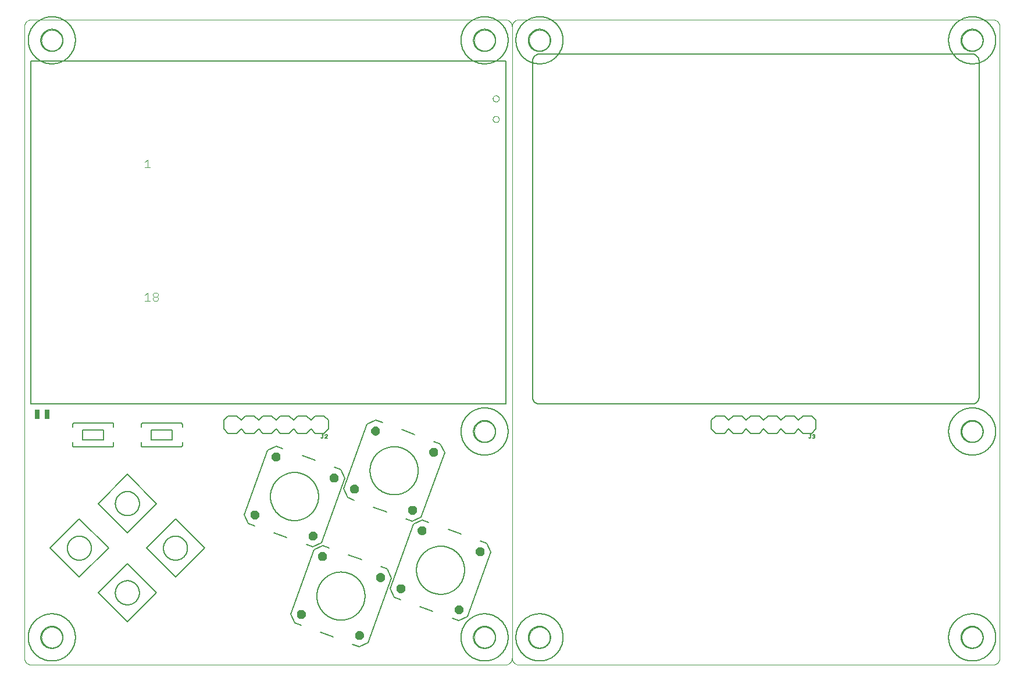
<source format=gto>
G75*
%MOIN*%
%OFA0B0*%
%FSLAX25Y25*%
%IPPOS*%
%LPD*%
%AMOC8*
5,1,8,0,0,1.08239X$1,22.5*
%
%ADD10C,0.00000*%
%ADD11R,0.01354X0.00339*%
%ADD12R,0.02031X0.00339*%
%ADD13R,0.00339X0.00339*%
%ADD14R,0.04402X0.00339*%
%ADD15R,0.05417X0.00339*%
%ADD16R,0.03047X0.00339*%
%ADD17R,0.02709X0.00339*%
%ADD18R,0.02370X0.00339*%
%ADD19R,0.01693X0.00339*%
%ADD20R,0.04063X0.00339*%
%ADD21R,0.05079X0.00339*%
%ADD22R,0.04740X0.00339*%
%ADD23R,0.03724X0.00339*%
%ADD24R,0.01016X0.00339*%
%ADD25R,0.03386X0.00339*%
%ADD26R,0.06094X0.00339*%
%ADD27R,0.06772X0.00339*%
%ADD28R,0.07449X0.00339*%
%ADD29R,0.08126X0.00339*%
%ADD30R,0.08803X0.00339*%
%ADD31R,0.09480X0.00339*%
%ADD32R,0.10157X0.00339*%
%ADD33R,0.10835X0.00339*%
%ADD34R,0.11512X0.00339*%
%ADD35R,0.12189X0.00339*%
%ADD36R,0.12866X0.00339*%
%ADD37R,0.13543X0.00339*%
%ADD38R,0.14220X0.00339*%
%ADD39R,0.14898X0.00339*%
%ADD40R,0.15575X0.00339*%
%ADD41R,0.00677X0.00339*%
%ADD42R,0.16252X0.00339*%
%ADD43R,0.16929X0.00339*%
%ADD44R,0.17606X0.00339*%
%ADD45R,0.18283X0.00339*%
%ADD46R,0.18961X0.00339*%
%ADD47R,0.19638X0.00339*%
%ADD48R,0.20315X0.00339*%
%ADD49R,0.20992X0.00339*%
%ADD50R,0.21669X0.00339*%
%ADD51R,0.22346X0.00339*%
%ADD52R,0.23024X0.00339*%
%ADD53R,0.23701X0.00339*%
%ADD54R,0.24378X0.00339*%
%ADD55R,0.25055X0.00339*%
%ADD56R,0.25732X0.00339*%
%ADD57R,0.26409X0.00339*%
%ADD58R,0.27087X0.00339*%
%ADD59R,0.27764X0.00339*%
%ADD60R,0.28441X0.00339*%
%ADD61R,0.29118X0.00339*%
%ADD62R,0.05756X0.00339*%
%ADD63R,0.06433X0.00339*%
%ADD64R,0.07110X0.00339*%
%ADD65R,0.07787X0.00339*%
%ADD66R,0.08465X0.00339*%
%ADD67R,0.09142X0.00339*%
%ADD68R,0.09819X0.00339*%
%ADD69R,0.10496X0.00339*%
%ADD70R,0.11173X0.00339*%
%ADD71R,0.11850X0.00339*%
%ADD72R,0.12528X0.00339*%
%ADD73R,0.13205X0.00339*%
%ADD74R,0.22008X0.00339*%
%ADD75C,0.00600*%
%ADD76R,0.02559X0.05512*%
%ADD77C,0.00400*%
%ADD78C,0.00500*%
%ADD79C,0.00800*%
%ADD80C,0.02756*%
D10*
X0003248Y0006189D02*
X0003248Y0368394D01*
X0003250Y0368518D01*
X0003256Y0368641D01*
X0003265Y0368765D01*
X0003279Y0368887D01*
X0003296Y0369010D01*
X0003318Y0369132D01*
X0003343Y0369253D01*
X0003372Y0369373D01*
X0003404Y0369492D01*
X0003441Y0369611D01*
X0003481Y0369728D01*
X0003524Y0369843D01*
X0003572Y0369958D01*
X0003623Y0370070D01*
X0003677Y0370181D01*
X0003735Y0370291D01*
X0003796Y0370398D01*
X0003861Y0370504D01*
X0003929Y0370607D01*
X0004000Y0370708D01*
X0004074Y0370807D01*
X0004151Y0370904D01*
X0004232Y0370998D01*
X0004315Y0371089D01*
X0004401Y0371178D01*
X0004490Y0371264D01*
X0004581Y0371347D01*
X0004675Y0371428D01*
X0004772Y0371505D01*
X0004871Y0371579D01*
X0004972Y0371650D01*
X0005075Y0371718D01*
X0005181Y0371783D01*
X0005288Y0371844D01*
X0005398Y0371902D01*
X0005509Y0371956D01*
X0005621Y0372007D01*
X0005736Y0372055D01*
X0005851Y0372098D01*
X0005968Y0372138D01*
X0006087Y0372175D01*
X0006206Y0372207D01*
X0006326Y0372236D01*
X0006447Y0372261D01*
X0006569Y0372283D01*
X0006692Y0372300D01*
X0006814Y0372314D01*
X0006938Y0372323D01*
X0007061Y0372329D01*
X0007185Y0372331D01*
X0278839Y0372331D01*
X0278963Y0372329D01*
X0279086Y0372323D01*
X0279210Y0372314D01*
X0279332Y0372300D01*
X0279455Y0372283D01*
X0279577Y0372261D01*
X0279698Y0372236D01*
X0279818Y0372207D01*
X0279937Y0372175D01*
X0280056Y0372138D01*
X0280173Y0372098D01*
X0280288Y0372055D01*
X0280403Y0372007D01*
X0280515Y0371956D01*
X0280626Y0371902D01*
X0280736Y0371844D01*
X0280843Y0371783D01*
X0280949Y0371718D01*
X0281052Y0371650D01*
X0281153Y0371579D01*
X0281252Y0371505D01*
X0281349Y0371428D01*
X0281443Y0371347D01*
X0281534Y0371264D01*
X0281623Y0371178D01*
X0281709Y0371089D01*
X0281792Y0370998D01*
X0281873Y0370904D01*
X0281950Y0370807D01*
X0282024Y0370708D01*
X0282095Y0370607D01*
X0282163Y0370504D01*
X0282228Y0370398D01*
X0282289Y0370291D01*
X0282347Y0370181D01*
X0282401Y0370070D01*
X0282452Y0369958D01*
X0282500Y0369843D01*
X0282543Y0369728D01*
X0282583Y0369611D01*
X0282620Y0369492D01*
X0282652Y0369373D01*
X0282681Y0369253D01*
X0282706Y0369132D01*
X0282728Y0369010D01*
X0282745Y0368887D01*
X0282759Y0368765D01*
X0282768Y0368641D01*
X0282774Y0368518D01*
X0282776Y0368394D01*
X0282776Y0006189D01*
X0282778Y0006065D01*
X0282784Y0005942D01*
X0282793Y0005818D01*
X0282807Y0005696D01*
X0282824Y0005573D01*
X0282846Y0005451D01*
X0282871Y0005330D01*
X0282900Y0005210D01*
X0282932Y0005091D01*
X0282969Y0004972D01*
X0283009Y0004855D01*
X0283052Y0004740D01*
X0283100Y0004625D01*
X0283151Y0004513D01*
X0283205Y0004402D01*
X0283263Y0004292D01*
X0283324Y0004185D01*
X0283389Y0004079D01*
X0283457Y0003976D01*
X0283528Y0003875D01*
X0283602Y0003776D01*
X0283679Y0003679D01*
X0283760Y0003585D01*
X0283843Y0003494D01*
X0283929Y0003405D01*
X0284018Y0003319D01*
X0284109Y0003236D01*
X0284203Y0003155D01*
X0284300Y0003078D01*
X0284399Y0003004D01*
X0284500Y0002933D01*
X0284603Y0002865D01*
X0284709Y0002800D01*
X0284816Y0002739D01*
X0284926Y0002681D01*
X0285037Y0002627D01*
X0285149Y0002576D01*
X0285264Y0002528D01*
X0285379Y0002485D01*
X0285496Y0002445D01*
X0285615Y0002408D01*
X0285734Y0002376D01*
X0285854Y0002347D01*
X0285975Y0002322D01*
X0286097Y0002300D01*
X0286220Y0002283D01*
X0286342Y0002269D01*
X0286466Y0002260D01*
X0286589Y0002254D01*
X0286713Y0002252D01*
X0558366Y0002252D01*
X0558490Y0002254D01*
X0558613Y0002260D01*
X0558737Y0002269D01*
X0558859Y0002283D01*
X0558982Y0002300D01*
X0559104Y0002322D01*
X0559225Y0002347D01*
X0559345Y0002376D01*
X0559464Y0002408D01*
X0559583Y0002445D01*
X0559700Y0002485D01*
X0559815Y0002528D01*
X0559930Y0002576D01*
X0560042Y0002627D01*
X0560153Y0002681D01*
X0560263Y0002739D01*
X0560370Y0002800D01*
X0560476Y0002865D01*
X0560579Y0002933D01*
X0560680Y0003004D01*
X0560779Y0003078D01*
X0560876Y0003155D01*
X0560970Y0003236D01*
X0561061Y0003319D01*
X0561150Y0003405D01*
X0561236Y0003494D01*
X0561319Y0003585D01*
X0561400Y0003679D01*
X0561477Y0003776D01*
X0561551Y0003875D01*
X0561622Y0003976D01*
X0561690Y0004079D01*
X0561755Y0004185D01*
X0561816Y0004292D01*
X0561874Y0004402D01*
X0561928Y0004513D01*
X0561979Y0004625D01*
X0562027Y0004740D01*
X0562070Y0004855D01*
X0562110Y0004972D01*
X0562147Y0005091D01*
X0562179Y0005210D01*
X0562208Y0005330D01*
X0562233Y0005451D01*
X0562255Y0005573D01*
X0562272Y0005696D01*
X0562286Y0005818D01*
X0562295Y0005942D01*
X0562301Y0006065D01*
X0562303Y0006189D01*
X0562303Y0368394D01*
X0562301Y0368518D01*
X0562295Y0368641D01*
X0562286Y0368765D01*
X0562272Y0368887D01*
X0562255Y0369010D01*
X0562233Y0369132D01*
X0562208Y0369253D01*
X0562179Y0369373D01*
X0562147Y0369492D01*
X0562110Y0369611D01*
X0562070Y0369728D01*
X0562027Y0369843D01*
X0561979Y0369958D01*
X0561928Y0370070D01*
X0561874Y0370181D01*
X0561816Y0370291D01*
X0561755Y0370398D01*
X0561690Y0370504D01*
X0561622Y0370607D01*
X0561551Y0370708D01*
X0561477Y0370807D01*
X0561400Y0370904D01*
X0561319Y0370998D01*
X0561236Y0371089D01*
X0561150Y0371178D01*
X0561061Y0371264D01*
X0560970Y0371347D01*
X0560876Y0371428D01*
X0560779Y0371505D01*
X0560680Y0371579D01*
X0560579Y0371650D01*
X0560476Y0371718D01*
X0560370Y0371783D01*
X0560263Y0371844D01*
X0560153Y0371902D01*
X0560042Y0371956D01*
X0559930Y0372007D01*
X0559815Y0372055D01*
X0559700Y0372098D01*
X0559583Y0372138D01*
X0559464Y0372175D01*
X0559345Y0372207D01*
X0559225Y0372236D01*
X0559104Y0372261D01*
X0558982Y0372283D01*
X0558859Y0372300D01*
X0558737Y0372314D01*
X0558613Y0372323D01*
X0558490Y0372329D01*
X0558366Y0372331D01*
X0286713Y0372331D01*
X0286589Y0372329D01*
X0286466Y0372323D01*
X0286342Y0372314D01*
X0286220Y0372300D01*
X0286097Y0372283D01*
X0285975Y0372261D01*
X0285854Y0372236D01*
X0285734Y0372207D01*
X0285615Y0372175D01*
X0285496Y0372138D01*
X0285379Y0372098D01*
X0285264Y0372055D01*
X0285149Y0372007D01*
X0285037Y0371956D01*
X0284926Y0371902D01*
X0284816Y0371844D01*
X0284709Y0371783D01*
X0284603Y0371718D01*
X0284500Y0371650D01*
X0284399Y0371579D01*
X0284300Y0371505D01*
X0284203Y0371428D01*
X0284109Y0371347D01*
X0284018Y0371264D01*
X0283929Y0371178D01*
X0283843Y0371089D01*
X0283760Y0370998D01*
X0283679Y0370904D01*
X0283602Y0370807D01*
X0283528Y0370708D01*
X0283457Y0370607D01*
X0283389Y0370504D01*
X0283324Y0370398D01*
X0283263Y0370291D01*
X0283205Y0370181D01*
X0283151Y0370070D01*
X0283100Y0369958D01*
X0283052Y0369843D01*
X0283009Y0369728D01*
X0282969Y0369611D01*
X0282932Y0369492D01*
X0282900Y0369373D01*
X0282871Y0369253D01*
X0282846Y0369132D01*
X0282824Y0369010D01*
X0282807Y0368887D01*
X0282793Y0368765D01*
X0282784Y0368641D01*
X0282778Y0368518D01*
X0282776Y0368394D01*
X0292618Y0360520D02*
X0292620Y0360673D01*
X0292626Y0360827D01*
X0292636Y0360980D01*
X0292650Y0361132D01*
X0292668Y0361285D01*
X0292690Y0361436D01*
X0292715Y0361587D01*
X0292745Y0361738D01*
X0292779Y0361888D01*
X0292816Y0362036D01*
X0292857Y0362184D01*
X0292902Y0362330D01*
X0292951Y0362476D01*
X0293004Y0362620D01*
X0293060Y0362762D01*
X0293120Y0362903D01*
X0293184Y0363043D01*
X0293251Y0363181D01*
X0293322Y0363317D01*
X0293397Y0363451D01*
X0293474Y0363583D01*
X0293556Y0363713D01*
X0293640Y0363841D01*
X0293728Y0363967D01*
X0293819Y0364090D01*
X0293913Y0364211D01*
X0294011Y0364329D01*
X0294111Y0364445D01*
X0294215Y0364558D01*
X0294321Y0364669D01*
X0294430Y0364777D01*
X0294542Y0364882D01*
X0294656Y0364983D01*
X0294774Y0365082D01*
X0294893Y0365178D01*
X0295015Y0365271D01*
X0295140Y0365360D01*
X0295267Y0365447D01*
X0295396Y0365529D01*
X0295527Y0365609D01*
X0295660Y0365685D01*
X0295795Y0365758D01*
X0295932Y0365827D01*
X0296071Y0365892D01*
X0296211Y0365954D01*
X0296353Y0366012D01*
X0296496Y0366067D01*
X0296641Y0366118D01*
X0296787Y0366165D01*
X0296934Y0366208D01*
X0297082Y0366247D01*
X0297231Y0366283D01*
X0297381Y0366314D01*
X0297532Y0366342D01*
X0297683Y0366366D01*
X0297836Y0366386D01*
X0297988Y0366402D01*
X0298141Y0366414D01*
X0298294Y0366422D01*
X0298447Y0366426D01*
X0298601Y0366426D01*
X0298754Y0366422D01*
X0298907Y0366414D01*
X0299060Y0366402D01*
X0299212Y0366386D01*
X0299365Y0366366D01*
X0299516Y0366342D01*
X0299667Y0366314D01*
X0299817Y0366283D01*
X0299966Y0366247D01*
X0300114Y0366208D01*
X0300261Y0366165D01*
X0300407Y0366118D01*
X0300552Y0366067D01*
X0300695Y0366012D01*
X0300837Y0365954D01*
X0300977Y0365892D01*
X0301116Y0365827D01*
X0301253Y0365758D01*
X0301388Y0365685D01*
X0301521Y0365609D01*
X0301652Y0365529D01*
X0301781Y0365447D01*
X0301908Y0365360D01*
X0302033Y0365271D01*
X0302155Y0365178D01*
X0302274Y0365082D01*
X0302392Y0364983D01*
X0302506Y0364882D01*
X0302618Y0364777D01*
X0302727Y0364669D01*
X0302833Y0364558D01*
X0302937Y0364445D01*
X0303037Y0364329D01*
X0303135Y0364211D01*
X0303229Y0364090D01*
X0303320Y0363967D01*
X0303408Y0363841D01*
X0303492Y0363713D01*
X0303574Y0363583D01*
X0303651Y0363451D01*
X0303726Y0363317D01*
X0303797Y0363181D01*
X0303864Y0363043D01*
X0303928Y0362903D01*
X0303988Y0362762D01*
X0304044Y0362620D01*
X0304097Y0362476D01*
X0304146Y0362330D01*
X0304191Y0362184D01*
X0304232Y0362036D01*
X0304269Y0361888D01*
X0304303Y0361738D01*
X0304333Y0361587D01*
X0304358Y0361436D01*
X0304380Y0361285D01*
X0304398Y0361132D01*
X0304412Y0360980D01*
X0304422Y0360827D01*
X0304428Y0360673D01*
X0304430Y0360520D01*
X0304428Y0360367D01*
X0304422Y0360213D01*
X0304412Y0360060D01*
X0304398Y0359908D01*
X0304380Y0359755D01*
X0304358Y0359604D01*
X0304333Y0359453D01*
X0304303Y0359302D01*
X0304269Y0359152D01*
X0304232Y0359004D01*
X0304191Y0358856D01*
X0304146Y0358710D01*
X0304097Y0358564D01*
X0304044Y0358420D01*
X0303988Y0358278D01*
X0303928Y0358137D01*
X0303864Y0357997D01*
X0303797Y0357859D01*
X0303726Y0357723D01*
X0303651Y0357589D01*
X0303574Y0357457D01*
X0303492Y0357327D01*
X0303408Y0357199D01*
X0303320Y0357073D01*
X0303229Y0356950D01*
X0303135Y0356829D01*
X0303037Y0356711D01*
X0302937Y0356595D01*
X0302833Y0356482D01*
X0302727Y0356371D01*
X0302618Y0356263D01*
X0302506Y0356158D01*
X0302392Y0356057D01*
X0302274Y0355958D01*
X0302155Y0355862D01*
X0302033Y0355769D01*
X0301908Y0355680D01*
X0301781Y0355593D01*
X0301652Y0355511D01*
X0301521Y0355431D01*
X0301388Y0355355D01*
X0301253Y0355282D01*
X0301116Y0355213D01*
X0300977Y0355148D01*
X0300837Y0355086D01*
X0300695Y0355028D01*
X0300552Y0354973D01*
X0300407Y0354922D01*
X0300261Y0354875D01*
X0300114Y0354832D01*
X0299966Y0354793D01*
X0299817Y0354757D01*
X0299667Y0354726D01*
X0299516Y0354698D01*
X0299365Y0354674D01*
X0299212Y0354654D01*
X0299060Y0354638D01*
X0298907Y0354626D01*
X0298754Y0354618D01*
X0298601Y0354614D01*
X0298447Y0354614D01*
X0298294Y0354618D01*
X0298141Y0354626D01*
X0297988Y0354638D01*
X0297836Y0354654D01*
X0297683Y0354674D01*
X0297532Y0354698D01*
X0297381Y0354726D01*
X0297231Y0354757D01*
X0297082Y0354793D01*
X0296934Y0354832D01*
X0296787Y0354875D01*
X0296641Y0354922D01*
X0296496Y0354973D01*
X0296353Y0355028D01*
X0296211Y0355086D01*
X0296071Y0355148D01*
X0295932Y0355213D01*
X0295795Y0355282D01*
X0295660Y0355355D01*
X0295527Y0355431D01*
X0295396Y0355511D01*
X0295267Y0355593D01*
X0295140Y0355680D01*
X0295015Y0355769D01*
X0294893Y0355862D01*
X0294774Y0355958D01*
X0294656Y0356057D01*
X0294542Y0356158D01*
X0294430Y0356263D01*
X0294321Y0356371D01*
X0294215Y0356482D01*
X0294111Y0356595D01*
X0294011Y0356711D01*
X0293913Y0356829D01*
X0293819Y0356950D01*
X0293728Y0357073D01*
X0293640Y0357199D01*
X0293556Y0357327D01*
X0293474Y0357457D01*
X0293397Y0357589D01*
X0293322Y0357723D01*
X0293251Y0357859D01*
X0293184Y0357997D01*
X0293120Y0358137D01*
X0293060Y0358278D01*
X0293004Y0358420D01*
X0292951Y0358564D01*
X0292902Y0358710D01*
X0292857Y0358856D01*
X0292816Y0359004D01*
X0292779Y0359152D01*
X0292745Y0359302D01*
X0292715Y0359453D01*
X0292690Y0359604D01*
X0292668Y0359755D01*
X0292650Y0359908D01*
X0292636Y0360060D01*
X0292626Y0360213D01*
X0292620Y0360367D01*
X0292618Y0360520D01*
X0261122Y0360520D02*
X0261124Y0360673D01*
X0261130Y0360827D01*
X0261140Y0360980D01*
X0261154Y0361132D01*
X0261172Y0361285D01*
X0261194Y0361436D01*
X0261219Y0361587D01*
X0261249Y0361738D01*
X0261283Y0361888D01*
X0261320Y0362036D01*
X0261361Y0362184D01*
X0261406Y0362330D01*
X0261455Y0362476D01*
X0261508Y0362620D01*
X0261564Y0362762D01*
X0261624Y0362903D01*
X0261688Y0363043D01*
X0261755Y0363181D01*
X0261826Y0363317D01*
X0261901Y0363451D01*
X0261978Y0363583D01*
X0262060Y0363713D01*
X0262144Y0363841D01*
X0262232Y0363967D01*
X0262323Y0364090D01*
X0262417Y0364211D01*
X0262515Y0364329D01*
X0262615Y0364445D01*
X0262719Y0364558D01*
X0262825Y0364669D01*
X0262934Y0364777D01*
X0263046Y0364882D01*
X0263160Y0364983D01*
X0263278Y0365082D01*
X0263397Y0365178D01*
X0263519Y0365271D01*
X0263644Y0365360D01*
X0263771Y0365447D01*
X0263900Y0365529D01*
X0264031Y0365609D01*
X0264164Y0365685D01*
X0264299Y0365758D01*
X0264436Y0365827D01*
X0264575Y0365892D01*
X0264715Y0365954D01*
X0264857Y0366012D01*
X0265000Y0366067D01*
X0265145Y0366118D01*
X0265291Y0366165D01*
X0265438Y0366208D01*
X0265586Y0366247D01*
X0265735Y0366283D01*
X0265885Y0366314D01*
X0266036Y0366342D01*
X0266187Y0366366D01*
X0266340Y0366386D01*
X0266492Y0366402D01*
X0266645Y0366414D01*
X0266798Y0366422D01*
X0266951Y0366426D01*
X0267105Y0366426D01*
X0267258Y0366422D01*
X0267411Y0366414D01*
X0267564Y0366402D01*
X0267716Y0366386D01*
X0267869Y0366366D01*
X0268020Y0366342D01*
X0268171Y0366314D01*
X0268321Y0366283D01*
X0268470Y0366247D01*
X0268618Y0366208D01*
X0268765Y0366165D01*
X0268911Y0366118D01*
X0269056Y0366067D01*
X0269199Y0366012D01*
X0269341Y0365954D01*
X0269481Y0365892D01*
X0269620Y0365827D01*
X0269757Y0365758D01*
X0269892Y0365685D01*
X0270025Y0365609D01*
X0270156Y0365529D01*
X0270285Y0365447D01*
X0270412Y0365360D01*
X0270537Y0365271D01*
X0270659Y0365178D01*
X0270778Y0365082D01*
X0270896Y0364983D01*
X0271010Y0364882D01*
X0271122Y0364777D01*
X0271231Y0364669D01*
X0271337Y0364558D01*
X0271441Y0364445D01*
X0271541Y0364329D01*
X0271639Y0364211D01*
X0271733Y0364090D01*
X0271824Y0363967D01*
X0271912Y0363841D01*
X0271996Y0363713D01*
X0272078Y0363583D01*
X0272155Y0363451D01*
X0272230Y0363317D01*
X0272301Y0363181D01*
X0272368Y0363043D01*
X0272432Y0362903D01*
X0272492Y0362762D01*
X0272548Y0362620D01*
X0272601Y0362476D01*
X0272650Y0362330D01*
X0272695Y0362184D01*
X0272736Y0362036D01*
X0272773Y0361888D01*
X0272807Y0361738D01*
X0272837Y0361587D01*
X0272862Y0361436D01*
X0272884Y0361285D01*
X0272902Y0361132D01*
X0272916Y0360980D01*
X0272926Y0360827D01*
X0272932Y0360673D01*
X0272934Y0360520D01*
X0272932Y0360367D01*
X0272926Y0360213D01*
X0272916Y0360060D01*
X0272902Y0359908D01*
X0272884Y0359755D01*
X0272862Y0359604D01*
X0272837Y0359453D01*
X0272807Y0359302D01*
X0272773Y0359152D01*
X0272736Y0359004D01*
X0272695Y0358856D01*
X0272650Y0358710D01*
X0272601Y0358564D01*
X0272548Y0358420D01*
X0272492Y0358278D01*
X0272432Y0358137D01*
X0272368Y0357997D01*
X0272301Y0357859D01*
X0272230Y0357723D01*
X0272155Y0357589D01*
X0272078Y0357457D01*
X0271996Y0357327D01*
X0271912Y0357199D01*
X0271824Y0357073D01*
X0271733Y0356950D01*
X0271639Y0356829D01*
X0271541Y0356711D01*
X0271441Y0356595D01*
X0271337Y0356482D01*
X0271231Y0356371D01*
X0271122Y0356263D01*
X0271010Y0356158D01*
X0270896Y0356057D01*
X0270778Y0355958D01*
X0270659Y0355862D01*
X0270537Y0355769D01*
X0270412Y0355680D01*
X0270285Y0355593D01*
X0270156Y0355511D01*
X0270025Y0355431D01*
X0269892Y0355355D01*
X0269757Y0355282D01*
X0269620Y0355213D01*
X0269481Y0355148D01*
X0269341Y0355086D01*
X0269199Y0355028D01*
X0269056Y0354973D01*
X0268911Y0354922D01*
X0268765Y0354875D01*
X0268618Y0354832D01*
X0268470Y0354793D01*
X0268321Y0354757D01*
X0268171Y0354726D01*
X0268020Y0354698D01*
X0267869Y0354674D01*
X0267716Y0354654D01*
X0267564Y0354638D01*
X0267411Y0354626D01*
X0267258Y0354618D01*
X0267105Y0354614D01*
X0266951Y0354614D01*
X0266798Y0354618D01*
X0266645Y0354626D01*
X0266492Y0354638D01*
X0266340Y0354654D01*
X0266187Y0354674D01*
X0266036Y0354698D01*
X0265885Y0354726D01*
X0265735Y0354757D01*
X0265586Y0354793D01*
X0265438Y0354832D01*
X0265291Y0354875D01*
X0265145Y0354922D01*
X0265000Y0354973D01*
X0264857Y0355028D01*
X0264715Y0355086D01*
X0264575Y0355148D01*
X0264436Y0355213D01*
X0264299Y0355282D01*
X0264164Y0355355D01*
X0264031Y0355431D01*
X0263900Y0355511D01*
X0263771Y0355593D01*
X0263644Y0355680D01*
X0263519Y0355769D01*
X0263397Y0355862D01*
X0263278Y0355958D01*
X0263160Y0356057D01*
X0263046Y0356158D01*
X0262934Y0356263D01*
X0262825Y0356371D01*
X0262719Y0356482D01*
X0262615Y0356595D01*
X0262515Y0356711D01*
X0262417Y0356829D01*
X0262323Y0356950D01*
X0262232Y0357073D01*
X0262144Y0357199D01*
X0262060Y0357327D01*
X0261978Y0357457D01*
X0261901Y0357589D01*
X0261826Y0357723D01*
X0261755Y0357859D01*
X0261688Y0357997D01*
X0261624Y0358137D01*
X0261564Y0358278D01*
X0261508Y0358420D01*
X0261455Y0358564D01*
X0261406Y0358710D01*
X0261361Y0358856D01*
X0261320Y0359004D01*
X0261283Y0359152D01*
X0261249Y0359302D01*
X0261219Y0359453D01*
X0261194Y0359604D01*
X0261172Y0359755D01*
X0261154Y0359908D01*
X0261140Y0360060D01*
X0261130Y0360213D01*
X0261124Y0360367D01*
X0261122Y0360520D01*
X0271752Y0327055D02*
X0271754Y0327139D01*
X0271760Y0327222D01*
X0271770Y0327305D01*
X0271784Y0327388D01*
X0271801Y0327470D01*
X0271823Y0327551D01*
X0271848Y0327630D01*
X0271877Y0327709D01*
X0271910Y0327786D01*
X0271946Y0327861D01*
X0271986Y0327935D01*
X0272029Y0328007D01*
X0272076Y0328076D01*
X0272126Y0328143D01*
X0272179Y0328208D01*
X0272235Y0328270D01*
X0272293Y0328330D01*
X0272355Y0328387D01*
X0272419Y0328440D01*
X0272486Y0328491D01*
X0272555Y0328538D01*
X0272626Y0328583D01*
X0272699Y0328623D01*
X0272774Y0328660D01*
X0272851Y0328694D01*
X0272929Y0328724D01*
X0273008Y0328750D01*
X0273089Y0328773D01*
X0273171Y0328791D01*
X0273253Y0328806D01*
X0273336Y0328817D01*
X0273419Y0328824D01*
X0273503Y0328827D01*
X0273587Y0328826D01*
X0273670Y0328821D01*
X0273754Y0328812D01*
X0273836Y0328799D01*
X0273918Y0328783D01*
X0273999Y0328762D01*
X0274080Y0328738D01*
X0274158Y0328710D01*
X0274236Y0328678D01*
X0274312Y0328642D01*
X0274386Y0328603D01*
X0274458Y0328561D01*
X0274528Y0328515D01*
X0274596Y0328466D01*
X0274661Y0328414D01*
X0274724Y0328359D01*
X0274784Y0328301D01*
X0274842Y0328240D01*
X0274896Y0328176D01*
X0274948Y0328110D01*
X0274996Y0328042D01*
X0275041Y0327971D01*
X0275082Y0327898D01*
X0275121Y0327824D01*
X0275155Y0327748D01*
X0275186Y0327670D01*
X0275213Y0327591D01*
X0275237Y0327510D01*
X0275256Y0327429D01*
X0275272Y0327347D01*
X0275284Y0327264D01*
X0275292Y0327180D01*
X0275296Y0327097D01*
X0275296Y0327013D01*
X0275292Y0326930D01*
X0275284Y0326846D01*
X0275272Y0326763D01*
X0275256Y0326681D01*
X0275237Y0326600D01*
X0275213Y0326519D01*
X0275186Y0326440D01*
X0275155Y0326362D01*
X0275121Y0326286D01*
X0275082Y0326212D01*
X0275041Y0326139D01*
X0274996Y0326068D01*
X0274948Y0326000D01*
X0274896Y0325934D01*
X0274842Y0325870D01*
X0274784Y0325809D01*
X0274724Y0325751D01*
X0274661Y0325696D01*
X0274596Y0325644D01*
X0274528Y0325595D01*
X0274458Y0325549D01*
X0274386Y0325507D01*
X0274312Y0325468D01*
X0274236Y0325432D01*
X0274158Y0325400D01*
X0274080Y0325372D01*
X0273999Y0325348D01*
X0273918Y0325327D01*
X0273836Y0325311D01*
X0273754Y0325298D01*
X0273670Y0325289D01*
X0273587Y0325284D01*
X0273503Y0325283D01*
X0273419Y0325286D01*
X0273336Y0325293D01*
X0273253Y0325304D01*
X0273171Y0325319D01*
X0273089Y0325337D01*
X0273008Y0325360D01*
X0272929Y0325386D01*
X0272851Y0325416D01*
X0272774Y0325450D01*
X0272699Y0325487D01*
X0272626Y0325527D01*
X0272555Y0325572D01*
X0272486Y0325619D01*
X0272419Y0325670D01*
X0272355Y0325723D01*
X0272293Y0325780D01*
X0272235Y0325840D01*
X0272179Y0325902D01*
X0272126Y0325967D01*
X0272076Y0326034D01*
X0272029Y0326103D01*
X0271986Y0326175D01*
X0271946Y0326249D01*
X0271910Y0326324D01*
X0271877Y0326401D01*
X0271848Y0326480D01*
X0271823Y0326559D01*
X0271801Y0326640D01*
X0271784Y0326722D01*
X0271770Y0326805D01*
X0271760Y0326888D01*
X0271754Y0326971D01*
X0271752Y0327055D01*
X0271752Y0315244D02*
X0271754Y0315328D01*
X0271760Y0315411D01*
X0271770Y0315494D01*
X0271784Y0315577D01*
X0271801Y0315659D01*
X0271823Y0315740D01*
X0271848Y0315819D01*
X0271877Y0315898D01*
X0271910Y0315975D01*
X0271946Y0316050D01*
X0271986Y0316124D01*
X0272029Y0316196D01*
X0272076Y0316265D01*
X0272126Y0316332D01*
X0272179Y0316397D01*
X0272235Y0316459D01*
X0272293Y0316519D01*
X0272355Y0316576D01*
X0272419Y0316629D01*
X0272486Y0316680D01*
X0272555Y0316727D01*
X0272626Y0316772D01*
X0272699Y0316812D01*
X0272774Y0316849D01*
X0272851Y0316883D01*
X0272929Y0316913D01*
X0273008Y0316939D01*
X0273089Y0316962D01*
X0273171Y0316980D01*
X0273253Y0316995D01*
X0273336Y0317006D01*
X0273419Y0317013D01*
X0273503Y0317016D01*
X0273587Y0317015D01*
X0273670Y0317010D01*
X0273754Y0317001D01*
X0273836Y0316988D01*
X0273918Y0316972D01*
X0273999Y0316951D01*
X0274080Y0316927D01*
X0274158Y0316899D01*
X0274236Y0316867D01*
X0274312Y0316831D01*
X0274386Y0316792D01*
X0274458Y0316750D01*
X0274528Y0316704D01*
X0274596Y0316655D01*
X0274661Y0316603D01*
X0274724Y0316548D01*
X0274784Y0316490D01*
X0274842Y0316429D01*
X0274896Y0316365D01*
X0274948Y0316299D01*
X0274996Y0316231D01*
X0275041Y0316160D01*
X0275082Y0316087D01*
X0275121Y0316013D01*
X0275155Y0315937D01*
X0275186Y0315859D01*
X0275213Y0315780D01*
X0275237Y0315699D01*
X0275256Y0315618D01*
X0275272Y0315536D01*
X0275284Y0315453D01*
X0275292Y0315369D01*
X0275296Y0315286D01*
X0275296Y0315202D01*
X0275292Y0315119D01*
X0275284Y0315035D01*
X0275272Y0314952D01*
X0275256Y0314870D01*
X0275237Y0314789D01*
X0275213Y0314708D01*
X0275186Y0314629D01*
X0275155Y0314551D01*
X0275121Y0314475D01*
X0275082Y0314401D01*
X0275041Y0314328D01*
X0274996Y0314257D01*
X0274948Y0314189D01*
X0274896Y0314123D01*
X0274842Y0314059D01*
X0274784Y0313998D01*
X0274724Y0313940D01*
X0274661Y0313885D01*
X0274596Y0313833D01*
X0274528Y0313784D01*
X0274458Y0313738D01*
X0274386Y0313696D01*
X0274312Y0313657D01*
X0274236Y0313621D01*
X0274158Y0313589D01*
X0274080Y0313561D01*
X0273999Y0313537D01*
X0273918Y0313516D01*
X0273836Y0313500D01*
X0273754Y0313487D01*
X0273670Y0313478D01*
X0273587Y0313473D01*
X0273503Y0313472D01*
X0273419Y0313475D01*
X0273336Y0313482D01*
X0273253Y0313493D01*
X0273171Y0313508D01*
X0273089Y0313526D01*
X0273008Y0313549D01*
X0272929Y0313575D01*
X0272851Y0313605D01*
X0272774Y0313639D01*
X0272699Y0313676D01*
X0272626Y0313716D01*
X0272555Y0313761D01*
X0272486Y0313808D01*
X0272419Y0313859D01*
X0272355Y0313912D01*
X0272293Y0313969D01*
X0272235Y0314029D01*
X0272179Y0314091D01*
X0272126Y0314156D01*
X0272076Y0314223D01*
X0272029Y0314292D01*
X0271986Y0314364D01*
X0271946Y0314438D01*
X0271910Y0314513D01*
X0271877Y0314590D01*
X0271848Y0314669D01*
X0271823Y0314748D01*
X0271801Y0314829D01*
X0271784Y0314911D01*
X0271770Y0314994D01*
X0271760Y0315077D01*
X0271754Y0315160D01*
X0271752Y0315244D01*
X0013090Y0360520D02*
X0013092Y0360673D01*
X0013098Y0360827D01*
X0013108Y0360980D01*
X0013122Y0361132D01*
X0013140Y0361285D01*
X0013162Y0361436D01*
X0013187Y0361587D01*
X0013217Y0361738D01*
X0013251Y0361888D01*
X0013288Y0362036D01*
X0013329Y0362184D01*
X0013374Y0362330D01*
X0013423Y0362476D01*
X0013476Y0362620D01*
X0013532Y0362762D01*
X0013592Y0362903D01*
X0013656Y0363043D01*
X0013723Y0363181D01*
X0013794Y0363317D01*
X0013869Y0363451D01*
X0013946Y0363583D01*
X0014028Y0363713D01*
X0014112Y0363841D01*
X0014200Y0363967D01*
X0014291Y0364090D01*
X0014385Y0364211D01*
X0014483Y0364329D01*
X0014583Y0364445D01*
X0014687Y0364558D01*
X0014793Y0364669D01*
X0014902Y0364777D01*
X0015014Y0364882D01*
X0015128Y0364983D01*
X0015246Y0365082D01*
X0015365Y0365178D01*
X0015487Y0365271D01*
X0015612Y0365360D01*
X0015739Y0365447D01*
X0015868Y0365529D01*
X0015999Y0365609D01*
X0016132Y0365685D01*
X0016267Y0365758D01*
X0016404Y0365827D01*
X0016543Y0365892D01*
X0016683Y0365954D01*
X0016825Y0366012D01*
X0016968Y0366067D01*
X0017113Y0366118D01*
X0017259Y0366165D01*
X0017406Y0366208D01*
X0017554Y0366247D01*
X0017703Y0366283D01*
X0017853Y0366314D01*
X0018004Y0366342D01*
X0018155Y0366366D01*
X0018308Y0366386D01*
X0018460Y0366402D01*
X0018613Y0366414D01*
X0018766Y0366422D01*
X0018919Y0366426D01*
X0019073Y0366426D01*
X0019226Y0366422D01*
X0019379Y0366414D01*
X0019532Y0366402D01*
X0019684Y0366386D01*
X0019837Y0366366D01*
X0019988Y0366342D01*
X0020139Y0366314D01*
X0020289Y0366283D01*
X0020438Y0366247D01*
X0020586Y0366208D01*
X0020733Y0366165D01*
X0020879Y0366118D01*
X0021024Y0366067D01*
X0021167Y0366012D01*
X0021309Y0365954D01*
X0021449Y0365892D01*
X0021588Y0365827D01*
X0021725Y0365758D01*
X0021860Y0365685D01*
X0021993Y0365609D01*
X0022124Y0365529D01*
X0022253Y0365447D01*
X0022380Y0365360D01*
X0022505Y0365271D01*
X0022627Y0365178D01*
X0022746Y0365082D01*
X0022864Y0364983D01*
X0022978Y0364882D01*
X0023090Y0364777D01*
X0023199Y0364669D01*
X0023305Y0364558D01*
X0023409Y0364445D01*
X0023509Y0364329D01*
X0023607Y0364211D01*
X0023701Y0364090D01*
X0023792Y0363967D01*
X0023880Y0363841D01*
X0023964Y0363713D01*
X0024046Y0363583D01*
X0024123Y0363451D01*
X0024198Y0363317D01*
X0024269Y0363181D01*
X0024336Y0363043D01*
X0024400Y0362903D01*
X0024460Y0362762D01*
X0024516Y0362620D01*
X0024569Y0362476D01*
X0024618Y0362330D01*
X0024663Y0362184D01*
X0024704Y0362036D01*
X0024741Y0361888D01*
X0024775Y0361738D01*
X0024805Y0361587D01*
X0024830Y0361436D01*
X0024852Y0361285D01*
X0024870Y0361132D01*
X0024884Y0360980D01*
X0024894Y0360827D01*
X0024900Y0360673D01*
X0024902Y0360520D01*
X0024900Y0360367D01*
X0024894Y0360213D01*
X0024884Y0360060D01*
X0024870Y0359908D01*
X0024852Y0359755D01*
X0024830Y0359604D01*
X0024805Y0359453D01*
X0024775Y0359302D01*
X0024741Y0359152D01*
X0024704Y0359004D01*
X0024663Y0358856D01*
X0024618Y0358710D01*
X0024569Y0358564D01*
X0024516Y0358420D01*
X0024460Y0358278D01*
X0024400Y0358137D01*
X0024336Y0357997D01*
X0024269Y0357859D01*
X0024198Y0357723D01*
X0024123Y0357589D01*
X0024046Y0357457D01*
X0023964Y0357327D01*
X0023880Y0357199D01*
X0023792Y0357073D01*
X0023701Y0356950D01*
X0023607Y0356829D01*
X0023509Y0356711D01*
X0023409Y0356595D01*
X0023305Y0356482D01*
X0023199Y0356371D01*
X0023090Y0356263D01*
X0022978Y0356158D01*
X0022864Y0356057D01*
X0022746Y0355958D01*
X0022627Y0355862D01*
X0022505Y0355769D01*
X0022380Y0355680D01*
X0022253Y0355593D01*
X0022124Y0355511D01*
X0021993Y0355431D01*
X0021860Y0355355D01*
X0021725Y0355282D01*
X0021588Y0355213D01*
X0021449Y0355148D01*
X0021309Y0355086D01*
X0021167Y0355028D01*
X0021024Y0354973D01*
X0020879Y0354922D01*
X0020733Y0354875D01*
X0020586Y0354832D01*
X0020438Y0354793D01*
X0020289Y0354757D01*
X0020139Y0354726D01*
X0019988Y0354698D01*
X0019837Y0354674D01*
X0019684Y0354654D01*
X0019532Y0354638D01*
X0019379Y0354626D01*
X0019226Y0354618D01*
X0019073Y0354614D01*
X0018919Y0354614D01*
X0018766Y0354618D01*
X0018613Y0354626D01*
X0018460Y0354638D01*
X0018308Y0354654D01*
X0018155Y0354674D01*
X0018004Y0354698D01*
X0017853Y0354726D01*
X0017703Y0354757D01*
X0017554Y0354793D01*
X0017406Y0354832D01*
X0017259Y0354875D01*
X0017113Y0354922D01*
X0016968Y0354973D01*
X0016825Y0355028D01*
X0016683Y0355086D01*
X0016543Y0355148D01*
X0016404Y0355213D01*
X0016267Y0355282D01*
X0016132Y0355355D01*
X0015999Y0355431D01*
X0015868Y0355511D01*
X0015739Y0355593D01*
X0015612Y0355680D01*
X0015487Y0355769D01*
X0015365Y0355862D01*
X0015246Y0355958D01*
X0015128Y0356057D01*
X0015014Y0356158D01*
X0014902Y0356263D01*
X0014793Y0356371D01*
X0014687Y0356482D01*
X0014583Y0356595D01*
X0014483Y0356711D01*
X0014385Y0356829D01*
X0014291Y0356950D01*
X0014200Y0357073D01*
X0014112Y0357199D01*
X0014028Y0357327D01*
X0013946Y0357457D01*
X0013869Y0357589D01*
X0013794Y0357723D01*
X0013723Y0357859D01*
X0013656Y0357997D01*
X0013592Y0358137D01*
X0013532Y0358278D01*
X0013476Y0358420D01*
X0013423Y0358564D01*
X0013374Y0358710D01*
X0013329Y0358856D01*
X0013288Y0359004D01*
X0013251Y0359152D01*
X0013217Y0359302D01*
X0013187Y0359453D01*
X0013162Y0359604D01*
X0013140Y0359755D01*
X0013122Y0359908D01*
X0013108Y0360060D01*
X0013098Y0360213D01*
X0013092Y0360367D01*
X0013090Y0360520D01*
X0261122Y0136110D02*
X0261124Y0136263D01*
X0261130Y0136417D01*
X0261140Y0136570D01*
X0261154Y0136722D01*
X0261172Y0136875D01*
X0261194Y0137026D01*
X0261219Y0137177D01*
X0261249Y0137328D01*
X0261283Y0137478D01*
X0261320Y0137626D01*
X0261361Y0137774D01*
X0261406Y0137920D01*
X0261455Y0138066D01*
X0261508Y0138210D01*
X0261564Y0138352D01*
X0261624Y0138493D01*
X0261688Y0138633D01*
X0261755Y0138771D01*
X0261826Y0138907D01*
X0261901Y0139041D01*
X0261978Y0139173D01*
X0262060Y0139303D01*
X0262144Y0139431D01*
X0262232Y0139557D01*
X0262323Y0139680D01*
X0262417Y0139801D01*
X0262515Y0139919D01*
X0262615Y0140035D01*
X0262719Y0140148D01*
X0262825Y0140259D01*
X0262934Y0140367D01*
X0263046Y0140472D01*
X0263160Y0140573D01*
X0263278Y0140672D01*
X0263397Y0140768D01*
X0263519Y0140861D01*
X0263644Y0140950D01*
X0263771Y0141037D01*
X0263900Y0141119D01*
X0264031Y0141199D01*
X0264164Y0141275D01*
X0264299Y0141348D01*
X0264436Y0141417D01*
X0264575Y0141482D01*
X0264715Y0141544D01*
X0264857Y0141602D01*
X0265000Y0141657D01*
X0265145Y0141708D01*
X0265291Y0141755D01*
X0265438Y0141798D01*
X0265586Y0141837D01*
X0265735Y0141873D01*
X0265885Y0141904D01*
X0266036Y0141932D01*
X0266187Y0141956D01*
X0266340Y0141976D01*
X0266492Y0141992D01*
X0266645Y0142004D01*
X0266798Y0142012D01*
X0266951Y0142016D01*
X0267105Y0142016D01*
X0267258Y0142012D01*
X0267411Y0142004D01*
X0267564Y0141992D01*
X0267716Y0141976D01*
X0267869Y0141956D01*
X0268020Y0141932D01*
X0268171Y0141904D01*
X0268321Y0141873D01*
X0268470Y0141837D01*
X0268618Y0141798D01*
X0268765Y0141755D01*
X0268911Y0141708D01*
X0269056Y0141657D01*
X0269199Y0141602D01*
X0269341Y0141544D01*
X0269481Y0141482D01*
X0269620Y0141417D01*
X0269757Y0141348D01*
X0269892Y0141275D01*
X0270025Y0141199D01*
X0270156Y0141119D01*
X0270285Y0141037D01*
X0270412Y0140950D01*
X0270537Y0140861D01*
X0270659Y0140768D01*
X0270778Y0140672D01*
X0270896Y0140573D01*
X0271010Y0140472D01*
X0271122Y0140367D01*
X0271231Y0140259D01*
X0271337Y0140148D01*
X0271441Y0140035D01*
X0271541Y0139919D01*
X0271639Y0139801D01*
X0271733Y0139680D01*
X0271824Y0139557D01*
X0271912Y0139431D01*
X0271996Y0139303D01*
X0272078Y0139173D01*
X0272155Y0139041D01*
X0272230Y0138907D01*
X0272301Y0138771D01*
X0272368Y0138633D01*
X0272432Y0138493D01*
X0272492Y0138352D01*
X0272548Y0138210D01*
X0272601Y0138066D01*
X0272650Y0137920D01*
X0272695Y0137774D01*
X0272736Y0137626D01*
X0272773Y0137478D01*
X0272807Y0137328D01*
X0272837Y0137177D01*
X0272862Y0137026D01*
X0272884Y0136875D01*
X0272902Y0136722D01*
X0272916Y0136570D01*
X0272926Y0136417D01*
X0272932Y0136263D01*
X0272934Y0136110D01*
X0272932Y0135957D01*
X0272926Y0135803D01*
X0272916Y0135650D01*
X0272902Y0135498D01*
X0272884Y0135345D01*
X0272862Y0135194D01*
X0272837Y0135043D01*
X0272807Y0134892D01*
X0272773Y0134742D01*
X0272736Y0134594D01*
X0272695Y0134446D01*
X0272650Y0134300D01*
X0272601Y0134154D01*
X0272548Y0134010D01*
X0272492Y0133868D01*
X0272432Y0133727D01*
X0272368Y0133587D01*
X0272301Y0133449D01*
X0272230Y0133313D01*
X0272155Y0133179D01*
X0272078Y0133047D01*
X0271996Y0132917D01*
X0271912Y0132789D01*
X0271824Y0132663D01*
X0271733Y0132540D01*
X0271639Y0132419D01*
X0271541Y0132301D01*
X0271441Y0132185D01*
X0271337Y0132072D01*
X0271231Y0131961D01*
X0271122Y0131853D01*
X0271010Y0131748D01*
X0270896Y0131647D01*
X0270778Y0131548D01*
X0270659Y0131452D01*
X0270537Y0131359D01*
X0270412Y0131270D01*
X0270285Y0131183D01*
X0270156Y0131101D01*
X0270025Y0131021D01*
X0269892Y0130945D01*
X0269757Y0130872D01*
X0269620Y0130803D01*
X0269481Y0130738D01*
X0269341Y0130676D01*
X0269199Y0130618D01*
X0269056Y0130563D01*
X0268911Y0130512D01*
X0268765Y0130465D01*
X0268618Y0130422D01*
X0268470Y0130383D01*
X0268321Y0130347D01*
X0268171Y0130316D01*
X0268020Y0130288D01*
X0267869Y0130264D01*
X0267716Y0130244D01*
X0267564Y0130228D01*
X0267411Y0130216D01*
X0267258Y0130208D01*
X0267105Y0130204D01*
X0266951Y0130204D01*
X0266798Y0130208D01*
X0266645Y0130216D01*
X0266492Y0130228D01*
X0266340Y0130244D01*
X0266187Y0130264D01*
X0266036Y0130288D01*
X0265885Y0130316D01*
X0265735Y0130347D01*
X0265586Y0130383D01*
X0265438Y0130422D01*
X0265291Y0130465D01*
X0265145Y0130512D01*
X0265000Y0130563D01*
X0264857Y0130618D01*
X0264715Y0130676D01*
X0264575Y0130738D01*
X0264436Y0130803D01*
X0264299Y0130872D01*
X0264164Y0130945D01*
X0264031Y0131021D01*
X0263900Y0131101D01*
X0263771Y0131183D01*
X0263644Y0131270D01*
X0263519Y0131359D01*
X0263397Y0131452D01*
X0263278Y0131548D01*
X0263160Y0131647D01*
X0263046Y0131748D01*
X0262934Y0131853D01*
X0262825Y0131961D01*
X0262719Y0132072D01*
X0262615Y0132185D01*
X0262515Y0132301D01*
X0262417Y0132419D01*
X0262323Y0132540D01*
X0262232Y0132663D01*
X0262144Y0132789D01*
X0262060Y0132917D01*
X0261978Y0133047D01*
X0261901Y0133179D01*
X0261826Y0133313D01*
X0261755Y0133449D01*
X0261688Y0133587D01*
X0261624Y0133727D01*
X0261564Y0133868D01*
X0261508Y0134010D01*
X0261455Y0134154D01*
X0261406Y0134300D01*
X0261361Y0134446D01*
X0261320Y0134594D01*
X0261283Y0134742D01*
X0261249Y0134892D01*
X0261219Y0135043D01*
X0261194Y0135194D01*
X0261172Y0135345D01*
X0261154Y0135498D01*
X0261140Y0135650D01*
X0261130Y0135803D01*
X0261124Y0135957D01*
X0261122Y0136110D01*
X0261122Y0018000D02*
X0261124Y0018153D01*
X0261130Y0018307D01*
X0261140Y0018460D01*
X0261154Y0018612D01*
X0261172Y0018765D01*
X0261194Y0018916D01*
X0261219Y0019067D01*
X0261249Y0019218D01*
X0261283Y0019368D01*
X0261320Y0019516D01*
X0261361Y0019664D01*
X0261406Y0019810D01*
X0261455Y0019956D01*
X0261508Y0020100D01*
X0261564Y0020242D01*
X0261624Y0020383D01*
X0261688Y0020523D01*
X0261755Y0020661D01*
X0261826Y0020797D01*
X0261901Y0020931D01*
X0261978Y0021063D01*
X0262060Y0021193D01*
X0262144Y0021321D01*
X0262232Y0021447D01*
X0262323Y0021570D01*
X0262417Y0021691D01*
X0262515Y0021809D01*
X0262615Y0021925D01*
X0262719Y0022038D01*
X0262825Y0022149D01*
X0262934Y0022257D01*
X0263046Y0022362D01*
X0263160Y0022463D01*
X0263278Y0022562D01*
X0263397Y0022658D01*
X0263519Y0022751D01*
X0263644Y0022840D01*
X0263771Y0022927D01*
X0263900Y0023009D01*
X0264031Y0023089D01*
X0264164Y0023165D01*
X0264299Y0023238D01*
X0264436Y0023307D01*
X0264575Y0023372D01*
X0264715Y0023434D01*
X0264857Y0023492D01*
X0265000Y0023547D01*
X0265145Y0023598D01*
X0265291Y0023645D01*
X0265438Y0023688D01*
X0265586Y0023727D01*
X0265735Y0023763D01*
X0265885Y0023794D01*
X0266036Y0023822D01*
X0266187Y0023846D01*
X0266340Y0023866D01*
X0266492Y0023882D01*
X0266645Y0023894D01*
X0266798Y0023902D01*
X0266951Y0023906D01*
X0267105Y0023906D01*
X0267258Y0023902D01*
X0267411Y0023894D01*
X0267564Y0023882D01*
X0267716Y0023866D01*
X0267869Y0023846D01*
X0268020Y0023822D01*
X0268171Y0023794D01*
X0268321Y0023763D01*
X0268470Y0023727D01*
X0268618Y0023688D01*
X0268765Y0023645D01*
X0268911Y0023598D01*
X0269056Y0023547D01*
X0269199Y0023492D01*
X0269341Y0023434D01*
X0269481Y0023372D01*
X0269620Y0023307D01*
X0269757Y0023238D01*
X0269892Y0023165D01*
X0270025Y0023089D01*
X0270156Y0023009D01*
X0270285Y0022927D01*
X0270412Y0022840D01*
X0270537Y0022751D01*
X0270659Y0022658D01*
X0270778Y0022562D01*
X0270896Y0022463D01*
X0271010Y0022362D01*
X0271122Y0022257D01*
X0271231Y0022149D01*
X0271337Y0022038D01*
X0271441Y0021925D01*
X0271541Y0021809D01*
X0271639Y0021691D01*
X0271733Y0021570D01*
X0271824Y0021447D01*
X0271912Y0021321D01*
X0271996Y0021193D01*
X0272078Y0021063D01*
X0272155Y0020931D01*
X0272230Y0020797D01*
X0272301Y0020661D01*
X0272368Y0020523D01*
X0272432Y0020383D01*
X0272492Y0020242D01*
X0272548Y0020100D01*
X0272601Y0019956D01*
X0272650Y0019810D01*
X0272695Y0019664D01*
X0272736Y0019516D01*
X0272773Y0019368D01*
X0272807Y0019218D01*
X0272837Y0019067D01*
X0272862Y0018916D01*
X0272884Y0018765D01*
X0272902Y0018612D01*
X0272916Y0018460D01*
X0272926Y0018307D01*
X0272932Y0018153D01*
X0272934Y0018000D01*
X0272932Y0017847D01*
X0272926Y0017693D01*
X0272916Y0017540D01*
X0272902Y0017388D01*
X0272884Y0017235D01*
X0272862Y0017084D01*
X0272837Y0016933D01*
X0272807Y0016782D01*
X0272773Y0016632D01*
X0272736Y0016484D01*
X0272695Y0016336D01*
X0272650Y0016190D01*
X0272601Y0016044D01*
X0272548Y0015900D01*
X0272492Y0015758D01*
X0272432Y0015617D01*
X0272368Y0015477D01*
X0272301Y0015339D01*
X0272230Y0015203D01*
X0272155Y0015069D01*
X0272078Y0014937D01*
X0271996Y0014807D01*
X0271912Y0014679D01*
X0271824Y0014553D01*
X0271733Y0014430D01*
X0271639Y0014309D01*
X0271541Y0014191D01*
X0271441Y0014075D01*
X0271337Y0013962D01*
X0271231Y0013851D01*
X0271122Y0013743D01*
X0271010Y0013638D01*
X0270896Y0013537D01*
X0270778Y0013438D01*
X0270659Y0013342D01*
X0270537Y0013249D01*
X0270412Y0013160D01*
X0270285Y0013073D01*
X0270156Y0012991D01*
X0270025Y0012911D01*
X0269892Y0012835D01*
X0269757Y0012762D01*
X0269620Y0012693D01*
X0269481Y0012628D01*
X0269341Y0012566D01*
X0269199Y0012508D01*
X0269056Y0012453D01*
X0268911Y0012402D01*
X0268765Y0012355D01*
X0268618Y0012312D01*
X0268470Y0012273D01*
X0268321Y0012237D01*
X0268171Y0012206D01*
X0268020Y0012178D01*
X0267869Y0012154D01*
X0267716Y0012134D01*
X0267564Y0012118D01*
X0267411Y0012106D01*
X0267258Y0012098D01*
X0267105Y0012094D01*
X0266951Y0012094D01*
X0266798Y0012098D01*
X0266645Y0012106D01*
X0266492Y0012118D01*
X0266340Y0012134D01*
X0266187Y0012154D01*
X0266036Y0012178D01*
X0265885Y0012206D01*
X0265735Y0012237D01*
X0265586Y0012273D01*
X0265438Y0012312D01*
X0265291Y0012355D01*
X0265145Y0012402D01*
X0265000Y0012453D01*
X0264857Y0012508D01*
X0264715Y0012566D01*
X0264575Y0012628D01*
X0264436Y0012693D01*
X0264299Y0012762D01*
X0264164Y0012835D01*
X0264031Y0012911D01*
X0263900Y0012991D01*
X0263771Y0013073D01*
X0263644Y0013160D01*
X0263519Y0013249D01*
X0263397Y0013342D01*
X0263278Y0013438D01*
X0263160Y0013537D01*
X0263046Y0013638D01*
X0262934Y0013743D01*
X0262825Y0013851D01*
X0262719Y0013962D01*
X0262615Y0014075D01*
X0262515Y0014191D01*
X0262417Y0014309D01*
X0262323Y0014430D01*
X0262232Y0014553D01*
X0262144Y0014679D01*
X0262060Y0014807D01*
X0261978Y0014937D01*
X0261901Y0015069D01*
X0261826Y0015203D01*
X0261755Y0015339D01*
X0261688Y0015477D01*
X0261624Y0015617D01*
X0261564Y0015758D01*
X0261508Y0015900D01*
X0261455Y0016044D01*
X0261406Y0016190D01*
X0261361Y0016336D01*
X0261320Y0016484D01*
X0261283Y0016632D01*
X0261249Y0016782D01*
X0261219Y0016933D01*
X0261194Y0017084D01*
X0261172Y0017235D01*
X0261154Y0017388D01*
X0261140Y0017540D01*
X0261130Y0017693D01*
X0261124Y0017847D01*
X0261122Y0018000D01*
X0278839Y0002252D02*
X0278963Y0002254D01*
X0279086Y0002260D01*
X0279210Y0002269D01*
X0279332Y0002283D01*
X0279455Y0002300D01*
X0279577Y0002322D01*
X0279698Y0002347D01*
X0279818Y0002376D01*
X0279937Y0002408D01*
X0280056Y0002445D01*
X0280173Y0002485D01*
X0280288Y0002528D01*
X0280403Y0002576D01*
X0280515Y0002627D01*
X0280626Y0002681D01*
X0280736Y0002739D01*
X0280843Y0002800D01*
X0280949Y0002865D01*
X0281052Y0002933D01*
X0281153Y0003004D01*
X0281252Y0003078D01*
X0281349Y0003155D01*
X0281443Y0003236D01*
X0281534Y0003319D01*
X0281623Y0003405D01*
X0281709Y0003494D01*
X0281792Y0003585D01*
X0281873Y0003679D01*
X0281950Y0003776D01*
X0282024Y0003875D01*
X0282095Y0003976D01*
X0282163Y0004079D01*
X0282228Y0004185D01*
X0282289Y0004292D01*
X0282347Y0004402D01*
X0282401Y0004513D01*
X0282452Y0004625D01*
X0282500Y0004740D01*
X0282543Y0004855D01*
X0282583Y0004972D01*
X0282620Y0005091D01*
X0282652Y0005210D01*
X0282681Y0005330D01*
X0282706Y0005451D01*
X0282728Y0005573D01*
X0282745Y0005696D01*
X0282759Y0005818D01*
X0282768Y0005942D01*
X0282774Y0006065D01*
X0282776Y0006189D01*
X0278839Y0002252D02*
X0007185Y0002252D01*
X0007061Y0002254D01*
X0006938Y0002260D01*
X0006814Y0002269D01*
X0006692Y0002283D01*
X0006569Y0002300D01*
X0006447Y0002322D01*
X0006326Y0002347D01*
X0006206Y0002376D01*
X0006087Y0002408D01*
X0005968Y0002445D01*
X0005851Y0002485D01*
X0005736Y0002528D01*
X0005621Y0002576D01*
X0005509Y0002627D01*
X0005398Y0002681D01*
X0005288Y0002739D01*
X0005181Y0002800D01*
X0005075Y0002865D01*
X0004972Y0002933D01*
X0004871Y0003004D01*
X0004772Y0003078D01*
X0004675Y0003155D01*
X0004581Y0003236D01*
X0004490Y0003319D01*
X0004401Y0003405D01*
X0004315Y0003494D01*
X0004232Y0003585D01*
X0004151Y0003679D01*
X0004074Y0003776D01*
X0004000Y0003875D01*
X0003929Y0003976D01*
X0003861Y0004079D01*
X0003796Y0004185D01*
X0003735Y0004292D01*
X0003677Y0004402D01*
X0003623Y0004513D01*
X0003572Y0004625D01*
X0003524Y0004740D01*
X0003481Y0004855D01*
X0003441Y0004972D01*
X0003404Y0005091D01*
X0003372Y0005210D01*
X0003343Y0005330D01*
X0003318Y0005451D01*
X0003296Y0005573D01*
X0003279Y0005696D01*
X0003265Y0005818D01*
X0003256Y0005942D01*
X0003250Y0006065D01*
X0003248Y0006189D01*
X0013090Y0018000D02*
X0013092Y0018153D01*
X0013098Y0018307D01*
X0013108Y0018460D01*
X0013122Y0018612D01*
X0013140Y0018765D01*
X0013162Y0018916D01*
X0013187Y0019067D01*
X0013217Y0019218D01*
X0013251Y0019368D01*
X0013288Y0019516D01*
X0013329Y0019664D01*
X0013374Y0019810D01*
X0013423Y0019956D01*
X0013476Y0020100D01*
X0013532Y0020242D01*
X0013592Y0020383D01*
X0013656Y0020523D01*
X0013723Y0020661D01*
X0013794Y0020797D01*
X0013869Y0020931D01*
X0013946Y0021063D01*
X0014028Y0021193D01*
X0014112Y0021321D01*
X0014200Y0021447D01*
X0014291Y0021570D01*
X0014385Y0021691D01*
X0014483Y0021809D01*
X0014583Y0021925D01*
X0014687Y0022038D01*
X0014793Y0022149D01*
X0014902Y0022257D01*
X0015014Y0022362D01*
X0015128Y0022463D01*
X0015246Y0022562D01*
X0015365Y0022658D01*
X0015487Y0022751D01*
X0015612Y0022840D01*
X0015739Y0022927D01*
X0015868Y0023009D01*
X0015999Y0023089D01*
X0016132Y0023165D01*
X0016267Y0023238D01*
X0016404Y0023307D01*
X0016543Y0023372D01*
X0016683Y0023434D01*
X0016825Y0023492D01*
X0016968Y0023547D01*
X0017113Y0023598D01*
X0017259Y0023645D01*
X0017406Y0023688D01*
X0017554Y0023727D01*
X0017703Y0023763D01*
X0017853Y0023794D01*
X0018004Y0023822D01*
X0018155Y0023846D01*
X0018308Y0023866D01*
X0018460Y0023882D01*
X0018613Y0023894D01*
X0018766Y0023902D01*
X0018919Y0023906D01*
X0019073Y0023906D01*
X0019226Y0023902D01*
X0019379Y0023894D01*
X0019532Y0023882D01*
X0019684Y0023866D01*
X0019837Y0023846D01*
X0019988Y0023822D01*
X0020139Y0023794D01*
X0020289Y0023763D01*
X0020438Y0023727D01*
X0020586Y0023688D01*
X0020733Y0023645D01*
X0020879Y0023598D01*
X0021024Y0023547D01*
X0021167Y0023492D01*
X0021309Y0023434D01*
X0021449Y0023372D01*
X0021588Y0023307D01*
X0021725Y0023238D01*
X0021860Y0023165D01*
X0021993Y0023089D01*
X0022124Y0023009D01*
X0022253Y0022927D01*
X0022380Y0022840D01*
X0022505Y0022751D01*
X0022627Y0022658D01*
X0022746Y0022562D01*
X0022864Y0022463D01*
X0022978Y0022362D01*
X0023090Y0022257D01*
X0023199Y0022149D01*
X0023305Y0022038D01*
X0023409Y0021925D01*
X0023509Y0021809D01*
X0023607Y0021691D01*
X0023701Y0021570D01*
X0023792Y0021447D01*
X0023880Y0021321D01*
X0023964Y0021193D01*
X0024046Y0021063D01*
X0024123Y0020931D01*
X0024198Y0020797D01*
X0024269Y0020661D01*
X0024336Y0020523D01*
X0024400Y0020383D01*
X0024460Y0020242D01*
X0024516Y0020100D01*
X0024569Y0019956D01*
X0024618Y0019810D01*
X0024663Y0019664D01*
X0024704Y0019516D01*
X0024741Y0019368D01*
X0024775Y0019218D01*
X0024805Y0019067D01*
X0024830Y0018916D01*
X0024852Y0018765D01*
X0024870Y0018612D01*
X0024884Y0018460D01*
X0024894Y0018307D01*
X0024900Y0018153D01*
X0024902Y0018000D01*
X0024900Y0017847D01*
X0024894Y0017693D01*
X0024884Y0017540D01*
X0024870Y0017388D01*
X0024852Y0017235D01*
X0024830Y0017084D01*
X0024805Y0016933D01*
X0024775Y0016782D01*
X0024741Y0016632D01*
X0024704Y0016484D01*
X0024663Y0016336D01*
X0024618Y0016190D01*
X0024569Y0016044D01*
X0024516Y0015900D01*
X0024460Y0015758D01*
X0024400Y0015617D01*
X0024336Y0015477D01*
X0024269Y0015339D01*
X0024198Y0015203D01*
X0024123Y0015069D01*
X0024046Y0014937D01*
X0023964Y0014807D01*
X0023880Y0014679D01*
X0023792Y0014553D01*
X0023701Y0014430D01*
X0023607Y0014309D01*
X0023509Y0014191D01*
X0023409Y0014075D01*
X0023305Y0013962D01*
X0023199Y0013851D01*
X0023090Y0013743D01*
X0022978Y0013638D01*
X0022864Y0013537D01*
X0022746Y0013438D01*
X0022627Y0013342D01*
X0022505Y0013249D01*
X0022380Y0013160D01*
X0022253Y0013073D01*
X0022124Y0012991D01*
X0021993Y0012911D01*
X0021860Y0012835D01*
X0021725Y0012762D01*
X0021588Y0012693D01*
X0021449Y0012628D01*
X0021309Y0012566D01*
X0021167Y0012508D01*
X0021024Y0012453D01*
X0020879Y0012402D01*
X0020733Y0012355D01*
X0020586Y0012312D01*
X0020438Y0012273D01*
X0020289Y0012237D01*
X0020139Y0012206D01*
X0019988Y0012178D01*
X0019837Y0012154D01*
X0019684Y0012134D01*
X0019532Y0012118D01*
X0019379Y0012106D01*
X0019226Y0012098D01*
X0019073Y0012094D01*
X0018919Y0012094D01*
X0018766Y0012098D01*
X0018613Y0012106D01*
X0018460Y0012118D01*
X0018308Y0012134D01*
X0018155Y0012154D01*
X0018004Y0012178D01*
X0017853Y0012206D01*
X0017703Y0012237D01*
X0017554Y0012273D01*
X0017406Y0012312D01*
X0017259Y0012355D01*
X0017113Y0012402D01*
X0016968Y0012453D01*
X0016825Y0012508D01*
X0016683Y0012566D01*
X0016543Y0012628D01*
X0016404Y0012693D01*
X0016267Y0012762D01*
X0016132Y0012835D01*
X0015999Y0012911D01*
X0015868Y0012991D01*
X0015739Y0013073D01*
X0015612Y0013160D01*
X0015487Y0013249D01*
X0015365Y0013342D01*
X0015246Y0013438D01*
X0015128Y0013537D01*
X0015014Y0013638D01*
X0014902Y0013743D01*
X0014793Y0013851D01*
X0014687Y0013962D01*
X0014583Y0014075D01*
X0014483Y0014191D01*
X0014385Y0014309D01*
X0014291Y0014430D01*
X0014200Y0014553D01*
X0014112Y0014679D01*
X0014028Y0014807D01*
X0013946Y0014937D01*
X0013869Y0015069D01*
X0013794Y0015203D01*
X0013723Y0015339D01*
X0013656Y0015477D01*
X0013592Y0015617D01*
X0013532Y0015758D01*
X0013476Y0015900D01*
X0013423Y0016044D01*
X0013374Y0016190D01*
X0013329Y0016336D01*
X0013288Y0016484D01*
X0013251Y0016632D01*
X0013217Y0016782D01*
X0013187Y0016933D01*
X0013162Y0017084D01*
X0013140Y0017235D01*
X0013122Y0017388D01*
X0013108Y0017540D01*
X0013098Y0017693D01*
X0013092Y0017847D01*
X0013090Y0018000D01*
X0292618Y0018000D02*
X0292620Y0018153D01*
X0292626Y0018307D01*
X0292636Y0018460D01*
X0292650Y0018612D01*
X0292668Y0018765D01*
X0292690Y0018916D01*
X0292715Y0019067D01*
X0292745Y0019218D01*
X0292779Y0019368D01*
X0292816Y0019516D01*
X0292857Y0019664D01*
X0292902Y0019810D01*
X0292951Y0019956D01*
X0293004Y0020100D01*
X0293060Y0020242D01*
X0293120Y0020383D01*
X0293184Y0020523D01*
X0293251Y0020661D01*
X0293322Y0020797D01*
X0293397Y0020931D01*
X0293474Y0021063D01*
X0293556Y0021193D01*
X0293640Y0021321D01*
X0293728Y0021447D01*
X0293819Y0021570D01*
X0293913Y0021691D01*
X0294011Y0021809D01*
X0294111Y0021925D01*
X0294215Y0022038D01*
X0294321Y0022149D01*
X0294430Y0022257D01*
X0294542Y0022362D01*
X0294656Y0022463D01*
X0294774Y0022562D01*
X0294893Y0022658D01*
X0295015Y0022751D01*
X0295140Y0022840D01*
X0295267Y0022927D01*
X0295396Y0023009D01*
X0295527Y0023089D01*
X0295660Y0023165D01*
X0295795Y0023238D01*
X0295932Y0023307D01*
X0296071Y0023372D01*
X0296211Y0023434D01*
X0296353Y0023492D01*
X0296496Y0023547D01*
X0296641Y0023598D01*
X0296787Y0023645D01*
X0296934Y0023688D01*
X0297082Y0023727D01*
X0297231Y0023763D01*
X0297381Y0023794D01*
X0297532Y0023822D01*
X0297683Y0023846D01*
X0297836Y0023866D01*
X0297988Y0023882D01*
X0298141Y0023894D01*
X0298294Y0023902D01*
X0298447Y0023906D01*
X0298601Y0023906D01*
X0298754Y0023902D01*
X0298907Y0023894D01*
X0299060Y0023882D01*
X0299212Y0023866D01*
X0299365Y0023846D01*
X0299516Y0023822D01*
X0299667Y0023794D01*
X0299817Y0023763D01*
X0299966Y0023727D01*
X0300114Y0023688D01*
X0300261Y0023645D01*
X0300407Y0023598D01*
X0300552Y0023547D01*
X0300695Y0023492D01*
X0300837Y0023434D01*
X0300977Y0023372D01*
X0301116Y0023307D01*
X0301253Y0023238D01*
X0301388Y0023165D01*
X0301521Y0023089D01*
X0301652Y0023009D01*
X0301781Y0022927D01*
X0301908Y0022840D01*
X0302033Y0022751D01*
X0302155Y0022658D01*
X0302274Y0022562D01*
X0302392Y0022463D01*
X0302506Y0022362D01*
X0302618Y0022257D01*
X0302727Y0022149D01*
X0302833Y0022038D01*
X0302937Y0021925D01*
X0303037Y0021809D01*
X0303135Y0021691D01*
X0303229Y0021570D01*
X0303320Y0021447D01*
X0303408Y0021321D01*
X0303492Y0021193D01*
X0303574Y0021063D01*
X0303651Y0020931D01*
X0303726Y0020797D01*
X0303797Y0020661D01*
X0303864Y0020523D01*
X0303928Y0020383D01*
X0303988Y0020242D01*
X0304044Y0020100D01*
X0304097Y0019956D01*
X0304146Y0019810D01*
X0304191Y0019664D01*
X0304232Y0019516D01*
X0304269Y0019368D01*
X0304303Y0019218D01*
X0304333Y0019067D01*
X0304358Y0018916D01*
X0304380Y0018765D01*
X0304398Y0018612D01*
X0304412Y0018460D01*
X0304422Y0018307D01*
X0304428Y0018153D01*
X0304430Y0018000D01*
X0304428Y0017847D01*
X0304422Y0017693D01*
X0304412Y0017540D01*
X0304398Y0017388D01*
X0304380Y0017235D01*
X0304358Y0017084D01*
X0304333Y0016933D01*
X0304303Y0016782D01*
X0304269Y0016632D01*
X0304232Y0016484D01*
X0304191Y0016336D01*
X0304146Y0016190D01*
X0304097Y0016044D01*
X0304044Y0015900D01*
X0303988Y0015758D01*
X0303928Y0015617D01*
X0303864Y0015477D01*
X0303797Y0015339D01*
X0303726Y0015203D01*
X0303651Y0015069D01*
X0303574Y0014937D01*
X0303492Y0014807D01*
X0303408Y0014679D01*
X0303320Y0014553D01*
X0303229Y0014430D01*
X0303135Y0014309D01*
X0303037Y0014191D01*
X0302937Y0014075D01*
X0302833Y0013962D01*
X0302727Y0013851D01*
X0302618Y0013743D01*
X0302506Y0013638D01*
X0302392Y0013537D01*
X0302274Y0013438D01*
X0302155Y0013342D01*
X0302033Y0013249D01*
X0301908Y0013160D01*
X0301781Y0013073D01*
X0301652Y0012991D01*
X0301521Y0012911D01*
X0301388Y0012835D01*
X0301253Y0012762D01*
X0301116Y0012693D01*
X0300977Y0012628D01*
X0300837Y0012566D01*
X0300695Y0012508D01*
X0300552Y0012453D01*
X0300407Y0012402D01*
X0300261Y0012355D01*
X0300114Y0012312D01*
X0299966Y0012273D01*
X0299817Y0012237D01*
X0299667Y0012206D01*
X0299516Y0012178D01*
X0299365Y0012154D01*
X0299212Y0012134D01*
X0299060Y0012118D01*
X0298907Y0012106D01*
X0298754Y0012098D01*
X0298601Y0012094D01*
X0298447Y0012094D01*
X0298294Y0012098D01*
X0298141Y0012106D01*
X0297988Y0012118D01*
X0297836Y0012134D01*
X0297683Y0012154D01*
X0297532Y0012178D01*
X0297381Y0012206D01*
X0297231Y0012237D01*
X0297082Y0012273D01*
X0296934Y0012312D01*
X0296787Y0012355D01*
X0296641Y0012402D01*
X0296496Y0012453D01*
X0296353Y0012508D01*
X0296211Y0012566D01*
X0296071Y0012628D01*
X0295932Y0012693D01*
X0295795Y0012762D01*
X0295660Y0012835D01*
X0295527Y0012911D01*
X0295396Y0012991D01*
X0295267Y0013073D01*
X0295140Y0013160D01*
X0295015Y0013249D01*
X0294893Y0013342D01*
X0294774Y0013438D01*
X0294656Y0013537D01*
X0294542Y0013638D01*
X0294430Y0013743D01*
X0294321Y0013851D01*
X0294215Y0013962D01*
X0294111Y0014075D01*
X0294011Y0014191D01*
X0293913Y0014309D01*
X0293819Y0014430D01*
X0293728Y0014553D01*
X0293640Y0014679D01*
X0293556Y0014807D01*
X0293474Y0014937D01*
X0293397Y0015069D01*
X0293322Y0015203D01*
X0293251Y0015339D01*
X0293184Y0015477D01*
X0293120Y0015617D01*
X0293060Y0015758D01*
X0293004Y0015900D01*
X0292951Y0016044D01*
X0292902Y0016190D01*
X0292857Y0016336D01*
X0292816Y0016484D01*
X0292779Y0016632D01*
X0292745Y0016782D01*
X0292715Y0016933D01*
X0292690Y0017084D01*
X0292668Y0017235D01*
X0292650Y0017388D01*
X0292636Y0017540D01*
X0292626Y0017693D01*
X0292620Y0017847D01*
X0292618Y0018000D01*
X0540649Y0018000D02*
X0540651Y0018153D01*
X0540657Y0018307D01*
X0540667Y0018460D01*
X0540681Y0018612D01*
X0540699Y0018765D01*
X0540721Y0018916D01*
X0540746Y0019067D01*
X0540776Y0019218D01*
X0540810Y0019368D01*
X0540847Y0019516D01*
X0540888Y0019664D01*
X0540933Y0019810D01*
X0540982Y0019956D01*
X0541035Y0020100D01*
X0541091Y0020242D01*
X0541151Y0020383D01*
X0541215Y0020523D01*
X0541282Y0020661D01*
X0541353Y0020797D01*
X0541428Y0020931D01*
X0541505Y0021063D01*
X0541587Y0021193D01*
X0541671Y0021321D01*
X0541759Y0021447D01*
X0541850Y0021570D01*
X0541944Y0021691D01*
X0542042Y0021809D01*
X0542142Y0021925D01*
X0542246Y0022038D01*
X0542352Y0022149D01*
X0542461Y0022257D01*
X0542573Y0022362D01*
X0542687Y0022463D01*
X0542805Y0022562D01*
X0542924Y0022658D01*
X0543046Y0022751D01*
X0543171Y0022840D01*
X0543298Y0022927D01*
X0543427Y0023009D01*
X0543558Y0023089D01*
X0543691Y0023165D01*
X0543826Y0023238D01*
X0543963Y0023307D01*
X0544102Y0023372D01*
X0544242Y0023434D01*
X0544384Y0023492D01*
X0544527Y0023547D01*
X0544672Y0023598D01*
X0544818Y0023645D01*
X0544965Y0023688D01*
X0545113Y0023727D01*
X0545262Y0023763D01*
X0545412Y0023794D01*
X0545563Y0023822D01*
X0545714Y0023846D01*
X0545867Y0023866D01*
X0546019Y0023882D01*
X0546172Y0023894D01*
X0546325Y0023902D01*
X0546478Y0023906D01*
X0546632Y0023906D01*
X0546785Y0023902D01*
X0546938Y0023894D01*
X0547091Y0023882D01*
X0547243Y0023866D01*
X0547396Y0023846D01*
X0547547Y0023822D01*
X0547698Y0023794D01*
X0547848Y0023763D01*
X0547997Y0023727D01*
X0548145Y0023688D01*
X0548292Y0023645D01*
X0548438Y0023598D01*
X0548583Y0023547D01*
X0548726Y0023492D01*
X0548868Y0023434D01*
X0549008Y0023372D01*
X0549147Y0023307D01*
X0549284Y0023238D01*
X0549419Y0023165D01*
X0549552Y0023089D01*
X0549683Y0023009D01*
X0549812Y0022927D01*
X0549939Y0022840D01*
X0550064Y0022751D01*
X0550186Y0022658D01*
X0550305Y0022562D01*
X0550423Y0022463D01*
X0550537Y0022362D01*
X0550649Y0022257D01*
X0550758Y0022149D01*
X0550864Y0022038D01*
X0550968Y0021925D01*
X0551068Y0021809D01*
X0551166Y0021691D01*
X0551260Y0021570D01*
X0551351Y0021447D01*
X0551439Y0021321D01*
X0551523Y0021193D01*
X0551605Y0021063D01*
X0551682Y0020931D01*
X0551757Y0020797D01*
X0551828Y0020661D01*
X0551895Y0020523D01*
X0551959Y0020383D01*
X0552019Y0020242D01*
X0552075Y0020100D01*
X0552128Y0019956D01*
X0552177Y0019810D01*
X0552222Y0019664D01*
X0552263Y0019516D01*
X0552300Y0019368D01*
X0552334Y0019218D01*
X0552364Y0019067D01*
X0552389Y0018916D01*
X0552411Y0018765D01*
X0552429Y0018612D01*
X0552443Y0018460D01*
X0552453Y0018307D01*
X0552459Y0018153D01*
X0552461Y0018000D01*
X0552459Y0017847D01*
X0552453Y0017693D01*
X0552443Y0017540D01*
X0552429Y0017388D01*
X0552411Y0017235D01*
X0552389Y0017084D01*
X0552364Y0016933D01*
X0552334Y0016782D01*
X0552300Y0016632D01*
X0552263Y0016484D01*
X0552222Y0016336D01*
X0552177Y0016190D01*
X0552128Y0016044D01*
X0552075Y0015900D01*
X0552019Y0015758D01*
X0551959Y0015617D01*
X0551895Y0015477D01*
X0551828Y0015339D01*
X0551757Y0015203D01*
X0551682Y0015069D01*
X0551605Y0014937D01*
X0551523Y0014807D01*
X0551439Y0014679D01*
X0551351Y0014553D01*
X0551260Y0014430D01*
X0551166Y0014309D01*
X0551068Y0014191D01*
X0550968Y0014075D01*
X0550864Y0013962D01*
X0550758Y0013851D01*
X0550649Y0013743D01*
X0550537Y0013638D01*
X0550423Y0013537D01*
X0550305Y0013438D01*
X0550186Y0013342D01*
X0550064Y0013249D01*
X0549939Y0013160D01*
X0549812Y0013073D01*
X0549683Y0012991D01*
X0549552Y0012911D01*
X0549419Y0012835D01*
X0549284Y0012762D01*
X0549147Y0012693D01*
X0549008Y0012628D01*
X0548868Y0012566D01*
X0548726Y0012508D01*
X0548583Y0012453D01*
X0548438Y0012402D01*
X0548292Y0012355D01*
X0548145Y0012312D01*
X0547997Y0012273D01*
X0547848Y0012237D01*
X0547698Y0012206D01*
X0547547Y0012178D01*
X0547396Y0012154D01*
X0547243Y0012134D01*
X0547091Y0012118D01*
X0546938Y0012106D01*
X0546785Y0012098D01*
X0546632Y0012094D01*
X0546478Y0012094D01*
X0546325Y0012098D01*
X0546172Y0012106D01*
X0546019Y0012118D01*
X0545867Y0012134D01*
X0545714Y0012154D01*
X0545563Y0012178D01*
X0545412Y0012206D01*
X0545262Y0012237D01*
X0545113Y0012273D01*
X0544965Y0012312D01*
X0544818Y0012355D01*
X0544672Y0012402D01*
X0544527Y0012453D01*
X0544384Y0012508D01*
X0544242Y0012566D01*
X0544102Y0012628D01*
X0543963Y0012693D01*
X0543826Y0012762D01*
X0543691Y0012835D01*
X0543558Y0012911D01*
X0543427Y0012991D01*
X0543298Y0013073D01*
X0543171Y0013160D01*
X0543046Y0013249D01*
X0542924Y0013342D01*
X0542805Y0013438D01*
X0542687Y0013537D01*
X0542573Y0013638D01*
X0542461Y0013743D01*
X0542352Y0013851D01*
X0542246Y0013962D01*
X0542142Y0014075D01*
X0542042Y0014191D01*
X0541944Y0014309D01*
X0541850Y0014430D01*
X0541759Y0014553D01*
X0541671Y0014679D01*
X0541587Y0014807D01*
X0541505Y0014937D01*
X0541428Y0015069D01*
X0541353Y0015203D01*
X0541282Y0015339D01*
X0541215Y0015477D01*
X0541151Y0015617D01*
X0541091Y0015758D01*
X0541035Y0015900D01*
X0540982Y0016044D01*
X0540933Y0016190D01*
X0540888Y0016336D01*
X0540847Y0016484D01*
X0540810Y0016632D01*
X0540776Y0016782D01*
X0540746Y0016933D01*
X0540721Y0017084D01*
X0540699Y0017235D01*
X0540681Y0017388D01*
X0540667Y0017540D01*
X0540657Y0017693D01*
X0540651Y0017847D01*
X0540649Y0018000D01*
X0540649Y0136110D02*
X0540651Y0136263D01*
X0540657Y0136417D01*
X0540667Y0136570D01*
X0540681Y0136722D01*
X0540699Y0136875D01*
X0540721Y0137026D01*
X0540746Y0137177D01*
X0540776Y0137328D01*
X0540810Y0137478D01*
X0540847Y0137626D01*
X0540888Y0137774D01*
X0540933Y0137920D01*
X0540982Y0138066D01*
X0541035Y0138210D01*
X0541091Y0138352D01*
X0541151Y0138493D01*
X0541215Y0138633D01*
X0541282Y0138771D01*
X0541353Y0138907D01*
X0541428Y0139041D01*
X0541505Y0139173D01*
X0541587Y0139303D01*
X0541671Y0139431D01*
X0541759Y0139557D01*
X0541850Y0139680D01*
X0541944Y0139801D01*
X0542042Y0139919D01*
X0542142Y0140035D01*
X0542246Y0140148D01*
X0542352Y0140259D01*
X0542461Y0140367D01*
X0542573Y0140472D01*
X0542687Y0140573D01*
X0542805Y0140672D01*
X0542924Y0140768D01*
X0543046Y0140861D01*
X0543171Y0140950D01*
X0543298Y0141037D01*
X0543427Y0141119D01*
X0543558Y0141199D01*
X0543691Y0141275D01*
X0543826Y0141348D01*
X0543963Y0141417D01*
X0544102Y0141482D01*
X0544242Y0141544D01*
X0544384Y0141602D01*
X0544527Y0141657D01*
X0544672Y0141708D01*
X0544818Y0141755D01*
X0544965Y0141798D01*
X0545113Y0141837D01*
X0545262Y0141873D01*
X0545412Y0141904D01*
X0545563Y0141932D01*
X0545714Y0141956D01*
X0545867Y0141976D01*
X0546019Y0141992D01*
X0546172Y0142004D01*
X0546325Y0142012D01*
X0546478Y0142016D01*
X0546632Y0142016D01*
X0546785Y0142012D01*
X0546938Y0142004D01*
X0547091Y0141992D01*
X0547243Y0141976D01*
X0547396Y0141956D01*
X0547547Y0141932D01*
X0547698Y0141904D01*
X0547848Y0141873D01*
X0547997Y0141837D01*
X0548145Y0141798D01*
X0548292Y0141755D01*
X0548438Y0141708D01*
X0548583Y0141657D01*
X0548726Y0141602D01*
X0548868Y0141544D01*
X0549008Y0141482D01*
X0549147Y0141417D01*
X0549284Y0141348D01*
X0549419Y0141275D01*
X0549552Y0141199D01*
X0549683Y0141119D01*
X0549812Y0141037D01*
X0549939Y0140950D01*
X0550064Y0140861D01*
X0550186Y0140768D01*
X0550305Y0140672D01*
X0550423Y0140573D01*
X0550537Y0140472D01*
X0550649Y0140367D01*
X0550758Y0140259D01*
X0550864Y0140148D01*
X0550968Y0140035D01*
X0551068Y0139919D01*
X0551166Y0139801D01*
X0551260Y0139680D01*
X0551351Y0139557D01*
X0551439Y0139431D01*
X0551523Y0139303D01*
X0551605Y0139173D01*
X0551682Y0139041D01*
X0551757Y0138907D01*
X0551828Y0138771D01*
X0551895Y0138633D01*
X0551959Y0138493D01*
X0552019Y0138352D01*
X0552075Y0138210D01*
X0552128Y0138066D01*
X0552177Y0137920D01*
X0552222Y0137774D01*
X0552263Y0137626D01*
X0552300Y0137478D01*
X0552334Y0137328D01*
X0552364Y0137177D01*
X0552389Y0137026D01*
X0552411Y0136875D01*
X0552429Y0136722D01*
X0552443Y0136570D01*
X0552453Y0136417D01*
X0552459Y0136263D01*
X0552461Y0136110D01*
X0552459Y0135957D01*
X0552453Y0135803D01*
X0552443Y0135650D01*
X0552429Y0135498D01*
X0552411Y0135345D01*
X0552389Y0135194D01*
X0552364Y0135043D01*
X0552334Y0134892D01*
X0552300Y0134742D01*
X0552263Y0134594D01*
X0552222Y0134446D01*
X0552177Y0134300D01*
X0552128Y0134154D01*
X0552075Y0134010D01*
X0552019Y0133868D01*
X0551959Y0133727D01*
X0551895Y0133587D01*
X0551828Y0133449D01*
X0551757Y0133313D01*
X0551682Y0133179D01*
X0551605Y0133047D01*
X0551523Y0132917D01*
X0551439Y0132789D01*
X0551351Y0132663D01*
X0551260Y0132540D01*
X0551166Y0132419D01*
X0551068Y0132301D01*
X0550968Y0132185D01*
X0550864Y0132072D01*
X0550758Y0131961D01*
X0550649Y0131853D01*
X0550537Y0131748D01*
X0550423Y0131647D01*
X0550305Y0131548D01*
X0550186Y0131452D01*
X0550064Y0131359D01*
X0549939Y0131270D01*
X0549812Y0131183D01*
X0549683Y0131101D01*
X0549552Y0131021D01*
X0549419Y0130945D01*
X0549284Y0130872D01*
X0549147Y0130803D01*
X0549008Y0130738D01*
X0548868Y0130676D01*
X0548726Y0130618D01*
X0548583Y0130563D01*
X0548438Y0130512D01*
X0548292Y0130465D01*
X0548145Y0130422D01*
X0547997Y0130383D01*
X0547848Y0130347D01*
X0547698Y0130316D01*
X0547547Y0130288D01*
X0547396Y0130264D01*
X0547243Y0130244D01*
X0547091Y0130228D01*
X0546938Y0130216D01*
X0546785Y0130208D01*
X0546632Y0130204D01*
X0546478Y0130204D01*
X0546325Y0130208D01*
X0546172Y0130216D01*
X0546019Y0130228D01*
X0545867Y0130244D01*
X0545714Y0130264D01*
X0545563Y0130288D01*
X0545412Y0130316D01*
X0545262Y0130347D01*
X0545113Y0130383D01*
X0544965Y0130422D01*
X0544818Y0130465D01*
X0544672Y0130512D01*
X0544527Y0130563D01*
X0544384Y0130618D01*
X0544242Y0130676D01*
X0544102Y0130738D01*
X0543963Y0130803D01*
X0543826Y0130872D01*
X0543691Y0130945D01*
X0543558Y0131021D01*
X0543427Y0131101D01*
X0543298Y0131183D01*
X0543171Y0131270D01*
X0543046Y0131359D01*
X0542924Y0131452D01*
X0542805Y0131548D01*
X0542687Y0131647D01*
X0542573Y0131748D01*
X0542461Y0131853D01*
X0542352Y0131961D01*
X0542246Y0132072D01*
X0542142Y0132185D01*
X0542042Y0132301D01*
X0541944Y0132419D01*
X0541850Y0132540D01*
X0541759Y0132663D01*
X0541671Y0132789D01*
X0541587Y0132917D01*
X0541505Y0133047D01*
X0541428Y0133179D01*
X0541353Y0133313D01*
X0541282Y0133449D01*
X0541215Y0133587D01*
X0541151Y0133727D01*
X0541091Y0133868D01*
X0541035Y0134010D01*
X0540982Y0134154D01*
X0540933Y0134300D01*
X0540888Y0134446D01*
X0540847Y0134594D01*
X0540810Y0134742D01*
X0540776Y0134892D01*
X0540746Y0135043D01*
X0540721Y0135194D01*
X0540699Y0135345D01*
X0540681Y0135498D01*
X0540667Y0135650D01*
X0540657Y0135803D01*
X0540651Y0135957D01*
X0540649Y0136110D01*
X0540649Y0360520D02*
X0540651Y0360673D01*
X0540657Y0360827D01*
X0540667Y0360980D01*
X0540681Y0361132D01*
X0540699Y0361285D01*
X0540721Y0361436D01*
X0540746Y0361587D01*
X0540776Y0361738D01*
X0540810Y0361888D01*
X0540847Y0362036D01*
X0540888Y0362184D01*
X0540933Y0362330D01*
X0540982Y0362476D01*
X0541035Y0362620D01*
X0541091Y0362762D01*
X0541151Y0362903D01*
X0541215Y0363043D01*
X0541282Y0363181D01*
X0541353Y0363317D01*
X0541428Y0363451D01*
X0541505Y0363583D01*
X0541587Y0363713D01*
X0541671Y0363841D01*
X0541759Y0363967D01*
X0541850Y0364090D01*
X0541944Y0364211D01*
X0542042Y0364329D01*
X0542142Y0364445D01*
X0542246Y0364558D01*
X0542352Y0364669D01*
X0542461Y0364777D01*
X0542573Y0364882D01*
X0542687Y0364983D01*
X0542805Y0365082D01*
X0542924Y0365178D01*
X0543046Y0365271D01*
X0543171Y0365360D01*
X0543298Y0365447D01*
X0543427Y0365529D01*
X0543558Y0365609D01*
X0543691Y0365685D01*
X0543826Y0365758D01*
X0543963Y0365827D01*
X0544102Y0365892D01*
X0544242Y0365954D01*
X0544384Y0366012D01*
X0544527Y0366067D01*
X0544672Y0366118D01*
X0544818Y0366165D01*
X0544965Y0366208D01*
X0545113Y0366247D01*
X0545262Y0366283D01*
X0545412Y0366314D01*
X0545563Y0366342D01*
X0545714Y0366366D01*
X0545867Y0366386D01*
X0546019Y0366402D01*
X0546172Y0366414D01*
X0546325Y0366422D01*
X0546478Y0366426D01*
X0546632Y0366426D01*
X0546785Y0366422D01*
X0546938Y0366414D01*
X0547091Y0366402D01*
X0547243Y0366386D01*
X0547396Y0366366D01*
X0547547Y0366342D01*
X0547698Y0366314D01*
X0547848Y0366283D01*
X0547997Y0366247D01*
X0548145Y0366208D01*
X0548292Y0366165D01*
X0548438Y0366118D01*
X0548583Y0366067D01*
X0548726Y0366012D01*
X0548868Y0365954D01*
X0549008Y0365892D01*
X0549147Y0365827D01*
X0549284Y0365758D01*
X0549419Y0365685D01*
X0549552Y0365609D01*
X0549683Y0365529D01*
X0549812Y0365447D01*
X0549939Y0365360D01*
X0550064Y0365271D01*
X0550186Y0365178D01*
X0550305Y0365082D01*
X0550423Y0364983D01*
X0550537Y0364882D01*
X0550649Y0364777D01*
X0550758Y0364669D01*
X0550864Y0364558D01*
X0550968Y0364445D01*
X0551068Y0364329D01*
X0551166Y0364211D01*
X0551260Y0364090D01*
X0551351Y0363967D01*
X0551439Y0363841D01*
X0551523Y0363713D01*
X0551605Y0363583D01*
X0551682Y0363451D01*
X0551757Y0363317D01*
X0551828Y0363181D01*
X0551895Y0363043D01*
X0551959Y0362903D01*
X0552019Y0362762D01*
X0552075Y0362620D01*
X0552128Y0362476D01*
X0552177Y0362330D01*
X0552222Y0362184D01*
X0552263Y0362036D01*
X0552300Y0361888D01*
X0552334Y0361738D01*
X0552364Y0361587D01*
X0552389Y0361436D01*
X0552411Y0361285D01*
X0552429Y0361132D01*
X0552443Y0360980D01*
X0552453Y0360827D01*
X0552459Y0360673D01*
X0552461Y0360520D01*
X0552459Y0360367D01*
X0552453Y0360213D01*
X0552443Y0360060D01*
X0552429Y0359908D01*
X0552411Y0359755D01*
X0552389Y0359604D01*
X0552364Y0359453D01*
X0552334Y0359302D01*
X0552300Y0359152D01*
X0552263Y0359004D01*
X0552222Y0358856D01*
X0552177Y0358710D01*
X0552128Y0358564D01*
X0552075Y0358420D01*
X0552019Y0358278D01*
X0551959Y0358137D01*
X0551895Y0357997D01*
X0551828Y0357859D01*
X0551757Y0357723D01*
X0551682Y0357589D01*
X0551605Y0357457D01*
X0551523Y0357327D01*
X0551439Y0357199D01*
X0551351Y0357073D01*
X0551260Y0356950D01*
X0551166Y0356829D01*
X0551068Y0356711D01*
X0550968Y0356595D01*
X0550864Y0356482D01*
X0550758Y0356371D01*
X0550649Y0356263D01*
X0550537Y0356158D01*
X0550423Y0356057D01*
X0550305Y0355958D01*
X0550186Y0355862D01*
X0550064Y0355769D01*
X0549939Y0355680D01*
X0549812Y0355593D01*
X0549683Y0355511D01*
X0549552Y0355431D01*
X0549419Y0355355D01*
X0549284Y0355282D01*
X0549147Y0355213D01*
X0549008Y0355148D01*
X0548868Y0355086D01*
X0548726Y0355028D01*
X0548583Y0354973D01*
X0548438Y0354922D01*
X0548292Y0354875D01*
X0548145Y0354832D01*
X0547997Y0354793D01*
X0547848Y0354757D01*
X0547698Y0354726D01*
X0547547Y0354698D01*
X0547396Y0354674D01*
X0547243Y0354654D01*
X0547091Y0354638D01*
X0546938Y0354626D01*
X0546785Y0354618D01*
X0546632Y0354614D01*
X0546478Y0354614D01*
X0546325Y0354618D01*
X0546172Y0354626D01*
X0546019Y0354638D01*
X0545867Y0354654D01*
X0545714Y0354674D01*
X0545563Y0354698D01*
X0545412Y0354726D01*
X0545262Y0354757D01*
X0545113Y0354793D01*
X0544965Y0354832D01*
X0544818Y0354875D01*
X0544672Y0354922D01*
X0544527Y0354973D01*
X0544384Y0355028D01*
X0544242Y0355086D01*
X0544102Y0355148D01*
X0543963Y0355213D01*
X0543826Y0355282D01*
X0543691Y0355355D01*
X0543558Y0355431D01*
X0543427Y0355511D01*
X0543298Y0355593D01*
X0543171Y0355680D01*
X0543046Y0355769D01*
X0542924Y0355862D01*
X0542805Y0355958D01*
X0542687Y0356057D01*
X0542573Y0356158D01*
X0542461Y0356263D01*
X0542352Y0356371D01*
X0542246Y0356482D01*
X0542142Y0356595D01*
X0542042Y0356711D01*
X0541944Y0356829D01*
X0541850Y0356950D01*
X0541759Y0357073D01*
X0541671Y0357199D01*
X0541587Y0357327D01*
X0541505Y0357457D01*
X0541428Y0357589D01*
X0541353Y0357723D01*
X0541282Y0357859D01*
X0541215Y0357997D01*
X0541151Y0358137D01*
X0541091Y0358278D01*
X0541035Y0358420D01*
X0540982Y0358564D01*
X0540933Y0358710D01*
X0540888Y0358856D01*
X0540847Y0359004D01*
X0540810Y0359152D01*
X0540776Y0359302D01*
X0540746Y0359453D01*
X0540721Y0359604D01*
X0540699Y0359755D01*
X0540681Y0359908D01*
X0540667Y0360060D01*
X0540657Y0360213D01*
X0540651Y0360367D01*
X0540649Y0360520D01*
D11*
X0418732Y0262386D03*
X0415008Y0247150D03*
X0415008Y0246811D03*
X0415008Y0243764D03*
X0415008Y0243425D03*
X0421102Y0244102D03*
X0421102Y0244441D03*
X0421102Y0244780D03*
X0421102Y0245118D03*
X0421102Y0245457D03*
X0421102Y0246134D03*
X0421102Y0246472D03*
X0424488Y0246811D03*
X0427197Y0246134D03*
X0427197Y0245457D03*
X0427197Y0245118D03*
X0427197Y0244780D03*
X0427197Y0244441D03*
X0427197Y0244102D03*
X0430583Y0246811D03*
X0433291Y0247488D03*
X0433291Y0247827D03*
X0433291Y0244102D03*
X0433291Y0243764D03*
X0433291Y0243425D03*
X0433291Y0243087D03*
X0433291Y0242748D03*
X0433291Y0242409D03*
X0439386Y0242409D03*
X0439386Y0242748D03*
X0439386Y0243087D03*
X0439386Y0243425D03*
X0439386Y0243764D03*
X0439386Y0245118D03*
X0439386Y0245457D03*
X0439386Y0245795D03*
X0439386Y0246134D03*
X0442772Y0246811D03*
X0445480Y0246811D03*
X0445480Y0246472D03*
X0445480Y0246134D03*
X0445480Y0245795D03*
X0445480Y0244441D03*
X0445480Y0244102D03*
X0445480Y0243764D03*
X0445480Y0243425D03*
X0445480Y0243087D03*
X0445480Y0242748D03*
X0445480Y0242409D03*
X0445480Y0247150D03*
X0445480Y0247488D03*
X0445480Y0247827D03*
X0408913Y0247150D03*
X0408913Y0246811D03*
X0396724Y0246811D03*
X0396724Y0247150D03*
X0396724Y0247488D03*
X0396724Y0247827D03*
X0396724Y0248165D03*
X0396724Y0246134D03*
X0394016Y0246134D03*
X0394016Y0245795D03*
X0392323Y0244441D03*
X0392323Y0244102D03*
X0392323Y0243764D03*
X0392323Y0243425D03*
X0392323Y0243087D03*
X0392323Y0242748D03*
X0392323Y0242409D03*
X0390630Y0246811D03*
X0390630Y0247150D03*
X0386228Y0243764D03*
X0386228Y0243425D03*
X0386228Y0243087D03*
X0386228Y0242748D03*
X0386228Y0242409D03*
X0382165Y0243087D03*
X0381827Y0246811D03*
X0381827Y0247150D03*
X0382843Y0248165D03*
X0378441Y0243764D03*
X0378441Y0243425D03*
X0205551Y0260929D03*
X0178126Y0245016D03*
X0178126Y0244677D03*
X0178126Y0241630D03*
X0178126Y0241291D03*
X0178126Y0240614D03*
X0178126Y0240276D03*
X0178126Y0239937D03*
X0178126Y0239598D03*
X0165937Y0239598D03*
X0165937Y0239937D03*
X0165937Y0240276D03*
X0165937Y0240614D03*
X0165937Y0240953D03*
X0165937Y0242307D03*
X0165937Y0242646D03*
X0165937Y0242984D03*
X0165937Y0243661D03*
X0165937Y0244000D03*
X0165937Y0244339D03*
X0159843Y0244339D03*
X0156118Y0245354D03*
X0138850Y0245354D03*
X0138850Y0243323D03*
X0138850Y0242984D03*
X0138850Y0242307D03*
X0138850Y0240614D03*
X0138850Y0239937D03*
X0138850Y0239598D03*
X0135465Y0242307D03*
X0135465Y0242646D03*
X0132756Y0244000D03*
X0132756Y0244339D03*
X0129370Y0240953D03*
X0129370Y0240614D03*
X0126661Y0240614D03*
X0126661Y0240953D03*
X0123276Y0243661D03*
X0123276Y0244000D03*
X0123276Y0244339D03*
X0125646Y0245354D03*
X0111087Y0245016D03*
X0111087Y0244677D03*
X0111087Y0244339D03*
X0111087Y0244000D03*
X0111087Y0243661D03*
X0111087Y0243323D03*
X0111087Y0242984D03*
X0111087Y0242646D03*
X0111087Y0242307D03*
X0111087Y0241969D03*
X0111087Y0241630D03*
X0111087Y0241291D03*
X0111087Y0240953D03*
X0111087Y0240614D03*
X0101606Y0252126D03*
X0101606Y0252465D03*
X0101606Y0252803D03*
X0101606Y0253142D03*
X0101606Y0253819D03*
X0101606Y0254157D03*
X0101606Y0254496D03*
X0109055Y0256528D03*
X0109055Y0256866D03*
X0109055Y0257205D03*
X0109055Y0257882D03*
X0109055Y0258220D03*
X0109055Y0258559D03*
X0109055Y0258898D03*
X0109055Y0259236D03*
X0112441Y0256189D03*
X0113457Y0257882D03*
X0115488Y0256528D03*
X0116165Y0258220D03*
X0124291Y0355732D03*
X0122937Y0356748D03*
X0119213Y0357425D03*
X0114134Y0360811D03*
X0107701Y0360811D03*
X0107701Y0360472D03*
X0106346Y0360134D03*
X0106346Y0359795D03*
X0106346Y0359457D03*
X0107024Y0358441D03*
X0102961Y0362843D03*
X0102961Y0363181D03*
X0102961Y0363520D03*
X0102961Y0363858D03*
X0102961Y0364197D03*
X0102961Y0364535D03*
X0102961Y0364874D03*
X0102961Y0365213D03*
X0102961Y0365551D03*
X0102961Y0365890D03*
X0102961Y0366228D03*
X0114134Y0366567D03*
X0134449Y0366906D03*
X0134449Y0364197D03*
X0134449Y0363181D03*
X0134449Y0360472D03*
X0139528Y0366906D03*
X0153409Y0366906D03*
X0166614Y0364535D03*
X0173047Y0361488D03*
X0177787Y0357087D03*
X0179142Y0355732D03*
X0177449Y0366906D03*
X0087724Y0146150D03*
X0082646Y0147165D03*
X0073165Y0147165D03*
X0043709Y0146150D03*
X0031520Y0147165D03*
X0061992Y0116016D03*
X0096189Y0082496D03*
X0096189Y0055748D03*
X0146299Y0068614D03*
X0204874Y0078094D03*
X0231961Y0027307D03*
X0232638Y0025953D03*
X0232638Y0025614D03*
X0231961Y0020874D03*
X0176433Y0012409D03*
X0176433Y0012071D03*
X0175417Y0009362D03*
X0175417Y0009024D03*
X0174402Y0006654D03*
X0061992Y0022228D03*
X0027457Y0056087D03*
X0027457Y0082157D03*
D12*
X0027118Y0081480D03*
X0027118Y0056764D03*
X0096528Y0056425D03*
X0096528Y0081819D03*
X0145961Y0069969D03*
X0145961Y0069630D03*
X0145961Y0069291D03*
X0146299Y0070646D03*
X0146299Y0070984D03*
X0150024Y0069291D03*
X0150024Y0068953D03*
X0149685Y0068276D03*
X0150362Y0069969D03*
X0146976Y0066583D03*
X0146638Y0065906D03*
X0146638Y0065567D03*
X0146299Y0064890D03*
X0199795Y0080126D03*
X0202165Y0083850D03*
X0202165Y0084189D03*
X0201827Y0085882D03*
X0201827Y0086220D03*
X0204197Y0080465D03*
X0204535Y0078772D03*
X0204535Y0078433D03*
X0232299Y0026630D03*
X0232299Y0026291D03*
X0232976Y0025276D03*
X0232976Y0024937D03*
X0232638Y0024260D03*
X0231961Y0022567D03*
X0231961Y0022228D03*
X0231622Y0021551D03*
X0231622Y0021213D03*
X0226882Y0022906D03*
X0226882Y0023244D03*
X0227220Y0023921D03*
X0227559Y0025276D03*
X0227898Y0025953D03*
X0227898Y0026291D03*
X0176772Y0011732D03*
X0176772Y0011394D03*
X0176433Y0010717D03*
X0176094Y0012748D03*
X0172031Y0013087D03*
X0171693Y0012409D03*
X0171354Y0011732D03*
X0171016Y0010378D03*
X0170677Y0009701D03*
X0170677Y0009362D03*
X0170339Y0008685D03*
X0174063Y0006992D03*
X0175417Y0008008D03*
X0175756Y0008685D03*
X0172370Y0014441D03*
X0072150Y0147504D03*
X0030504Y0147504D03*
X0138850Y0240953D03*
X0115827Y0258898D03*
X0115827Y0259236D03*
X0113118Y0258898D03*
X0113118Y0258559D03*
X0112780Y0259236D03*
X0127339Y0355055D03*
X0127339Y0357425D03*
X0130047Y0361150D03*
X0130047Y0361488D03*
X0130047Y0361827D03*
X0130047Y0362165D03*
X0130047Y0362504D03*
X0130047Y0362843D03*
X0130047Y0363181D03*
X0130047Y0363520D03*
X0130047Y0363858D03*
X0130047Y0364197D03*
X0130047Y0364535D03*
X0130047Y0364874D03*
X0130047Y0365213D03*
X0130047Y0365890D03*
X0130047Y0366228D03*
X0123276Y0366228D03*
X0123276Y0365890D03*
X0123276Y0365551D03*
X0123276Y0365213D03*
X0123276Y0364874D03*
X0123276Y0364535D03*
X0123276Y0364197D03*
X0123276Y0363858D03*
X0123276Y0363520D03*
X0123276Y0363181D03*
X0123276Y0362843D03*
X0123276Y0362504D03*
X0123276Y0362165D03*
X0123276Y0361827D03*
X0123276Y0361488D03*
X0123276Y0361150D03*
X0123276Y0360811D03*
X0123276Y0360472D03*
X0103299Y0359457D03*
X0103299Y0359118D03*
X0143929Y0361150D03*
X0143929Y0361488D03*
X0143929Y0361827D03*
X0143929Y0362165D03*
X0143929Y0362504D03*
X0143929Y0362843D03*
X0143929Y0363181D03*
X0143929Y0363520D03*
X0143929Y0364535D03*
X0143929Y0364874D03*
X0143929Y0365213D03*
X0143929Y0365551D03*
X0143929Y0365890D03*
X0143929Y0366228D03*
X0149008Y0366228D03*
X0149008Y0365890D03*
X0149008Y0365551D03*
X0149008Y0365213D03*
X0149008Y0364874D03*
X0149008Y0364535D03*
X0149008Y0364197D03*
X0149008Y0363858D03*
X0149008Y0362165D03*
X0149008Y0361827D03*
X0149008Y0361488D03*
X0149008Y0361150D03*
X0144268Y0357425D03*
X0144268Y0355055D03*
X0156795Y0355055D03*
X0158488Y0361150D03*
X0159165Y0363520D03*
X0159504Y0363858D03*
X0159843Y0364197D03*
X0160181Y0364535D03*
X0160520Y0364874D03*
X0161197Y0362843D03*
X0164244Y0362504D03*
X0164244Y0364535D03*
X0164244Y0364874D03*
X0170000Y0364874D03*
X0170000Y0364535D03*
X0170000Y0364197D03*
X0170000Y0365213D03*
X0170000Y0365551D03*
X0171693Y0366906D03*
X0173047Y0364535D03*
X0172370Y0362843D03*
X0176094Y0365213D03*
X0174402Y0357425D03*
X0174402Y0355055D03*
X0377087Y0256291D03*
X0437354Y0244780D03*
X0443449Y0246472D03*
D13*
X0438201Y0248165D03*
X0432783Y0248165D03*
X0449374Y0248165D03*
X0470705Y0256291D03*
X0476122Y0256291D03*
X0480524Y0256291D03*
X0474091Y0262386D03*
X0414500Y0243087D03*
X0409083Y0248165D03*
X0400618Y0248165D03*
X0391138Y0246472D03*
X0382335Y0246472D03*
X0378610Y0256291D03*
X0206736Y0260929D03*
X0182020Y0245354D03*
X0172201Y0245354D03*
X0145453Y0254835D03*
X0142067Y0260929D03*
X0123445Y0245354D03*
X0123783Y0241969D03*
X0117350Y0245354D03*
X0111594Y0245354D03*
X0114980Y0255850D03*
X0101098Y0254835D03*
X0101776Y0355732D03*
X0101776Y0356071D03*
X0101776Y0356409D03*
X0101776Y0356748D03*
X0101776Y0357087D03*
X0101776Y0357425D03*
X0101776Y0357764D03*
X0101776Y0358102D03*
X0101776Y0358441D03*
X0101776Y0358780D03*
X0101776Y0359118D03*
X0101776Y0359457D03*
X0101776Y0359795D03*
X0101776Y0360134D03*
X0101776Y0360472D03*
X0101776Y0360811D03*
X0101776Y0361150D03*
X0101776Y0361488D03*
X0101776Y0361827D03*
X0101776Y0362165D03*
X0101776Y0362504D03*
X0101776Y0362843D03*
X0101776Y0363181D03*
X0101776Y0363520D03*
X0101776Y0363858D03*
X0101776Y0364197D03*
X0101776Y0364535D03*
X0101776Y0364874D03*
X0101776Y0365213D03*
X0101776Y0365551D03*
X0101776Y0365890D03*
X0101776Y0366228D03*
X0101776Y0366567D03*
X0101776Y0366906D03*
X0101776Y0367244D03*
X0101776Y0367583D03*
X0101776Y0367921D03*
X0109563Y0367583D03*
X0109563Y0367244D03*
X0109563Y0366906D03*
X0109563Y0366567D03*
X0109563Y0366228D03*
X0109563Y0365890D03*
X0109563Y0365551D03*
X0109563Y0365213D03*
X0109563Y0364874D03*
X0109563Y0364535D03*
X0109563Y0364197D03*
X0109563Y0363858D03*
X0109563Y0363520D03*
X0109563Y0363181D03*
X0109563Y0362843D03*
X0109563Y0362504D03*
X0109563Y0362165D03*
X0109563Y0361827D03*
X0109563Y0361488D03*
X0109563Y0361150D03*
X0109563Y0360811D03*
X0109563Y0360472D03*
X0109563Y0360134D03*
X0109563Y0359795D03*
X0109563Y0359457D03*
X0109563Y0359118D03*
X0109563Y0358780D03*
X0109563Y0358441D03*
X0109563Y0358102D03*
X0109563Y0357764D03*
X0109563Y0357425D03*
X0109563Y0357087D03*
X0109563Y0356748D03*
X0109563Y0356409D03*
X0109224Y0356071D03*
X0108886Y0355732D03*
X0107193Y0359118D03*
X0104484Y0357425D03*
X0115657Y0361488D03*
X0115657Y0365890D03*
X0125815Y0365890D03*
X0125815Y0365551D03*
X0125815Y0365213D03*
X0125815Y0364874D03*
X0125815Y0364535D03*
X0125815Y0364197D03*
X0125815Y0363858D03*
X0125815Y0363520D03*
X0125815Y0363181D03*
X0125815Y0362843D03*
X0125815Y0362504D03*
X0125815Y0362165D03*
X0125815Y0361827D03*
X0125815Y0361488D03*
X0125815Y0361150D03*
X0125815Y0360811D03*
X0125815Y0360472D03*
X0127508Y0360472D03*
X0127508Y0360811D03*
X0127508Y0361150D03*
X0127508Y0361488D03*
X0127508Y0361827D03*
X0127508Y0362165D03*
X0127508Y0362504D03*
X0127508Y0362843D03*
X0127508Y0363181D03*
X0127508Y0363520D03*
X0127508Y0363858D03*
X0127508Y0364197D03*
X0127508Y0364535D03*
X0127508Y0364874D03*
X0127508Y0365213D03*
X0127508Y0365551D03*
X0127508Y0365890D03*
X0126831Y0366567D03*
X0141390Y0361488D03*
X0146469Y0361488D03*
X0146469Y0361827D03*
X0146469Y0362165D03*
X0146469Y0362504D03*
X0146469Y0362843D03*
X0146469Y0363181D03*
X0146469Y0363520D03*
X0146469Y0363858D03*
X0146469Y0364197D03*
X0146469Y0364535D03*
X0146469Y0364874D03*
X0146469Y0365213D03*
X0146469Y0365551D03*
X0146469Y0365890D03*
X0151547Y0365890D03*
X0151547Y0366228D03*
X0151547Y0366567D03*
X0151547Y0366906D03*
X0151547Y0365551D03*
X0151547Y0365213D03*
X0151547Y0364874D03*
X0151547Y0364535D03*
X0151547Y0362165D03*
X0151547Y0361827D03*
X0151547Y0361488D03*
X0072996Y0146150D03*
X0072319Y0146150D03*
X0044894Y0146150D03*
X0031350Y0146150D03*
X0027965Y0083173D03*
X0027965Y0055071D03*
X0095681Y0054732D03*
X0095681Y0083512D03*
X0201657Y0080126D03*
X0175925Y0006992D03*
D14*
X0174232Y0007331D03*
X0230776Y0027646D03*
X0203689Y0082496D03*
X0202335Y0081819D03*
X0148500Y0067598D03*
X0097713Y0058795D03*
X0097713Y0079449D03*
X0025933Y0079110D03*
X0025933Y0059134D03*
X0131571Y0240276D03*
X0162043Y0240276D03*
X0103130Y0256528D03*
X0103130Y0256866D03*
X0103130Y0257205D03*
X0103130Y0257543D03*
X0086201Y0257543D03*
X0086201Y0257882D03*
X0086201Y0256866D03*
X0086201Y0256528D03*
X0080106Y0253142D03*
X0080106Y0252803D03*
X0080106Y0252465D03*
X0080106Y0252126D03*
X0165768Y0361488D03*
X0165091Y0363520D03*
X0165091Y0363858D03*
X0171185Y0366228D03*
X0177280Y0365890D03*
X0380642Y0242409D03*
X0416531Y0246472D03*
X0417209Y0243087D03*
X0417209Y0242409D03*
X0420256Y0261031D03*
X0420256Y0261370D03*
X0420256Y0261709D03*
X0420256Y0262047D03*
X0467657Y0254598D03*
X0467657Y0254260D03*
X0467657Y0253921D03*
X0467657Y0253583D03*
X0469350Y0252906D03*
X0469350Y0252567D03*
X0469350Y0252228D03*
X0469350Y0251890D03*
X0469350Y0256630D03*
X0469350Y0256969D03*
X0469350Y0257307D03*
X0469350Y0257646D03*
D15*
X0433291Y0244780D03*
X0393000Y0248165D03*
X0159504Y0365551D03*
X0159504Y0365890D03*
X0137496Y0241969D03*
X0061992Y0114661D03*
X0098220Y0078433D03*
X0098220Y0059811D03*
X0061992Y0023583D03*
X0025425Y0060150D03*
X0025425Y0078094D03*
X0173724Y0007669D03*
X0201827Y0081480D03*
X0203181Y0082157D03*
X0204535Y0082835D03*
X0204535Y0083173D03*
D16*
X0206059Y0084189D03*
X0201996Y0084866D03*
X0200303Y0080465D03*
X0228744Y0026969D03*
X0175587Y0013087D03*
X0171524Y0008008D03*
X0097035Y0057441D03*
X0097035Y0080803D03*
X0026610Y0080465D03*
X0026610Y0057780D03*
X0030673Y0144457D03*
X0054713Y0147504D03*
X0072319Y0144457D03*
X0077398Y0147504D03*
X0091618Y0147504D03*
X0120736Y0245354D03*
X0131909Y0245354D03*
X0131909Y0242646D03*
X0131909Y0242307D03*
X0138004Y0244000D03*
X0136311Y0250433D03*
X0136311Y0250772D03*
X0136311Y0251110D03*
X0136311Y0251449D03*
X0136311Y0251787D03*
X0136311Y0252126D03*
X0136311Y0252465D03*
X0136311Y0252803D03*
X0136311Y0253142D03*
X0136311Y0253480D03*
X0136311Y0253819D03*
X0136311Y0254157D03*
X0136311Y0254496D03*
X0136311Y0254835D03*
X0136311Y0255173D03*
X0136311Y0255512D03*
X0136311Y0255850D03*
X0136311Y0256189D03*
X0136311Y0256528D03*
X0136311Y0256866D03*
X0136311Y0257205D03*
X0136311Y0257543D03*
X0136311Y0257882D03*
X0136311Y0258220D03*
X0136311Y0258559D03*
X0136311Y0258898D03*
X0136311Y0259236D03*
X0143421Y0259236D03*
X0143421Y0257882D03*
X0143421Y0257205D03*
X0143421Y0254835D03*
X0159335Y0254835D03*
X0159335Y0255173D03*
X0159335Y0255512D03*
X0159335Y0255850D03*
X0159335Y0256189D03*
X0159335Y0256528D03*
X0159335Y0256866D03*
X0159335Y0257205D03*
X0159335Y0257543D03*
X0159335Y0257882D03*
X0159335Y0258220D03*
X0159335Y0258559D03*
X0159335Y0258898D03*
X0159335Y0259236D03*
X0159335Y0254496D03*
X0159335Y0254157D03*
X0159335Y0253819D03*
X0159335Y0253480D03*
X0159335Y0253142D03*
X0159335Y0252803D03*
X0159335Y0252465D03*
X0159335Y0252126D03*
X0159335Y0251787D03*
X0159335Y0251449D03*
X0159335Y0251110D03*
X0159335Y0250772D03*
X0159335Y0250433D03*
X0161705Y0245354D03*
X0178972Y0243661D03*
X0178972Y0243323D03*
X0178972Y0242984D03*
X0190823Y0252126D03*
X0190823Y0252465D03*
X0190823Y0252803D03*
X0190823Y0253142D03*
X0189469Y0254496D03*
X0189469Y0255173D03*
X0189469Y0256189D03*
X0189130Y0257205D03*
X0189469Y0257882D03*
X0190823Y0258220D03*
X0190823Y0258559D03*
X0190823Y0258898D03*
X0190823Y0259236D03*
X0196917Y0259236D03*
X0196917Y0258898D03*
X0196917Y0258559D03*
X0196917Y0258220D03*
X0196917Y0253142D03*
X0196917Y0252803D03*
X0196917Y0252465D03*
X0196917Y0252126D03*
X0206736Y0252465D03*
X0208429Y0253480D03*
X0208429Y0253819D03*
X0208429Y0254157D03*
X0208429Y0254496D03*
X0208429Y0254835D03*
X0208429Y0255173D03*
X0208429Y0255512D03*
X0208429Y0255850D03*
X0208429Y0256189D03*
X0208429Y0256528D03*
X0208429Y0256866D03*
X0208429Y0257205D03*
X0208429Y0257543D03*
X0208429Y0257882D03*
X0206736Y0259236D03*
X0109902Y0253142D03*
X0109902Y0252803D03*
X0109902Y0252465D03*
X0109902Y0252126D03*
X0102453Y0257882D03*
X0086878Y0258220D03*
X0086878Y0258559D03*
X0086878Y0258898D03*
X0086878Y0259236D03*
X0119382Y0355732D03*
X0119382Y0356071D03*
X0131909Y0356409D03*
X0140374Y0355055D03*
X0144098Y0360811D03*
X0144098Y0366567D03*
X0166445Y0361150D03*
X0177618Y0361488D03*
X0177618Y0366567D03*
X0118366Y0366567D03*
X0363374Y0260693D03*
X0363374Y0260354D03*
X0363374Y0260016D03*
X0363374Y0259677D03*
X0363374Y0259339D03*
X0363374Y0259000D03*
X0363374Y0258661D03*
X0363374Y0258323D03*
X0363374Y0257984D03*
X0363374Y0257646D03*
X0363374Y0257307D03*
X0363374Y0256969D03*
X0363374Y0256630D03*
X0363374Y0256291D03*
X0363374Y0255953D03*
X0363374Y0255614D03*
X0363374Y0255276D03*
X0363374Y0254937D03*
X0363374Y0254598D03*
X0363374Y0254260D03*
X0363374Y0253921D03*
X0363374Y0253583D03*
X0370146Y0253583D03*
X0370484Y0260016D03*
X0377933Y0260016D03*
X0377933Y0260354D03*
X0377933Y0260693D03*
X0377933Y0259677D03*
X0377933Y0259339D03*
X0377933Y0259000D03*
X0377933Y0258661D03*
X0377933Y0258323D03*
X0377933Y0257984D03*
X0377933Y0257646D03*
X0377933Y0257307D03*
X0377933Y0256969D03*
X0377933Y0256630D03*
X0389445Y0256630D03*
X0389445Y0256969D03*
X0389445Y0257307D03*
X0389445Y0257646D03*
X0389445Y0257984D03*
X0389445Y0258323D03*
X0389445Y0258661D03*
X0389445Y0259000D03*
X0389445Y0259339D03*
X0389445Y0259677D03*
X0389445Y0260016D03*
X0389445Y0260354D03*
X0389445Y0260693D03*
X0389445Y0256291D03*
X0389445Y0255953D03*
X0389445Y0255614D03*
X0389445Y0255276D03*
X0389445Y0254937D03*
X0389445Y0254598D03*
X0389445Y0254260D03*
X0389445Y0253921D03*
X0389445Y0253583D03*
X0380980Y0245457D03*
X0379626Y0243087D03*
X0405020Y0253244D03*
X0405020Y0253921D03*
X0405020Y0256291D03*
X0405020Y0257984D03*
X0412469Y0257984D03*
X0412469Y0258323D03*
X0412469Y0258661D03*
X0412469Y0259000D03*
X0412469Y0259339D03*
X0412469Y0259677D03*
X0412469Y0260016D03*
X0412469Y0260354D03*
X0412469Y0260693D03*
X0416531Y0259339D03*
X0416531Y0258661D03*
X0416531Y0257984D03*
X0417886Y0259677D03*
X0417886Y0260016D03*
X0417886Y0260354D03*
X0417886Y0260693D03*
X0423980Y0259339D03*
X0423980Y0259000D03*
X0423980Y0258661D03*
X0423980Y0258323D03*
X0423980Y0257984D03*
X0423980Y0257646D03*
X0423980Y0257307D03*
X0423980Y0256969D03*
X0423980Y0256630D03*
X0423980Y0254598D03*
X0423980Y0254260D03*
X0423980Y0253921D03*
X0423980Y0253583D03*
X0423980Y0253244D03*
X0423980Y0252906D03*
X0423980Y0252567D03*
X0423980Y0252228D03*
X0423980Y0251890D03*
X0432445Y0251890D03*
X0432445Y0252228D03*
X0432445Y0252567D03*
X0432445Y0252906D03*
X0432445Y0253244D03*
X0432445Y0253583D03*
X0432445Y0253921D03*
X0432445Y0254260D03*
X0432445Y0254598D03*
X0432445Y0254937D03*
X0432445Y0255276D03*
X0432445Y0255614D03*
X0432445Y0255953D03*
X0432445Y0256291D03*
X0432445Y0256630D03*
X0432445Y0256969D03*
X0432445Y0257307D03*
X0432445Y0257646D03*
X0432445Y0257984D03*
X0432445Y0258323D03*
X0432445Y0258661D03*
X0432445Y0259000D03*
X0432445Y0259339D03*
X0432445Y0259677D03*
X0432445Y0260016D03*
X0432445Y0260354D03*
X0432445Y0260693D03*
X0443957Y0260693D03*
X0443957Y0260354D03*
X0443957Y0260016D03*
X0443957Y0259677D03*
X0443957Y0259339D03*
X0443957Y0259000D03*
X0443957Y0258661D03*
X0443957Y0258323D03*
X0443957Y0257984D03*
X0443957Y0257646D03*
X0443957Y0257307D03*
X0443957Y0256969D03*
X0443957Y0256630D03*
X0443957Y0256291D03*
X0443957Y0255953D03*
X0443957Y0255614D03*
X0443957Y0255276D03*
X0443957Y0254937D03*
X0443957Y0254598D03*
X0443957Y0254260D03*
X0443957Y0253921D03*
X0443957Y0253583D03*
X0443957Y0253244D03*
X0443957Y0252906D03*
X0443957Y0252567D03*
X0443957Y0252228D03*
X0443957Y0251890D03*
X0451067Y0253244D03*
X0451067Y0253921D03*
X0451067Y0256291D03*
X0451067Y0257984D03*
X0462240Y0253583D03*
X0462579Y0260016D03*
X0470028Y0260016D03*
X0470028Y0260354D03*
X0470028Y0260693D03*
X0470028Y0259677D03*
X0470028Y0259339D03*
X0470028Y0259000D03*
X0470028Y0258661D03*
X0470028Y0258323D03*
X0470028Y0257984D03*
X0475445Y0257984D03*
X0475445Y0258323D03*
X0475445Y0258661D03*
X0475445Y0259000D03*
X0475445Y0259339D03*
X0475445Y0259677D03*
X0475445Y0260016D03*
X0475445Y0260354D03*
X0475445Y0260693D03*
X0475445Y0261031D03*
X0475445Y0261370D03*
X0475445Y0261709D03*
X0475445Y0262047D03*
X0481539Y0262047D03*
X0481539Y0261709D03*
X0481539Y0261370D03*
X0481539Y0261031D03*
X0481539Y0260693D03*
X0481539Y0260354D03*
X0481539Y0260016D03*
X0481539Y0259677D03*
X0481539Y0259339D03*
X0481539Y0259000D03*
X0481539Y0258661D03*
X0481539Y0258323D03*
X0481539Y0257984D03*
X0478492Y0256291D03*
X0478492Y0255953D03*
X0478492Y0255614D03*
X0478492Y0255276D03*
X0478492Y0254937D03*
X0478492Y0254598D03*
X0478492Y0254260D03*
X0478492Y0253921D03*
X0478492Y0253583D03*
X0478492Y0253244D03*
X0478492Y0252906D03*
X0478492Y0252567D03*
X0478492Y0252228D03*
X0478492Y0251890D03*
X0481539Y0262386D03*
X0416193Y0252228D03*
X0412469Y0253583D03*
X0412469Y0253921D03*
X0412469Y0254260D03*
X0412469Y0254598D03*
X0412469Y0254937D03*
X0412469Y0255276D03*
X0412469Y0255614D03*
X0412469Y0255953D03*
D17*
X0416362Y0256630D03*
X0416362Y0256969D03*
X0416362Y0257307D03*
X0416362Y0257646D03*
X0416362Y0258323D03*
X0416362Y0259000D03*
X0416362Y0254598D03*
X0416362Y0254260D03*
X0416362Y0253921D03*
X0416362Y0253583D03*
X0416362Y0253244D03*
X0416362Y0252906D03*
X0416362Y0252567D03*
X0416362Y0251890D03*
X0423134Y0247488D03*
X0423134Y0243087D03*
X0423134Y0242409D03*
X0429228Y0242409D03*
X0429228Y0243087D03*
X0437016Y0247150D03*
X0440063Y0244780D03*
X0443110Y0244780D03*
X0450898Y0253583D03*
X0450898Y0254260D03*
X0450898Y0254598D03*
X0450898Y0254937D03*
X0450898Y0255276D03*
X0450898Y0255614D03*
X0450898Y0255953D03*
X0450898Y0258323D03*
X0450898Y0258661D03*
X0450898Y0259000D03*
X0450898Y0259339D03*
X0450898Y0259677D03*
X0450898Y0260016D03*
X0450898Y0260354D03*
X0450898Y0260693D03*
X0462409Y0260693D03*
X0462409Y0260354D03*
X0462409Y0259677D03*
X0462409Y0259339D03*
X0462409Y0259000D03*
X0462409Y0258661D03*
X0462409Y0258323D03*
X0462409Y0257984D03*
X0462409Y0257646D03*
X0462409Y0257307D03*
X0462409Y0256969D03*
X0462409Y0256630D03*
X0462409Y0254598D03*
X0462409Y0254260D03*
X0462409Y0253921D03*
X0462409Y0253244D03*
X0462409Y0252906D03*
X0462409Y0252567D03*
X0462409Y0252228D03*
X0462409Y0251890D03*
X0422457Y0259677D03*
X0422457Y0260016D03*
X0422457Y0260354D03*
X0422457Y0260693D03*
X0421102Y0262386D03*
X0404850Y0260693D03*
X0404850Y0260354D03*
X0404850Y0260016D03*
X0404850Y0259677D03*
X0404850Y0259339D03*
X0404850Y0259000D03*
X0404850Y0258661D03*
X0404850Y0258323D03*
X0404850Y0255953D03*
X0404850Y0255614D03*
X0404850Y0255276D03*
X0404850Y0254937D03*
X0404850Y0254598D03*
X0404850Y0254260D03*
X0404850Y0253583D03*
X0400449Y0245118D03*
X0400449Y0244780D03*
X0397402Y0244780D03*
X0397063Y0245118D03*
X0381827Y0253583D03*
X0381827Y0253921D03*
X0381827Y0254260D03*
X0381827Y0254598D03*
X0381827Y0254937D03*
X0381827Y0255276D03*
X0381827Y0255614D03*
X0381827Y0255953D03*
X0381827Y0256291D03*
X0381827Y0256630D03*
X0381827Y0256969D03*
X0381827Y0257307D03*
X0381827Y0257646D03*
X0381827Y0257984D03*
X0381827Y0258323D03*
X0381827Y0258661D03*
X0381827Y0259000D03*
X0381827Y0259339D03*
X0381827Y0259677D03*
X0381827Y0260016D03*
X0381827Y0260354D03*
X0381827Y0260693D03*
X0370315Y0260693D03*
X0370315Y0260354D03*
X0370315Y0259677D03*
X0370315Y0259339D03*
X0370315Y0259000D03*
X0370315Y0258661D03*
X0370315Y0258323D03*
X0370315Y0257984D03*
X0370315Y0257646D03*
X0370315Y0257307D03*
X0370315Y0256969D03*
X0370315Y0256630D03*
X0370315Y0254598D03*
X0370315Y0254260D03*
X0370315Y0253921D03*
X0370315Y0253244D03*
X0370315Y0252906D03*
X0370315Y0252567D03*
X0370315Y0252228D03*
X0370315Y0251890D03*
X0347291Y0253583D03*
X0347291Y0253921D03*
X0347291Y0254260D03*
X0347291Y0254598D03*
X0347291Y0254937D03*
X0347291Y0255276D03*
X0347291Y0255614D03*
X0347291Y0255953D03*
X0347291Y0256291D03*
X0347291Y0256630D03*
X0347291Y0256969D03*
X0347291Y0257307D03*
X0347291Y0257646D03*
X0347291Y0257984D03*
X0347291Y0258323D03*
X0347291Y0258661D03*
X0347291Y0259000D03*
X0347291Y0259339D03*
X0347291Y0259677D03*
X0347291Y0260016D03*
X0347291Y0260354D03*
X0347291Y0260693D03*
X0347291Y0261031D03*
X0347291Y0261370D03*
X0347291Y0261709D03*
X0347291Y0262047D03*
X0347291Y0262386D03*
X0271575Y0336772D03*
X0271575Y0337110D03*
X0271575Y0337449D03*
X0271575Y0342189D03*
X0271575Y0342528D03*
X0178465Y0356071D03*
X0178465Y0356409D03*
X0153071Y0357425D03*
X0153071Y0355055D03*
X0149346Y0363181D03*
X0149346Y0363520D03*
X0148669Y0366567D03*
X0148669Y0366906D03*
X0143591Y0363858D03*
X0136142Y0357425D03*
X0136142Y0355055D03*
X0133772Y0361488D03*
X0133772Y0361827D03*
X0133772Y0362165D03*
X0133772Y0362504D03*
X0133772Y0362843D03*
X0133772Y0364535D03*
X0133772Y0364874D03*
X0133772Y0365213D03*
X0133772Y0365551D03*
X0133772Y0365890D03*
X0129709Y0366567D03*
X0129709Y0366906D03*
X0122937Y0366906D03*
X0123614Y0356409D03*
X0115150Y0356409D03*
X0143929Y0260929D03*
X0143252Y0258898D03*
X0143252Y0258559D03*
X0143252Y0258220D03*
X0143252Y0257543D03*
X0143252Y0256866D03*
X0143252Y0256528D03*
X0143252Y0254496D03*
X0143252Y0254157D03*
X0143252Y0253819D03*
X0143252Y0253480D03*
X0143252Y0253142D03*
X0143252Y0252803D03*
X0143252Y0252465D03*
X0143252Y0252126D03*
X0143252Y0251787D03*
X0143252Y0251449D03*
X0143252Y0251110D03*
X0143252Y0250772D03*
X0143252Y0250433D03*
X0155780Y0244000D03*
X0177787Y0252126D03*
X0177787Y0252465D03*
X0177787Y0252803D03*
X0177787Y0253142D03*
X0177787Y0253480D03*
X0177787Y0253819D03*
X0177787Y0254157D03*
X0177787Y0254496D03*
X0177787Y0254835D03*
X0177787Y0255173D03*
X0177787Y0255512D03*
X0177787Y0255850D03*
X0177787Y0256189D03*
X0177787Y0256528D03*
X0177787Y0256866D03*
X0177787Y0257205D03*
X0177787Y0257543D03*
X0177787Y0257882D03*
X0177787Y0258220D03*
X0177787Y0258559D03*
X0177787Y0258898D03*
X0177787Y0259236D03*
X0177787Y0259575D03*
X0177787Y0259913D03*
X0177787Y0260252D03*
X0177787Y0260591D03*
X0177787Y0260929D03*
X0189299Y0257543D03*
X0189299Y0256866D03*
X0189299Y0256528D03*
X0189299Y0255850D03*
X0189299Y0255512D03*
X0189299Y0254835D03*
X0189299Y0254157D03*
X0189299Y0253819D03*
X0189299Y0253480D03*
X0200811Y0253480D03*
X0200811Y0253142D03*
X0200811Y0252803D03*
X0200811Y0252465D03*
X0200811Y0252126D03*
X0200811Y0253819D03*
X0200811Y0254157D03*
X0200811Y0254496D03*
X0200811Y0254835D03*
X0200811Y0255173D03*
X0200811Y0255512D03*
X0200811Y0255850D03*
X0200811Y0256189D03*
X0200811Y0256528D03*
X0200811Y0256866D03*
X0200811Y0257205D03*
X0200811Y0257543D03*
X0200811Y0257882D03*
X0200811Y0258220D03*
X0200811Y0258559D03*
X0200811Y0258898D03*
X0206906Y0258898D03*
X0206906Y0258559D03*
X0206906Y0258220D03*
X0206906Y0253142D03*
X0206906Y0252803D03*
X0206906Y0252126D03*
X0181850Y0240614D03*
X0102283Y0258220D03*
X0102283Y0258559D03*
X0102283Y0258898D03*
X0102283Y0259236D03*
X0093819Y0253142D03*
X0093819Y0252803D03*
X0093819Y0252465D03*
X0093819Y0252126D03*
X0093819Y0251787D03*
X0093819Y0251449D03*
X0093819Y0251110D03*
X0093819Y0250772D03*
X0093819Y0250433D03*
X0079260Y0258220D03*
X0079260Y0258559D03*
X0079260Y0258898D03*
X0079260Y0259236D03*
X0072488Y0145811D03*
X0072488Y0144118D03*
X0086031Y0145134D03*
X0086031Y0145472D03*
X0030843Y0145811D03*
X0030843Y0144118D03*
X0026780Y0080803D03*
X0026780Y0057441D03*
X0096866Y0057102D03*
X0096866Y0081142D03*
X0146638Y0068276D03*
X0204197Y0079787D03*
X0231961Y0023244D03*
X0172709Y0014102D03*
X0170677Y0008346D03*
D18*
X0170508Y0009024D03*
X0170846Y0010039D03*
X0171524Y0011394D03*
X0171524Y0012071D03*
X0171862Y0012748D03*
X0176602Y0011055D03*
X0175587Y0008346D03*
X0227051Y0023583D03*
X0227728Y0024937D03*
X0227728Y0025614D03*
X0228067Y0026630D03*
X0232807Y0024598D03*
X0232130Y0022906D03*
X0231791Y0021890D03*
X0204705Y0079110D03*
X0204705Y0079449D03*
X0204028Y0080126D03*
X0204028Y0080803D03*
X0202335Y0084528D03*
X0201657Y0085205D03*
X0201657Y0085543D03*
X0150193Y0069630D03*
X0149854Y0068614D03*
X0147146Y0066921D03*
X0146807Y0066244D03*
X0146469Y0065228D03*
X0146130Y0070307D03*
X0146469Y0071323D03*
X0096697Y0081480D03*
X0096697Y0056764D03*
X0026949Y0057102D03*
X0026949Y0081142D03*
X0049972Y0144118D03*
X0049972Y0144457D03*
X0049972Y0147504D03*
X0182020Y0240953D03*
X0178634Y0244000D03*
X0178634Y0244339D03*
X0160350Y0243661D03*
X0160350Y0243323D03*
X0160350Y0242984D03*
X0155949Y0244339D03*
X0143760Y0244339D03*
X0143760Y0244000D03*
X0138343Y0244677D03*
X0138343Y0245016D03*
X0103469Y0260929D03*
X0135972Y0356409D03*
X0129878Y0360472D03*
X0129878Y0360811D03*
X0129878Y0365551D03*
X0123106Y0366567D03*
X0118366Y0366228D03*
X0118366Y0365890D03*
X0118366Y0365551D03*
X0118366Y0365213D03*
X0118366Y0364874D03*
X0118366Y0364197D03*
X0118366Y0363858D03*
X0118366Y0363520D03*
X0118366Y0363181D03*
X0118366Y0362843D03*
X0118366Y0362504D03*
X0118366Y0362165D03*
X0118366Y0361827D03*
X0118366Y0361488D03*
X0118366Y0361150D03*
X0118366Y0360811D03*
X0118366Y0360472D03*
X0143760Y0364197D03*
X0149177Y0362504D03*
X0152902Y0356409D03*
X0156965Y0357425D03*
X0161705Y0357425D03*
X0161705Y0355055D03*
X0166106Y0357425D03*
X0170169Y0357425D03*
X0170169Y0355055D03*
X0173217Y0361827D03*
X0172878Y0362165D03*
X0172539Y0362504D03*
X0172539Y0364197D03*
X0173217Y0365551D03*
X0164752Y0366906D03*
X0164413Y0365213D03*
X0164075Y0363181D03*
X0164075Y0362843D03*
X0397232Y0245457D03*
X0398925Y0243764D03*
X0398925Y0243425D03*
X0400618Y0245457D03*
X0409421Y0243764D03*
X0409421Y0243425D03*
X0412807Y0245795D03*
X0412807Y0246134D03*
X0412807Y0246472D03*
X0412130Y0256291D03*
X0423303Y0248165D03*
X0423303Y0247827D03*
X0423303Y0242748D03*
X0429398Y0242748D03*
X0429398Y0247488D03*
X0429398Y0247827D03*
X0429398Y0248165D03*
X0433799Y0247150D03*
X0433799Y0246811D03*
X0437185Y0246811D03*
X0441587Y0247488D03*
X0441587Y0247827D03*
X0441587Y0248165D03*
X0467319Y0256291D03*
X0475783Y0262386D03*
D19*
X0449713Y0247827D03*
X0449713Y0247488D03*
X0449713Y0247150D03*
X0449713Y0246811D03*
X0449713Y0246472D03*
X0449713Y0246134D03*
X0449713Y0245795D03*
X0449713Y0244780D03*
X0449713Y0244441D03*
X0449713Y0244102D03*
X0449713Y0243764D03*
X0449713Y0243425D03*
X0449713Y0243087D03*
X0449713Y0242748D03*
X0449713Y0242409D03*
X0445650Y0244780D03*
X0443618Y0245118D03*
X0443618Y0245457D03*
X0443618Y0245795D03*
X0443618Y0246134D03*
X0442941Y0247150D03*
X0440232Y0247150D03*
X0440232Y0246811D03*
X0439555Y0246472D03*
X0437524Y0247488D03*
X0437524Y0247827D03*
X0437524Y0244441D03*
X0437524Y0244102D03*
X0437524Y0243764D03*
X0437524Y0243425D03*
X0437524Y0243087D03*
X0437524Y0242748D03*
X0437524Y0242409D03*
X0443618Y0242409D03*
X0443618Y0242748D03*
X0443618Y0243087D03*
X0443618Y0243425D03*
X0443618Y0243764D03*
X0431429Y0244102D03*
X0431429Y0245118D03*
X0431429Y0245457D03*
X0431429Y0245795D03*
X0431429Y0246134D03*
X0431429Y0246472D03*
X0430413Y0247150D03*
X0427366Y0246472D03*
X0427366Y0245795D03*
X0425335Y0245795D03*
X0425335Y0245457D03*
X0425335Y0245118D03*
X0425335Y0244780D03*
X0425335Y0244441D03*
X0425335Y0244102D03*
X0425335Y0246134D03*
X0425335Y0246472D03*
X0424657Y0247150D03*
X0420933Y0245795D03*
X0419240Y0245457D03*
X0419240Y0245118D03*
X0419240Y0244780D03*
X0419240Y0244441D03*
X0419240Y0244102D03*
X0419240Y0243764D03*
X0419240Y0243425D03*
X0421949Y0243425D03*
X0421949Y0243764D03*
X0428043Y0243764D03*
X0428043Y0243425D03*
X0413146Y0246811D03*
X0413146Y0247150D03*
X0400957Y0247150D03*
X0400957Y0247488D03*
X0400957Y0247827D03*
X0400957Y0246811D03*
X0400957Y0246472D03*
X0400957Y0246134D03*
X0400957Y0245795D03*
X0396894Y0245795D03*
X0396555Y0246472D03*
X0394862Y0246811D03*
X0394862Y0247150D03*
X0394185Y0246472D03*
X0393169Y0245457D03*
X0393169Y0245118D03*
X0393169Y0244780D03*
X0382673Y0244441D03*
X0382673Y0244102D03*
X0382673Y0243764D03*
X0382673Y0243425D03*
X0381996Y0244780D03*
X0380980Y0245795D03*
X0380980Y0246134D03*
X0380980Y0246472D03*
X0182358Y0245016D03*
X0182358Y0244677D03*
X0182358Y0244339D03*
X0182358Y0244000D03*
X0182358Y0243661D03*
X0182358Y0243323D03*
X0182358Y0242984D03*
X0182358Y0240276D03*
X0182358Y0239937D03*
X0182358Y0239598D03*
X0178295Y0240953D03*
X0178295Y0241969D03*
X0174571Y0241969D03*
X0174571Y0242307D03*
X0174571Y0242646D03*
X0174571Y0242984D03*
X0174571Y0243323D03*
X0174571Y0243661D03*
X0174571Y0244000D03*
X0174571Y0244339D03*
X0174571Y0241630D03*
X0174571Y0241291D03*
X0174571Y0240953D03*
X0174571Y0240614D03*
X0170169Y0242307D03*
X0170169Y0242646D03*
X0170169Y0242984D03*
X0170169Y0243323D03*
X0170169Y0243661D03*
X0170169Y0244000D03*
X0170169Y0244339D03*
X0166106Y0243323D03*
X0164075Y0240953D03*
X0164075Y0240614D03*
X0159673Y0244000D03*
X0156287Y0243661D03*
X0156287Y0243323D03*
X0156287Y0242984D03*
X0156287Y0242646D03*
X0156287Y0242307D03*
X0156287Y0241969D03*
X0156287Y0241630D03*
X0156287Y0241291D03*
X0156287Y0240953D03*
X0156287Y0240614D03*
X0156287Y0244677D03*
X0156287Y0245016D03*
X0144098Y0245016D03*
X0144098Y0244677D03*
X0144098Y0243661D03*
X0144098Y0243323D03*
X0144098Y0242984D03*
X0144098Y0242646D03*
X0144098Y0242307D03*
X0144098Y0241969D03*
X0144098Y0241630D03*
X0144098Y0241291D03*
X0144098Y0240953D03*
X0144098Y0240614D03*
X0138681Y0240276D03*
X0138681Y0242646D03*
X0138681Y0243661D03*
X0136311Y0243661D03*
X0136311Y0243323D03*
X0136311Y0242984D03*
X0133602Y0241969D03*
X0133602Y0241630D03*
X0133602Y0240953D03*
X0133602Y0240614D03*
X0131909Y0242984D03*
X0131909Y0243323D03*
X0131909Y0243661D03*
X0127508Y0243661D03*
X0127508Y0243323D03*
X0127508Y0242984D03*
X0127508Y0241969D03*
X0127508Y0241630D03*
X0127508Y0241291D03*
X0127508Y0244000D03*
X0127508Y0244339D03*
X0123445Y0242984D03*
X0123106Y0243323D03*
X0119720Y0243323D03*
X0119720Y0243661D03*
X0119720Y0244000D03*
X0119720Y0244339D03*
X0119720Y0242984D03*
X0119720Y0242646D03*
X0119720Y0242307D03*
X0119720Y0241969D03*
X0119720Y0241630D03*
X0119720Y0241291D03*
X0119720Y0240953D03*
X0119720Y0240614D03*
X0107531Y0240614D03*
X0107531Y0240953D03*
X0107531Y0241291D03*
X0107531Y0241630D03*
X0107531Y0241969D03*
X0107531Y0242307D03*
X0107531Y0242646D03*
X0107531Y0242984D03*
X0107531Y0243323D03*
X0107531Y0243661D03*
X0107531Y0244000D03*
X0107531Y0244339D03*
X0101437Y0253480D03*
X0109224Y0257543D03*
X0113287Y0258220D03*
X0112949Y0259575D03*
X0115657Y0259575D03*
X0115996Y0258559D03*
X0124122Y0356071D03*
X0114303Y0360472D03*
X0114303Y0366906D03*
X0153240Y0360811D03*
X0153240Y0360472D03*
X0158657Y0362843D03*
X0158996Y0363181D03*
X0170169Y0362843D03*
X0170169Y0362504D03*
X0170169Y0362165D03*
X0170169Y0361827D03*
X0170169Y0361488D03*
X0173217Y0364874D03*
X0173217Y0365213D03*
X0175925Y0364874D03*
X0175925Y0364535D03*
X0175925Y0364197D03*
X0175925Y0363858D03*
X0175925Y0363520D03*
X0175925Y0363181D03*
X0175925Y0362843D03*
X0178972Y0362843D03*
X0178972Y0363181D03*
X0178972Y0363520D03*
X0179311Y0363858D03*
X0179311Y0364197D03*
X0179311Y0364535D03*
X0179311Y0364874D03*
X0178972Y0365213D03*
X0177957Y0356748D03*
X0081799Y0147504D03*
X0087555Y0145811D03*
X0087217Y0144795D03*
X0087555Y0144457D03*
X0087555Y0144118D03*
X0034398Y0146150D03*
X0027287Y0081819D03*
X0027287Y0056425D03*
X0096358Y0056087D03*
X0096358Y0082157D03*
X0146469Y0071661D03*
X0150193Y0070307D03*
X0206398Y0084528D03*
X0230776Y0028323D03*
X0175248Y0009701D03*
D20*
X0175417Y0010039D03*
X0173047Y0013764D03*
X0230606Y0027984D03*
X0097543Y0058457D03*
X0097543Y0079787D03*
X0061992Y0115339D03*
X0026102Y0079449D03*
X0026102Y0058795D03*
X0061992Y0022906D03*
X0131402Y0239598D03*
X0131402Y0239937D03*
X0125307Y0244677D03*
X0125307Y0245016D03*
X0108039Y0245354D03*
X0161874Y0239937D03*
X0161874Y0239598D03*
X0177449Y0362165D03*
X0177449Y0362504D03*
X0171354Y0363520D03*
X0171016Y0366567D03*
X0165260Y0364197D03*
X0117520Y0364535D03*
X0380472Y0242748D03*
X0398756Y0244102D03*
X0398756Y0244441D03*
X0410945Y0247488D03*
X0410945Y0247827D03*
X0417039Y0242748D03*
D21*
X0416531Y0247488D03*
X0380980Y0247488D03*
X0380980Y0247827D03*
X0193870Y0260929D03*
X0174571Y0245016D03*
X0174571Y0244677D03*
X0174571Y0240276D03*
X0174571Y0239937D03*
X0174571Y0239598D03*
X0167799Y0241291D03*
X0167799Y0241969D03*
X0156287Y0240276D03*
X0156287Y0239937D03*
X0156287Y0239598D03*
X0144098Y0239598D03*
X0144098Y0239937D03*
X0144098Y0240276D03*
X0131909Y0244677D03*
X0131909Y0245016D03*
X0125815Y0242646D03*
X0125815Y0242307D03*
X0119720Y0240276D03*
X0119720Y0239937D03*
X0119720Y0239598D03*
X0119720Y0244677D03*
X0119720Y0245016D03*
X0107531Y0245016D03*
X0107531Y0244677D03*
X0107531Y0240276D03*
X0107531Y0239937D03*
X0107531Y0239598D03*
X0159673Y0361827D03*
X0159673Y0362165D03*
X0159335Y0365213D03*
X0159335Y0366228D03*
X0159335Y0366567D03*
X0165768Y0365551D03*
X0171524Y0365890D03*
X0098051Y0078772D03*
X0098051Y0059472D03*
X0148161Y0067937D03*
X0173555Y0013425D03*
X0174909Y0010378D03*
X0025594Y0059811D03*
X0025594Y0078433D03*
D22*
X0025764Y0078772D03*
X0025764Y0059472D03*
X0061992Y0023244D03*
X0097882Y0059134D03*
X0097882Y0079110D03*
X0061992Y0115000D03*
X0172370Y0010717D03*
X0228575Y0024260D03*
X0231283Y0023921D03*
X0167630Y0241630D03*
X0167630Y0244677D03*
X0167630Y0245016D03*
X0086031Y0257205D03*
X0159843Y0361488D03*
X0159843Y0362504D03*
X0159504Y0366906D03*
X0165937Y0366567D03*
X0165937Y0366228D03*
X0165937Y0365890D03*
X0165598Y0362165D03*
X0165598Y0361827D03*
X0171354Y0363858D03*
X0177449Y0365551D03*
X0259386Y0341173D03*
X0259386Y0340835D03*
X0259386Y0340496D03*
X0416701Y0247827D03*
X0416701Y0246134D03*
X0416701Y0245795D03*
X0469181Y0253244D03*
D23*
X0462917Y0256291D03*
X0417209Y0248165D03*
X0258878Y0341512D03*
X0177618Y0361827D03*
X0177618Y0366228D03*
X0149854Y0362843D03*
X0118366Y0366906D03*
X0202673Y0260929D03*
X0044894Y0147504D03*
X0044894Y0144457D03*
X0044894Y0144118D03*
X0040154Y0144118D03*
X0040154Y0144457D03*
X0035413Y0144457D03*
X0035413Y0144118D03*
X0035413Y0147504D03*
X0081799Y0145472D03*
X0081799Y0145134D03*
X0097374Y0080126D03*
X0097374Y0058118D03*
X0026272Y0058457D03*
X0026272Y0079787D03*
X0171862Y0011055D03*
X0228067Y0024598D03*
X0231791Y0023583D03*
D24*
X0232130Y0026969D03*
X0227051Y0022567D03*
X0171862Y0014780D03*
X0096020Y0055409D03*
X0096020Y0082835D03*
X0146130Y0072000D03*
X0146130Y0068953D03*
X0146807Y0064551D03*
X0199965Y0079787D03*
X0201319Y0086559D03*
X0091618Y0144118D03*
X0091618Y0144457D03*
X0091618Y0144795D03*
X0091618Y0145134D03*
X0091618Y0145472D03*
X0091618Y0145811D03*
X0091618Y0146150D03*
X0091618Y0146488D03*
X0091618Y0146827D03*
X0091618Y0147165D03*
X0087894Y0147165D03*
X0087894Y0146827D03*
X0087894Y0146488D03*
X0085185Y0146488D03*
X0085185Y0146150D03*
X0085185Y0145811D03*
X0085185Y0144795D03*
X0085185Y0144457D03*
X0085185Y0144118D03*
X0083154Y0144118D03*
X0083154Y0144457D03*
X0083154Y0144795D03*
X0083154Y0145811D03*
X0083154Y0146150D03*
X0083154Y0146488D03*
X0082815Y0146827D03*
X0081122Y0146827D03*
X0081122Y0147165D03*
X0080445Y0146488D03*
X0080445Y0146150D03*
X0080445Y0145811D03*
X0080445Y0144795D03*
X0080445Y0144457D03*
X0080445Y0144118D03*
X0077398Y0144118D03*
X0077398Y0144457D03*
X0077398Y0144795D03*
X0077398Y0145134D03*
X0077398Y0145472D03*
X0077398Y0145811D03*
X0077398Y0146150D03*
X0077398Y0146488D03*
X0077398Y0146827D03*
X0077398Y0147165D03*
X0073335Y0146827D03*
X0073673Y0145472D03*
X0073673Y0145134D03*
X0073673Y0144795D03*
X0070965Y0144795D03*
X0071303Y0146150D03*
X0070965Y0146488D03*
X0070965Y0146827D03*
X0070965Y0147165D03*
X0085185Y0147165D03*
X0085185Y0146827D03*
X0054713Y0146827D03*
X0054713Y0147165D03*
X0054713Y0146488D03*
X0054713Y0146150D03*
X0054713Y0145811D03*
X0054713Y0145472D03*
X0054713Y0145134D03*
X0054713Y0144795D03*
X0054713Y0144457D03*
X0054713Y0144118D03*
X0050988Y0144795D03*
X0048957Y0144795D03*
X0048280Y0145134D03*
X0048280Y0145472D03*
X0048280Y0145811D03*
X0048280Y0146150D03*
X0048280Y0146488D03*
X0048957Y0146827D03*
X0048957Y0147165D03*
X0050988Y0147165D03*
X0050988Y0146827D03*
X0043539Y0146827D03*
X0043539Y0147165D03*
X0043539Y0146488D03*
X0043539Y0145472D03*
X0043539Y0145134D03*
X0043539Y0144795D03*
X0038799Y0144795D03*
X0038799Y0145134D03*
X0038799Y0145472D03*
X0038799Y0145811D03*
X0038799Y0146150D03*
X0038799Y0146488D03*
X0038799Y0146827D03*
X0038799Y0147165D03*
X0038799Y0147504D03*
X0034059Y0147165D03*
X0034059Y0146827D03*
X0034059Y0146488D03*
X0034059Y0145472D03*
X0034059Y0145134D03*
X0034059Y0144795D03*
X0032028Y0144795D03*
X0032028Y0145134D03*
X0032028Y0145472D03*
X0031689Y0146827D03*
X0029657Y0146150D03*
X0029319Y0146488D03*
X0029319Y0146827D03*
X0029319Y0147165D03*
X0029319Y0144795D03*
X0027626Y0082496D03*
X0027626Y0055748D03*
X0118366Y0245354D03*
X0115319Y0256189D03*
X0115996Y0256866D03*
X0116335Y0257205D03*
X0116335Y0257543D03*
X0116335Y0257882D03*
X0115657Y0259913D03*
X0112949Y0259913D03*
X0113287Y0257543D03*
X0113287Y0257205D03*
X0112949Y0256866D03*
X0112610Y0256528D03*
X0104823Y0257882D03*
X0140374Y0260929D03*
X0163736Y0243323D03*
X0178295Y0245354D03*
X0199965Y0260929D03*
X0255492Y0336772D03*
X0255492Y0337110D03*
X0255492Y0337449D03*
X0255492Y0337787D03*
X0255492Y0338126D03*
X0255492Y0338465D03*
X0255492Y0338803D03*
X0255492Y0339142D03*
X0255492Y0339480D03*
X0255492Y0339819D03*
X0255492Y0340157D03*
X0255492Y0340496D03*
X0255492Y0340835D03*
X0255492Y0341173D03*
X0255492Y0341512D03*
X0255492Y0341850D03*
X0255492Y0342189D03*
X0255492Y0342528D03*
X0255492Y0342866D03*
X0270728Y0342866D03*
X0272421Y0341850D03*
X0272421Y0337787D03*
X0179311Y0355394D03*
X0175248Y0355394D03*
X0175248Y0355732D03*
X0175248Y0356071D03*
X0175248Y0356409D03*
X0175248Y0356748D03*
X0175248Y0357087D03*
X0173217Y0357087D03*
X0173217Y0356748D03*
X0173217Y0356409D03*
X0173217Y0356071D03*
X0173217Y0355732D03*
X0170169Y0355394D03*
X0177280Y0361150D03*
X0167461Y0365213D03*
X0161705Y0363181D03*
X0157303Y0364874D03*
X0153579Y0364874D03*
X0153579Y0364535D03*
X0153579Y0364197D03*
X0153579Y0363858D03*
X0153579Y0363520D03*
X0153579Y0363181D03*
X0153579Y0362843D03*
X0153579Y0362504D03*
X0153579Y0362165D03*
X0153579Y0361827D03*
X0153579Y0361488D03*
X0153579Y0361150D03*
X0153579Y0365213D03*
X0153579Y0365551D03*
X0153579Y0365890D03*
X0153579Y0366228D03*
X0153579Y0366567D03*
X0156287Y0357087D03*
X0156287Y0356748D03*
X0156287Y0356409D03*
X0156287Y0356071D03*
X0156287Y0355732D03*
X0156287Y0355394D03*
X0157980Y0355394D03*
X0158319Y0355732D03*
X0158319Y0356071D03*
X0158319Y0356409D03*
X0158319Y0356748D03*
X0157980Y0357087D03*
X0161705Y0355394D03*
X0152224Y0356071D03*
X0139358Y0356071D03*
X0139358Y0356409D03*
X0139358Y0356748D03*
X0139358Y0357087D03*
X0139358Y0357425D03*
X0139358Y0355732D03*
X0139358Y0355394D03*
X0135295Y0356071D03*
X0132925Y0356071D03*
X0132925Y0355732D03*
X0132925Y0355394D03*
X0132925Y0355055D03*
X0132925Y0356748D03*
X0132925Y0357087D03*
X0132925Y0357425D03*
X0130894Y0357425D03*
X0130894Y0357087D03*
X0130894Y0356748D03*
X0130894Y0356071D03*
X0130894Y0355732D03*
X0130894Y0355394D03*
X0130894Y0355055D03*
X0128862Y0356071D03*
X0128862Y0356409D03*
X0128862Y0356748D03*
X0126831Y0356748D03*
X0126831Y0356409D03*
X0126831Y0356071D03*
X0126831Y0355732D03*
X0126831Y0355394D03*
X0126831Y0357087D03*
X0124461Y0355394D03*
X0122768Y0357087D03*
X0120398Y0356748D03*
X0120398Y0356409D03*
X0120398Y0355394D03*
X0120398Y0355055D03*
X0118366Y0355055D03*
X0118366Y0355394D03*
X0118366Y0356409D03*
X0118366Y0356748D03*
X0118705Y0357087D03*
X0115996Y0356071D03*
X0113965Y0361150D03*
X0113965Y0361488D03*
X0113965Y0361827D03*
X0113965Y0362165D03*
X0113965Y0362504D03*
X0113965Y0362843D03*
X0113965Y0363181D03*
X0113965Y0363520D03*
X0113965Y0363858D03*
X0113965Y0364197D03*
X0113965Y0364535D03*
X0113965Y0364874D03*
X0113965Y0365213D03*
X0113965Y0365551D03*
X0113965Y0365890D03*
X0113965Y0366228D03*
X0108209Y0366228D03*
X0108209Y0365890D03*
X0108209Y0365551D03*
X0108209Y0365213D03*
X0108209Y0364874D03*
X0108209Y0364535D03*
X0108209Y0364197D03*
X0108209Y0363858D03*
X0108209Y0363520D03*
X0108209Y0363181D03*
X0108209Y0362843D03*
X0108547Y0359795D03*
X0108547Y0359457D03*
X0108547Y0359118D03*
X0108547Y0358780D03*
X0107193Y0358780D03*
X0107193Y0358102D03*
X0134618Y0360811D03*
X0134618Y0361150D03*
X0134618Y0363520D03*
X0134618Y0363858D03*
X0134618Y0366228D03*
X0134618Y0366567D03*
X0139697Y0366567D03*
X0139697Y0366228D03*
X0139697Y0365890D03*
X0139697Y0365551D03*
X0139697Y0365213D03*
X0139697Y0364874D03*
X0139697Y0364535D03*
X0139697Y0364197D03*
X0139697Y0363858D03*
X0139697Y0363520D03*
X0139697Y0363181D03*
X0139697Y0362843D03*
X0139697Y0362504D03*
X0139697Y0362165D03*
X0139697Y0361827D03*
X0139697Y0361488D03*
X0139697Y0361150D03*
X0139697Y0360811D03*
X0139697Y0360472D03*
X0398925Y0243087D03*
X0435492Y0244102D03*
X0437185Y0248165D03*
X0445650Y0248165D03*
D25*
X0432276Y0244441D03*
X0411622Y0245457D03*
X0411283Y0245118D03*
X0411283Y0244780D03*
X0410606Y0244441D03*
X0410606Y0244102D03*
X0411283Y0248165D03*
X0381150Y0245118D03*
X0380134Y0248165D03*
X0200811Y0259236D03*
X0181512Y0241969D03*
X0181512Y0241630D03*
X0181512Y0241291D03*
X0175417Y0245354D03*
X0167291Y0245354D03*
X0163228Y0241969D03*
X0163228Y0241630D03*
X0163228Y0241291D03*
X0161535Y0242307D03*
X0161535Y0242646D03*
X0161535Y0244677D03*
X0161535Y0245016D03*
X0137835Y0244339D03*
X0124969Y0240276D03*
X0124969Y0239937D03*
X0124969Y0239598D03*
X0106685Y0260929D03*
X0143929Y0360472D03*
X0149008Y0360472D03*
X0149008Y0360811D03*
X0143929Y0366906D03*
X0171016Y0363181D03*
X0086370Y0147504D03*
X0044724Y0145811D03*
X0035244Y0145811D03*
X0061992Y0115677D03*
X0097205Y0080465D03*
X0097205Y0057780D03*
X0147654Y0067260D03*
X0200472Y0080803D03*
X0205890Y0083850D03*
X0228913Y0027307D03*
X0061992Y0022567D03*
X0026441Y0058118D03*
X0026441Y0080126D03*
D26*
X0025087Y0077417D03*
X0025087Y0060827D03*
X0061992Y0023921D03*
X0098559Y0060488D03*
X0098559Y0077756D03*
X0061992Y0114323D03*
X0204197Y0083512D03*
X0180157Y0242646D03*
X0194039Y0259575D03*
X0194039Y0260252D03*
X0108378Y0254835D03*
X0108378Y0254496D03*
X0108378Y0254157D03*
X0108378Y0253819D03*
X0108378Y0253480D03*
X0105331Y0255173D03*
X0105331Y0255512D03*
X0105331Y0255850D03*
X0105331Y0256189D03*
X0105331Y0259575D03*
X0105331Y0259913D03*
X0105331Y0260252D03*
X0105331Y0260591D03*
X0082307Y0254835D03*
X0082307Y0254496D03*
X0082307Y0254157D03*
X0082307Y0253819D03*
X0082307Y0253480D03*
X0105331Y0362165D03*
D27*
X0149008Y0260929D03*
X0260402Y0338465D03*
X0260402Y0338803D03*
X0260402Y0339142D03*
X0372346Y0256291D03*
X0098898Y0077079D03*
X0098898Y0061165D03*
X0061992Y0024260D03*
X0024748Y0061504D03*
X0024748Y0076740D03*
X0061992Y0113984D03*
D28*
X0061992Y0113646D03*
X0099236Y0076402D03*
X0099236Y0061843D03*
X0061992Y0024598D03*
X0024409Y0062181D03*
X0024409Y0076063D03*
X0106008Y0250433D03*
X0106008Y0251110D03*
X0082984Y0259575D03*
X0082984Y0259913D03*
X0082984Y0260252D03*
X0082984Y0260591D03*
X0082984Y0260929D03*
X0203181Y0260591D03*
X0203181Y0260252D03*
X0203181Y0259575D03*
X0203181Y0251787D03*
X0203181Y0251449D03*
X0203181Y0251110D03*
X0203181Y0250772D03*
X0203181Y0250433D03*
X0260740Y0337787D03*
X0385551Y0262386D03*
X0385551Y0262047D03*
X0385551Y0261709D03*
X0385551Y0261370D03*
X0385551Y0261031D03*
X0385551Y0252906D03*
X0385551Y0252567D03*
X0385551Y0252228D03*
X0385551Y0251890D03*
X0464780Y0254937D03*
X0464780Y0255276D03*
X0464780Y0255614D03*
X0464780Y0255953D03*
D29*
X0444465Y0262386D03*
X0158827Y0260929D03*
X0061992Y0113307D03*
X0099575Y0075724D03*
X0099575Y0062520D03*
X0061992Y0024937D03*
X0024071Y0062858D03*
X0024071Y0075386D03*
D30*
X0023732Y0074709D03*
X0023732Y0063535D03*
X0061992Y0025276D03*
X0099913Y0063197D03*
X0099913Y0075047D03*
X0061992Y0112969D03*
X0146299Y0255173D03*
X0146299Y0255512D03*
X0146299Y0255850D03*
X0146299Y0256189D03*
X0373362Y0255953D03*
X0373362Y0255276D03*
X0373362Y0254937D03*
X0373362Y0261031D03*
X0373362Y0261370D03*
X0373362Y0261709D03*
X0373362Y0262047D03*
X0373362Y0262386D03*
X0407898Y0262047D03*
X0407898Y0261709D03*
X0407898Y0261370D03*
X0407898Y0261031D03*
X0407898Y0257646D03*
X0407898Y0257307D03*
X0407898Y0256969D03*
X0407898Y0256630D03*
X0407898Y0252906D03*
X0407898Y0252567D03*
X0407898Y0252228D03*
X0407898Y0251890D03*
X0453945Y0256630D03*
X0453945Y0256969D03*
X0453945Y0257307D03*
X0453945Y0257646D03*
X0465457Y0261031D03*
X0465457Y0261370D03*
X0465457Y0261709D03*
X0465457Y0262047D03*
X0465457Y0262386D03*
D31*
X0100252Y0074370D03*
X0100252Y0063874D03*
X0061992Y0025614D03*
X0023394Y0064213D03*
X0023394Y0074031D03*
X0061992Y0112630D03*
D32*
X0061992Y0112291D03*
X0100591Y0073693D03*
X0100591Y0064551D03*
X0061992Y0025953D03*
X0023055Y0064890D03*
X0023055Y0073354D03*
D33*
X0022717Y0072677D03*
X0022717Y0065567D03*
X0061992Y0026291D03*
X0100929Y0065228D03*
X0100929Y0073016D03*
X0061992Y0111953D03*
X0146976Y0260252D03*
X0420087Y0255953D03*
X0420087Y0254937D03*
D34*
X0101268Y0072339D03*
X0101268Y0065906D03*
X0061992Y0026630D03*
X0022378Y0066244D03*
X0022378Y0072000D03*
X0061992Y0111614D03*
D35*
X0061992Y0111276D03*
X0101606Y0071661D03*
X0101606Y0066583D03*
X0061992Y0026969D03*
X0022039Y0066921D03*
X0022039Y0071323D03*
D36*
X0021701Y0070646D03*
X0021701Y0070307D03*
X0021701Y0069969D03*
X0021701Y0068276D03*
X0021701Y0067937D03*
X0021701Y0067598D03*
X0061992Y0027307D03*
X0101945Y0067260D03*
X0101945Y0070984D03*
X0061992Y0110937D03*
D37*
X0061992Y0110598D03*
X0102283Y0069630D03*
X0102283Y0069291D03*
X0102283Y0068953D03*
X0102283Y0068614D03*
X0061992Y0027646D03*
D38*
X0061992Y0027984D03*
X0061992Y0110260D03*
D39*
X0061992Y0109921D03*
X0061992Y0028323D03*
X0146638Y0359457D03*
X0146638Y0359795D03*
X0146638Y0360134D03*
X0146638Y0367244D03*
X0146638Y0367583D03*
X0146638Y0367921D03*
D40*
X0061992Y0109583D03*
X0061992Y0028661D03*
D41*
X0095850Y0055071D03*
X0095850Y0083173D03*
X0149008Y0066921D03*
X0150024Y0070646D03*
X0199457Y0081819D03*
X0200811Y0082496D03*
X0206228Y0084866D03*
X0230268Y0028661D03*
X0027795Y0055409D03*
X0027795Y0082835D03*
X0159504Y0240614D03*
X0159504Y0240953D03*
X0159504Y0241291D03*
X0159504Y0241630D03*
X0159504Y0241969D03*
X0163567Y0242984D03*
X0163567Y0243661D03*
X0163567Y0244000D03*
X0163567Y0244339D03*
X0169661Y0245354D03*
X0173047Y0245354D03*
X0182866Y0245354D03*
X0163567Y0260929D03*
X0144606Y0245354D03*
X0143591Y0245354D03*
X0137496Y0245354D03*
X0134110Y0245354D03*
X0129709Y0245354D03*
X0127000Y0245354D03*
X0124291Y0245354D03*
X0110748Y0245354D03*
X0105331Y0245354D03*
X0101945Y0254835D03*
X0112102Y0255850D03*
X0114134Y0355055D03*
X0114134Y0355394D03*
X0114134Y0355732D03*
X0114134Y0356071D03*
X0114134Y0356748D03*
X0114134Y0357087D03*
X0114134Y0357425D03*
X0116165Y0357425D03*
X0116165Y0357087D03*
X0116165Y0356748D03*
X0116165Y0355732D03*
X0116165Y0355394D03*
X0116165Y0355055D03*
X0119890Y0357087D03*
X0122598Y0357425D03*
X0122598Y0356071D03*
X0122598Y0355732D03*
X0122598Y0355394D03*
X0122598Y0355055D03*
X0124630Y0355055D03*
X0124630Y0356748D03*
X0124630Y0357087D03*
X0124630Y0357425D03*
X0128354Y0357087D03*
X0128693Y0355732D03*
X0128354Y0355394D03*
X0135126Y0355394D03*
X0135126Y0355732D03*
X0135126Y0356748D03*
X0135126Y0357087D03*
X0141559Y0361827D03*
X0141559Y0362165D03*
X0141559Y0362504D03*
X0141559Y0362843D03*
X0141559Y0364535D03*
X0141559Y0364874D03*
X0141559Y0365213D03*
X0141559Y0365551D03*
X0151378Y0362504D03*
X0152055Y0357087D03*
X0152055Y0356748D03*
X0152055Y0355732D03*
X0152055Y0355394D03*
X0145622Y0355732D03*
X0145622Y0356071D03*
X0145622Y0356409D03*
X0145622Y0356748D03*
X0145283Y0357087D03*
X0143591Y0357087D03*
X0143591Y0356748D03*
X0143591Y0356409D03*
X0143591Y0356071D03*
X0143591Y0355732D03*
X0143591Y0355394D03*
X0145283Y0355394D03*
X0161874Y0355732D03*
X0161874Y0356071D03*
X0161874Y0356409D03*
X0161874Y0356748D03*
X0161874Y0357087D03*
X0165937Y0357087D03*
X0165937Y0356748D03*
X0165937Y0356409D03*
X0165937Y0356071D03*
X0165937Y0355732D03*
X0165937Y0355394D03*
X0165937Y0355055D03*
X0170339Y0355732D03*
X0170339Y0356071D03*
X0170339Y0356409D03*
X0170339Y0356748D03*
X0170339Y0357087D03*
X0173386Y0355394D03*
X0177449Y0355394D03*
X0177449Y0355732D03*
X0177449Y0355055D03*
X0179480Y0355055D03*
X0179480Y0356748D03*
X0179480Y0357087D03*
X0179480Y0357425D03*
X0177449Y0357425D03*
X0172709Y0361150D03*
X0166614Y0363181D03*
X0127000Y0366906D03*
X0120906Y0365551D03*
X0120906Y0365213D03*
X0120906Y0364874D03*
X0120906Y0364535D03*
X0120906Y0362843D03*
X0120906Y0362504D03*
X0120906Y0362165D03*
X0120906Y0361827D03*
X0120906Y0361488D03*
X0120906Y0361150D03*
X0120906Y0360811D03*
X0120906Y0360472D03*
X0115827Y0361827D03*
X0115827Y0362165D03*
X0115827Y0362504D03*
X0115827Y0362843D03*
X0115827Y0364874D03*
X0115827Y0365213D03*
X0115827Y0365551D03*
X0109394Y0367921D03*
X0107701Y0361150D03*
X0107701Y0360134D03*
X0103299Y0360134D03*
X0103299Y0359795D03*
X0103299Y0358780D03*
X0103299Y0358441D03*
X0272591Y0341512D03*
X0272591Y0341173D03*
X0272591Y0340835D03*
X0272591Y0340496D03*
X0272591Y0340157D03*
X0272591Y0339819D03*
X0272591Y0339480D03*
X0272591Y0339142D03*
X0272591Y0338803D03*
X0272591Y0338465D03*
X0272591Y0338126D03*
X0401465Y0248165D03*
X0398756Y0242748D03*
X0398756Y0242409D03*
X0414669Y0248165D03*
X0421441Y0247150D03*
X0421441Y0246811D03*
X0424827Y0243764D03*
X0424827Y0243425D03*
X0427535Y0246811D03*
X0427535Y0247150D03*
X0430921Y0243764D03*
X0430921Y0243425D03*
X0435323Y0244441D03*
X0433630Y0248165D03*
X0450220Y0248165D03*
X0465457Y0256291D03*
X0439724Y0262386D03*
X0380472Y0244780D03*
D42*
X0263110Y0335756D03*
X0263110Y0336094D03*
X0263110Y0336433D03*
X0263110Y0343205D03*
X0263110Y0343543D03*
X0061992Y0109244D03*
X0061992Y0029000D03*
D43*
X0061992Y0029339D03*
X0061992Y0108906D03*
D44*
X0061992Y0108567D03*
X0061992Y0029677D03*
D45*
X0061992Y0030016D03*
X0061992Y0108228D03*
D46*
X0061992Y0107890D03*
X0061992Y0030354D03*
D47*
X0061992Y0030693D03*
X0061992Y0107551D03*
D48*
X0061992Y0107213D03*
X0061992Y0031031D03*
D49*
X0061992Y0031370D03*
X0061992Y0106874D03*
D50*
X0061992Y0106535D03*
X0061992Y0031709D03*
X0124291Y0359457D03*
X0124291Y0359795D03*
X0124291Y0360134D03*
X0124291Y0367244D03*
X0124291Y0367921D03*
D51*
X0061992Y0106197D03*
X0061992Y0032047D03*
D52*
X0061992Y0032386D03*
X0061992Y0105858D03*
D53*
X0061992Y0105520D03*
X0061992Y0032724D03*
D54*
X0061992Y0033063D03*
X0061992Y0105181D03*
D55*
X0061992Y0104843D03*
X0061992Y0033402D03*
D56*
X0061992Y0033740D03*
X0061992Y0104504D03*
D57*
X0061992Y0104165D03*
X0061992Y0034079D03*
D58*
X0061992Y0034417D03*
X0061992Y0103827D03*
D59*
X0061992Y0103488D03*
X0061992Y0034756D03*
D60*
X0061992Y0035094D03*
X0061992Y0103150D03*
D61*
X0061992Y0035433D03*
D62*
X0098390Y0060150D03*
X0098390Y0078094D03*
X0025256Y0077756D03*
X0025256Y0060488D03*
X0201996Y0081142D03*
X0113287Y0239598D03*
X0113287Y0239937D03*
X0113287Y0240276D03*
X0137665Y0241630D03*
X0180327Y0242307D03*
X0193870Y0250433D03*
X0193870Y0250772D03*
X0193870Y0251110D03*
X0193870Y0251449D03*
X0193870Y0259913D03*
X0193870Y0260591D03*
X0259894Y0339480D03*
X0259894Y0339819D03*
X0259894Y0340157D03*
X0392831Y0247827D03*
X0392831Y0247488D03*
X0409760Y0253244D03*
X0411114Y0243087D03*
X0411114Y0242748D03*
X0411114Y0242409D03*
X0435492Y0245118D03*
X0435492Y0245457D03*
X0435492Y0245795D03*
X0435492Y0246134D03*
X0435492Y0246472D03*
X0441587Y0244441D03*
X0441587Y0244102D03*
X0447681Y0245118D03*
X0447681Y0245457D03*
X0478492Y0256630D03*
X0478492Y0256969D03*
X0478492Y0257307D03*
X0478492Y0257646D03*
X0083831Y0256189D03*
X0083831Y0255850D03*
X0083831Y0255512D03*
X0083831Y0255173D03*
D63*
X0193870Y0251787D03*
X0105500Y0362504D03*
X0105500Y0366567D03*
X0105500Y0366906D03*
X0098728Y0077417D03*
X0098728Y0060827D03*
X0024917Y0061165D03*
X0024917Y0077079D03*
D64*
X0024579Y0076402D03*
X0024579Y0061843D03*
X0099067Y0061504D03*
X0099067Y0076740D03*
X0456484Y0253244D03*
X0105161Y0355394D03*
X0105500Y0368260D03*
D65*
X0135634Y0260929D03*
X0136650Y0241291D03*
X0106177Y0250772D03*
X0106177Y0251449D03*
X0106177Y0251787D03*
X0203012Y0259913D03*
X0260909Y0338126D03*
X0385720Y0253244D03*
X0099406Y0076063D03*
X0099406Y0062181D03*
X0024240Y0062520D03*
X0024240Y0075724D03*
D66*
X0023902Y0075047D03*
X0023902Y0063197D03*
X0099744Y0062858D03*
X0099744Y0075386D03*
X0407728Y0262386D03*
D67*
X0432445Y0262386D03*
X0432445Y0262047D03*
X0432445Y0261709D03*
X0432445Y0261370D03*
X0432445Y0261031D03*
X0443957Y0261031D03*
X0443957Y0261370D03*
X0443957Y0261709D03*
X0443957Y0262047D03*
X0373531Y0255614D03*
X0363374Y0253244D03*
X0363374Y0252906D03*
X0363374Y0252567D03*
X0363374Y0252228D03*
X0363374Y0251890D03*
X0363374Y0261031D03*
X0363374Y0261370D03*
X0363374Y0261709D03*
X0363374Y0262047D03*
X0363374Y0262386D03*
X0159335Y0260591D03*
X0159335Y0260252D03*
X0159335Y0259913D03*
X0159335Y0259575D03*
X0136311Y0259575D03*
X0136311Y0259913D03*
X0136311Y0260252D03*
X0136311Y0260591D03*
X0100083Y0074709D03*
X0100083Y0063535D03*
X0023563Y0063874D03*
X0023563Y0074370D03*
D68*
X0023224Y0073693D03*
X0023224Y0064551D03*
X0100421Y0064213D03*
X0100421Y0074031D03*
D69*
X0100760Y0073354D03*
X0100760Y0064890D03*
X0022886Y0065228D03*
X0022886Y0073016D03*
X0083154Y0250433D03*
X0083154Y0250772D03*
X0083154Y0251110D03*
X0083154Y0251449D03*
X0083154Y0251787D03*
X0147146Y0259575D03*
X0147146Y0259913D03*
X0147146Y0260591D03*
X0181681Y0251787D03*
X0181681Y0251449D03*
X0181681Y0251110D03*
X0181681Y0250772D03*
X0181681Y0250433D03*
X0351185Y0251890D03*
X0351185Y0252228D03*
X0351185Y0252567D03*
X0351185Y0252906D03*
X0351185Y0253244D03*
X0420256Y0255276D03*
X0420256Y0255614D03*
X0420256Y0256291D03*
X0454791Y0252906D03*
X0454791Y0252567D03*
X0454791Y0252228D03*
X0454791Y0251890D03*
X0454791Y0261031D03*
X0454791Y0261370D03*
X0454791Y0261709D03*
X0454791Y0262047D03*
X0454791Y0262386D03*
D70*
X0101098Y0072677D03*
X0101098Y0065567D03*
X0022547Y0065906D03*
X0022547Y0072339D03*
D71*
X0022209Y0071661D03*
X0022209Y0066583D03*
X0101437Y0066244D03*
X0101437Y0072000D03*
D72*
X0101776Y0071323D03*
X0101776Y0066921D03*
X0021870Y0067260D03*
X0021870Y0070984D03*
D73*
X0021531Y0069630D03*
X0021531Y0069291D03*
X0021531Y0068953D03*
X0021531Y0068614D03*
X0102114Y0068276D03*
X0102114Y0067937D03*
X0102114Y0067598D03*
X0102114Y0069969D03*
X0102114Y0070307D03*
X0102114Y0070646D03*
D74*
X0124122Y0367583D03*
D75*
X0005496Y0360520D02*
X0005500Y0360851D01*
X0005512Y0361182D01*
X0005533Y0361513D01*
X0005561Y0361843D01*
X0005598Y0362173D01*
X0005642Y0362501D01*
X0005695Y0362828D01*
X0005755Y0363154D01*
X0005824Y0363478D01*
X0005901Y0363800D01*
X0005985Y0364121D01*
X0006077Y0364439D01*
X0006177Y0364755D01*
X0006285Y0365068D01*
X0006401Y0365379D01*
X0006524Y0365686D01*
X0006654Y0365991D01*
X0006792Y0366292D01*
X0006937Y0366590D01*
X0007090Y0366884D01*
X0007250Y0367174D01*
X0007417Y0367460D01*
X0007590Y0367742D01*
X0007771Y0368020D01*
X0007959Y0368293D01*
X0008153Y0368562D01*
X0008353Y0368826D01*
X0008560Y0369084D01*
X0008774Y0369338D01*
X0008993Y0369586D01*
X0009219Y0369829D01*
X0009450Y0370066D01*
X0009687Y0370297D01*
X0009930Y0370523D01*
X0010178Y0370742D01*
X0010432Y0370956D01*
X0010690Y0371163D01*
X0010954Y0371363D01*
X0011223Y0371557D01*
X0011496Y0371745D01*
X0011774Y0371926D01*
X0012056Y0372099D01*
X0012342Y0372266D01*
X0012632Y0372426D01*
X0012926Y0372579D01*
X0013224Y0372724D01*
X0013525Y0372862D01*
X0013830Y0372992D01*
X0014137Y0373115D01*
X0014448Y0373231D01*
X0014761Y0373339D01*
X0015077Y0373439D01*
X0015395Y0373531D01*
X0015716Y0373615D01*
X0016038Y0373692D01*
X0016362Y0373761D01*
X0016688Y0373821D01*
X0017015Y0373874D01*
X0017343Y0373918D01*
X0017673Y0373955D01*
X0018003Y0373983D01*
X0018334Y0374004D01*
X0018665Y0374016D01*
X0018996Y0374020D01*
X0019327Y0374016D01*
X0019658Y0374004D01*
X0019989Y0373983D01*
X0020319Y0373955D01*
X0020649Y0373918D01*
X0020977Y0373874D01*
X0021304Y0373821D01*
X0021630Y0373761D01*
X0021954Y0373692D01*
X0022276Y0373615D01*
X0022597Y0373531D01*
X0022915Y0373439D01*
X0023231Y0373339D01*
X0023544Y0373231D01*
X0023855Y0373115D01*
X0024162Y0372992D01*
X0024467Y0372862D01*
X0024768Y0372724D01*
X0025066Y0372579D01*
X0025360Y0372426D01*
X0025650Y0372266D01*
X0025936Y0372099D01*
X0026218Y0371926D01*
X0026496Y0371745D01*
X0026769Y0371557D01*
X0027038Y0371363D01*
X0027302Y0371163D01*
X0027560Y0370956D01*
X0027814Y0370742D01*
X0028062Y0370523D01*
X0028305Y0370297D01*
X0028542Y0370066D01*
X0028773Y0369829D01*
X0028999Y0369586D01*
X0029218Y0369338D01*
X0029432Y0369084D01*
X0029639Y0368826D01*
X0029839Y0368562D01*
X0030033Y0368293D01*
X0030221Y0368020D01*
X0030402Y0367742D01*
X0030575Y0367460D01*
X0030742Y0367174D01*
X0030902Y0366884D01*
X0031055Y0366590D01*
X0031200Y0366292D01*
X0031338Y0365991D01*
X0031468Y0365686D01*
X0031591Y0365379D01*
X0031707Y0365068D01*
X0031815Y0364755D01*
X0031915Y0364439D01*
X0032007Y0364121D01*
X0032091Y0363800D01*
X0032168Y0363478D01*
X0032237Y0363154D01*
X0032297Y0362828D01*
X0032350Y0362501D01*
X0032394Y0362173D01*
X0032431Y0361843D01*
X0032459Y0361513D01*
X0032480Y0361182D01*
X0032492Y0360851D01*
X0032496Y0360520D01*
X0032492Y0360189D01*
X0032480Y0359858D01*
X0032459Y0359527D01*
X0032431Y0359197D01*
X0032394Y0358867D01*
X0032350Y0358539D01*
X0032297Y0358212D01*
X0032237Y0357886D01*
X0032168Y0357562D01*
X0032091Y0357240D01*
X0032007Y0356919D01*
X0031915Y0356601D01*
X0031815Y0356285D01*
X0031707Y0355972D01*
X0031591Y0355661D01*
X0031468Y0355354D01*
X0031338Y0355049D01*
X0031200Y0354748D01*
X0031055Y0354450D01*
X0030902Y0354156D01*
X0030742Y0353866D01*
X0030575Y0353580D01*
X0030402Y0353298D01*
X0030221Y0353020D01*
X0030033Y0352747D01*
X0029839Y0352478D01*
X0029639Y0352214D01*
X0029432Y0351956D01*
X0029218Y0351702D01*
X0028999Y0351454D01*
X0028773Y0351211D01*
X0028542Y0350974D01*
X0028305Y0350743D01*
X0028062Y0350517D01*
X0027814Y0350298D01*
X0027560Y0350084D01*
X0027302Y0349877D01*
X0027038Y0349677D01*
X0026769Y0349483D01*
X0026496Y0349295D01*
X0026218Y0349114D01*
X0025936Y0348941D01*
X0025650Y0348774D01*
X0025360Y0348614D01*
X0025066Y0348461D01*
X0024768Y0348316D01*
X0024467Y0348178D01*
X0024162Y0348048D01*
X0023855Y0347925D01*
X0023544Y0347809D01*
X0023231Y0347701D01*
X0022915Y0347601D01*
X0022597Y0347509D01*
X0022276Y0347425D01*
X0021954Y0347348D01*
X0021630Y0347279D01*
X0021304Y0347219D01*
X0020977Y0347166D01*
X0020649Y0347122D01*
X0020319Y0347085D01*
X0019989Y0347057D01*
X0019658Y0347036D01*
X0019327Y0347024D01*
X0018996Y0347020D01*
X0018665Y0347024D01*
X0018334Y0347036D01*
X0018003Y0347057D01*
X0017673Y0347085D01*
X0017343Y0347122D01*
X0017015Y0347166D01*
X0016688Y0347219D01*
X0016362Y0347279D01*
X0016038Y0347348D01*
X0015716Y0347425D01*
X0015395Y0347509D01*
X0015077Y0347601D01*
X0014761Y0347701D01*
X0014448Y0347809D01*
X0014137Y0347925D01*
X0013830Y0348048D01*
X0013525Y0348178D01*
X0013224Y0348316D01*
X0012926Y0348461D01*
X0012632Y0348614D01*
X0012342Y0348774D01*
X0012056Y0348941D01*
X0011774Y0349114D01*
X0011496Y0349295D01*
X0011223Y0349483D01*
X0010954Y0349677D01*
X0010690Y0349877D01*
X0010432Y0350084D01*
X0010178Y0350298D01*
X0009930Y0350517D01*
X0009687Y0350743D01*
X0009450Y0350974D01*
X0009219Y0351211D01*
X0008993Y0351454D01*
X0008774Y0351702D01*
X0008560Y0351956D01*
X0008353Y0352214D01*
X0008153Y0352478D01*
X0007959Y0352747D01*
X0007771Y0353020D01*
X0007590Y0353298D01*
X0007417Y0353580D01*
X0007250Y0353866D01*
X0007090Y0354156D01*
X0006937Y0354450D01*
X0006792Y0354748D01*
X0006654Y0355049D01*
X0006524Y0355354D01*
X0006401Y0355661D01*
X0006285Y0355972D01*
X0006177Y0356285D01*
X0006077Y0356601D01*
X0005985Y0356919D01*
X0005901Y0357240D01*
X0005824Y0357562D01*
X0005755Y0357886D01*
X0005695Y0358212D01*
X0005642Y0358539D01*
X0005598Y0358867D01*
X0005561Y0359197D01*
X0005533Y0359527D01*
X0005512Y0359858D01*
X0005500Y0360189D01*
X0005496Y0360520D01*
X0253528Y0360520D02*
X0253532Y0360851D01*
X0253544Y0361182D01*
X0253565Y0361513D01*
X0253593Y0361843D01*
X0253630Y0362173D01*
X0253674Y0362501D01*
X0253727Y0362828D01*
X0253787Y0363154D01*
X0253856Y0363478D01*
X0253933Y0363800D01*
X0254017Y0364121D01*
X0254109Y0364439D01*
X0254209Y0364755D01*
X0254317Y0365068D01*
X0254433Y0365379D01*
X0254556Y0365686D01*
X0254686Y0365991D01*
X0254824Y0366292D01*
X0254969Y0366590D01*
X0255122Y0366884D01*
X0255282Y0367174D01*
X0255449Y0367460D01*
X0255622Y0367742D01*
X0255803Y0368020D01*
X0255991Y0368293D01*
X0256185Y0368562D01*
X0256385Y0368826D01*
X0256592Y0369084D01*
X0256806Y0369338D01*
X0257025Y0369586D01*
X0257251Y0369829D01*
X0257482Y0370066D01*
X0257719Y0370297D01*
X0257962Y0370523D01*
X0258210Y0370742D01*
X0258464Y0370956D01*
X0258722Y0371163D01*
X0258986Y0371363D01*
X0259255Y0371557D01*
X0259528Y0371745D01*
X0259806Y0371926D01*
X0260088Y0372099D01*
X0260374Y0372266D01*
X0260664Y0372426D01*
X0260958Y0372579D01*
X0261256Y0372724D01*
X0261557Y0372862D01*
X0261862Y0372992D01*
X0262169Y0373115D01*
X0262480Y0373231D01*
X0262793Y0373339D01*
X0263109Y0373439D01*
X0263427Y0373531D01*
X0263748Y0373615D01*
X0264070Y0373692D01*
X0264394Y0373761D01*
X0264720Y0373821D01*
X0265047Y0373874D01*
X0265375Y0373918D01*
X0265705Y0373955D01*
X0266035Y0373983D01*
X0266366Y0374004D01*
X0266697Y0374016D01*
X0267028Y0374020D01*
X0267359Y0374016D01*
X0267690Y0374004D01*
X0268021Y0373983D01*
X0268351Y0373955D01*
X0268681Y0373918D01*
X0269009Y0373874D01*
X0269336Y0373821D01*
X0269662Y0373761D01*
X0269986Y0373692D01*
X0270308Y0373615D01*
X0270629Y0373531D01*
X0270947Y0373439D01*
X0271263Y0373339D01*
X0271576Y0373231D01*
X0271887Y0373115D01*
X0272194Y0372992D01*
X0272499Y0372862D01*
X0272800Y0372724D01*
X0273098Y0372579D01*
X0273392Y0372426D01*
X0273682Y0372266D01*
X0273968Y0372099D01*
X0274250Y0371926D01*
X0274528Y0371745D01*
X0274801Y0371557D01*
X0275070Y0371363D01*
X0275334Y0371163D01*
X0275592Y0370956D01*
X0275846Y0370742D01*
X0276094Y0370523D01*
X0276337Y0370297D01*
X0276574Y0370066D01*
X0276805Y0369829D01*
X0277031Y0369586D01*
X0277250Y0369338D01*
X0277464Y0369084D01*
X0277671Y0368826D01*
X0277871Y0368562D01*
X0278065Y0368293D01*
X0278253Y0368020D01*
X0278434Y0367742D01*
X0278607Y0367460D01*
X0278774Y0367174D01*
X0278934Y0366884D01*
X0279087Y0366590D01*
X0279232Y0366292D01*
X0279370Y0365991D01*
X0279500Y0365686D01*
X0279623Y0365379D01*
X0279739Y0365068D01*
X0279847Y0364755D01*
X0279947Y0364439D01*
X0280039Y0364121D01*
X0280123Y0363800D01*
X0280200Y0363478D01*
X0280269Y0363154D01*
X0280329Y0362828D01*
X0280382Y0362501D01*
X0280426Y0362173D01*
X0280463Y0361843D01*
X0280491Y0361513D01*
X0280512Y0361182D01*
X0280524Y0360851D01*
X0280528Y0360520D01*
X0280524Y0360189D01*
X0280512Y0359858D01*
X0280491Y0359527D01*
X0280463Y0359197D01*
X0280426Y0358867D01*
X0280382Y0358539D01*
X0280329Y0358212D01*
X0280269Y0357886D01*
X0280200Y0357562D01*
X0280123Y0357240D01*
X0280039Y0356919D01*
X0279947Y0356601D01*
X0279847Y0356285D01*
X0279739Y0355972D01*
X0279623Y0355661D01*
X0279500Y0355354D01*
X0279370Y0355049D01*
X0279232Y0354748D01*
X0279087Y0354450D01*
X0278934Y0354156D01*
X0278774Y0353866D01*
X0278607Y0353580D01*
X0278434Y0353298D01*
X0278253Y0353020D01*
X0278065Y0352747D01*
X0277871Y0352478D01*
X0277671Y0352214D01*
X0277464Y0351956D01*
X0277250Y0351702D01*
X0277031Y0351454D01*
X0276805Y0351211D01*
X0276574Y0350974D01*
X0276337Y0350743D01*
X0276094Y0350517D01*
X0275846Y0350298D01*
X0275592Y0350084D01*
X0275334Y0349877D01*
X0275070Y0349677D01*
X0274801Y0349483D01*
X0274528Y0349295D01*
X0274250Y0349114D01*
X0273968Y0348941D01*
X0273682Y0348774D01*
X0273392Y0348614D01*
X0273098Y0348461D01*
X0272800Y0348316D01*
X0272499Y0348178D01*
X0272194Y0348048D01*
X0271887Y0347925D01*
X0271576Y0347809D01*
X0271263Y0347701D01*
X0270947Y0347601D01*
X0270629Y0347509D01*
X0270308Y0347425D01*
X0269986Y0347348D01*
X0269662Y0347279D01*
X0269336Y0347219D01*
X0269009Y0347166D01*
X0268681Y0347122D01*
X0268351Y0347085D01*
X0268021Y0347057D01*
X0267690Y0347036D01*
X0267359Y0347024D01*
X0267028Y0347020D01*
X0266697Y0347024D01*
X0266366Y0347036D01*
X0266035Y0347057D01*
X0265705Y0347085D01*
X0265375Y0347122D01*
X0265047Y0347166D01*
X0264720Y0347219D01*
X0264394Y0347279D01*
X0264070Y0347348D01*
X0263748Y0347425D01*
X0263427Y0347509D01*
X0263109Y0347601D01*
X0262793Y0347701D01*
X0262480Y0347809D01*
X0262169Y0347925D01*
X0261862Y0348048D01*
X0261557Y0348178D01*
X0261256Y0348316D01*
X0260958Y0348461D01*
X0260664Y0348614D01*
X0260374Y0348774D01*
X0260088Y0348941D01*
X0259806Y0349114D01*
X0259528Y0349295D01*
X0259255Y0349483D01*
X0258986Y0349677D01*
X0258722Y0349877D01*
X0258464Y0350084D01*
X0258210Y0350298D01*
X0257962Y0350517D01*
X0257719Y0350743D01*
X0257482Y0350974D01*
X0257251Y0351211D01*
X0257025Y0351454D01*
X0256806Y0351702D01*
X0256592Y0351956D01*
X0256385Y0352214D01*
X0256185Y0352478D01*
X0255991Y0352747D01*
X0255803Y0353020D01*
X0255622Y0353298D01*
X0255449Y0353580D01*
X0255282Y0353866D01*
X0255122Y0354156D01*
X0254969Y0354450D01*
X0254824Y0354748D01*
X0254686Y0355049D01*
X0254556Y0355354D01*
X0254433Y0355661D01*
X0254317Y0355972D01*
X0254209Y0356285D01*
X0254109Y0356601D01*
X0254017Y0356919D01*
X0253933Y0357240D01*
X0253856Y0357562D01*
X0253787Y0357886D01*
X0253727Y0358212D01*
X0253674Y0358539D01*
X0253630Y0358867D01*
X0253593Y0359197D01*
X0253565Y0359527D01*
X0253544Y0359858D01*
X0253532Y0360189D01*
X0253528Y0360520D01*
X0294587Y0348709D02*
X0294587Y0155795D01*
X0294589Y0155671D01*
X0294595Y0155548D01*
X0294604Y0155424D01*
X0294618Y0155302D01*
X0294635Y0155179D01*
X0294657Y0155057D01*
X0294682Y0154936D01*
X0294711Y0154816D01*
X0294743Y0154697D01*
X0294780Y0154578D01*
X0294820Y0154461D01*
X0294863Y0154346D01*
X0294911Y0154231D01*
X0294962Y0154119D01*
X0295016Y0154008D01*
X0295074Y0153898D01*
X0295135Y0153791D01*
X0295200Y0153685D01*
X0295268Y0153582D01*
X0295339Y0153481D01*
X0295413Y0153382D01*
X0295490Y0153285D01*
X0295571Y0153191D01*
X0295654Y0153100D01*
X0295740Y0153011D01*
X0295829Y0152925D01*
X0295920Y0152842D01*
X0296014Y0152761D01*
X0296111Y0152684D01*
X0296210Y0152610D01*
X0296311Y0152539D01*
X0296414Y0152471D01*
X0296520Y0152406D01*
X0296627Y0152345D01*
X0296737Y0152287D01*
X0296848Y0152233D01*
X0296960Y0152182D01*
X0297075Y0152134D01*
X0297190Y0152091D01*
X0297307Y0152051D01*
X0297426Y0152014D01*
X0297545Y0151982D01*
X0297665Y0151953D01*
X0297786Y0151928D01*
X0297908Y0151906D01*
X0298031Y0151889D01*
X0298153Y0151875D01*
X0298277Y0151866D01*
X0298400Y0151860D01*
X0298524Y0151858D01*
X0546555Y0151858D01*
X0546679Y0151860D01*
X0546802Y0151866D01*
X0546926Y0151875D01*
X0547048Y0151889D01*
X0547171Y0151906D01*
X0547293Y0151928D01*
X0547414Y0151953D01*
X0547534Y0151982D01*
X0547653Y0152014D01*
X0547772Y0152051D01*
X0547889Y0152091D01*
X0548004Y0152134D01*
X0548119Y0152182D01*
X0548231Y0152233D01*
X0548342Y0152287D01*
X0548452Y0152345D01*
X0548559Y0152406D01*
X0548665Y0152471D01*
X0548768Y0152539D01*
X0548869Y0152610D01*
X0548968Y0152684D01*
X0549065Y0152761D01*
X0549159Y0152842D01*
X0549250Y0152925D01*
X0549339Y0153011D01*
X0549425Y0153100D01*
X0549508Y0153191D01*
X0549589Y0153285D01*
X0549666Y0153382D01*
X0549740Y0153481D01*
X0549811Y0153582D01*
X0549879Y0153685D01*
X0549944Y0153791D01*
X0550005Y0153898D01*
X0550063Y0154008D01*
X0550117Y0154119D01*
X0550168Y0154231D01*
X0550216Y0154346D01*
X0550259Y0154461D01*
X0550299Y0154578D01*
X0550336Y0154697D01*
X0550368Y0154816D01*
X0550397Y0154936D01*
X0550422Y0155057D01*
X0550444Y0155179D01*
X0550461Y0155302D01*
X0550475Y0155424D01*
X0550484Y0155548D01*
X0550490Y0155671D01*
X0550492Y0155795D01*
X0550492Y0348709D01*
X0550490Y0348833D01*
X0550484Y0348956D01*
X0550475Y0349080D01*
X0550461Y0349202D01*
X0550444Y0349325D01*
X0550422Y0349447D01*
X0550397Y0349568D01*
X0550368Y0349688D01*
X0550336Y0349807D01*
X0550299Y0349926D01*
X0550259Y0350043D01*
X0550216Y0350158D01*
X0550168Y0350273D01*
X0550117Y0350385D01*
X0550063Y0350496D01*
X0550005Y0350606D01*
X0549944Y0350713D01*
X0549879Y0350819D01*
X0549811Y0350922D01*
X0549740Y0351023D01*
X0549666Y0351122D01*
X0549589Y0351219D01*
X0549508Y0351313D01*
X0549425Y0351404D01*
X0549339Y0351493D01*
X0549250Y0351579D01*
X0549159Y0351662D01*
X0549065Y0351743D01*
X0548968Y0351820D01*
X0548869Y0351894D01*
X0548768Y0351965D01*
X0548665Y0352033D01*
X0548559Y0352098D01*
X0548452Y0352159D01*
X0548342Y0352217D01*
X0548231Y0352271D01*
X0548119Y0352322D01*
X0548004Y0352370D01*
X0547889Y0352413D01*
X0547772Y0352453D01*
X0547653Y0352490D01*
X0547534Y0352522D01*
X0547414Y0352551D01*
X0547293Y0352576D01*
X0547171Y0352598D01*
X0547048Y0352615D01*
X0546926Y0352629D01*
X0546802Y0352638D01*
X0546679Y0352644D01*
X0546555Y0352646D01*
X0298524Y0352646D01*
X0298400Y0352644D01*
X0298277Y0352638D01*
X0298153Y0352629D01*
X0298031Y0352615D01*
X0297908Y0352598D01*
X0297786Y0352576D01*
X0297665Y0352551D01*
X0297545Y0352522D01*
X0297426Y0352490D01*
X0297307Y0352453D01*
X0297190Y0352413D01*
X0297075Y0352370D01*
X0296960Y0352322D01*
X0296848Y0352271D01*
X0296737Y0352217D01*
X0296627Y0352159D01*
X0296520Y0352098D01*
X0296414Y0352033D01*
X0296311Y0351965D01*
X0296210Y0351894D01*
X0296111Y0351820D01*
X0296014Y0351743D01*
X0295920Y0351662D01*
X0295829Y0351579D01*
X0295740Y0351493D01*
X0295654Y0351404D01*
X0295571Y0351313D01*
X0295490Y0351219D01*
X0295413Y0351122D01*
X0295339Y0351023D01*
X0295268Y0350922D01*
X0295200Y0350819D01*
X0295135Y0350713D01*
X0295074Y0350606D01*
X0295016Y0350496D01*
X0294962Y0350385D01*
X0294911Y0350273D01*
X0294863Y0350158D01*
X0294820Y0350043D01*
X0294780Y0349926D01*
X0294743Y0349807D01*
X0294711Y0349688D01*
X0294682Y0349568D01*
X0294657Y0349447D01*
X0294635Y0349325D01*
X0294618Y0349202D01*
X0294604Y0349080D01*
X0294595Y0348956D01*
X0294589Y0348833D01*
X0294587Y0348709D01*
X0285024Y0360520D02*
X0285028Y0360851D01*
X0285040Y0361182D01*
X0285061Y0361513D01*
X0285089Y0361843D01*
X0285126Y0362173D01*
X0285170Y0362501D01*
X0285223Y0362828D01*
X0285283Y0363154D01*
X0285352Y0363478D01*
X0285429Y0363800D01*
X0285513Y0364121D01*
X0285605Y0364439D01*
X0285705Y0364755D01*
X0285813Y0365068D01*
X0285929Y0365379D01*
X0286052Y0365686D01*
X0286182Y0365991D01*
X0286320Y0366292D01*
X0286465Y0366590D01*
X0286618Y0366884D01*
X0286778Y0367174D01*
X0286945Y0367460D01*
X0287118Y0367742D01*
X0287299Y0368020D01*
X0287487Y0368293D01*
X0287681Y0368562D01*
X0287881Y0368826D01*
X0288088Y0369084D01*
X0288302Y0369338D01*
X0288521Y0369586D01*
X0288747Y0369829D01*
X0288978Y0370066D01*
X0289215Y0370297D01*
X0289458Y0370523D01*
X0289706Y0370742D01*
X0289960Y0370956D01*
X0290218Y0371163D01*
X0290482Y0371363D01*
X0290751Y0371557D01*
X0291024Y0371745D01*
X0291302Y0371926D01*
X0291584Y0372099D01*
X0291870Y0372266D01*
X0292160Y0372426D01*
X0292454Y0372579D01*
X0292752Y0372724D01*
X0293053Y0372862D01*
X0293358Y0372992D01*
X0293665Y0373115D01*
X0293976Y0373231D01*
X0294289Y0373339D01*
X0294605Y0373439D01*
X0294923Y0373531D01*
X0295244Y0373615D01*
X0295566Y0373692D01*
X0295890Y0373761D01*
X0296216Y0373821D01*
X0296543Y0373874D01*
X0296871Y0373918D01*
X0297201Y0373955D01*
X0297531Y0373983D01*
X0297862Y0374004D01*
X0298193Y0374016D01*
X0298524Y0374020D01*
X0298855Y0374016D01*
X0299186Y0374004D01*
X0299517Y0373983D01*
X0299847Y0373955D01*
X0300177Y0373918D01*
X0300505Y0373874D01*
X0300832Y0373821D01*
X0301158Y0373761D01*
X0301482Y0373692D01*
X0301804Y0373615D01*
X0302125Y0373531D01*
X0302443Y0373439D01*
X0302759Y0373339D01*
X0303072Y0373231D01*
X0303383Y0373115D01*
X0303690Y0372992D01*
X0303995Y0372862D01*
X0304296Y0372724D01*
X0304594Y0372579D01*
X0304888Y0372426D01*
X0305178Y0372266D01*
X0305464Y0372099D01*
X0305746Y0371926D01*
X0306024Y0371745D01*
X0306297Y0371557D01*
X0306566Y0371363D01*
X0306830Y0371163D01*
X0307088Y0370956D01*
X0307342Y0370742D01*
X0307590Y0370523D01*
X0307833Y0370297D01*
X0308070Y0370066D01*
X0308301Y0369829D01*
X0308527Y0369586D01*
X0308746Y0369338D01*
X0308960Y0369084D01*
X0309167Y0368826D01*
X0309367Y0368562D01*
X0309561Y0368293D01*
X0309749Y0368020D01*
X0309930Y0367742D01*
X0310103Y0367460D01*
X0310270Y0367174D01*
X0310430Y0366884D01*
X0310583Y0366590D01*
X0310728Y0366292D01*
X0310866Y0365991D01*
X0310996Y0365686D01*
X0311119Y0365379D01*
X0311235Y0365068D01*
X0311343Y0364755D01*
X0311443Y0364439D01*
X0311535Y0364121D01*
X0311619Y0363800D01*
X0311696Y0363478D01*
X0311765Y0363154D01*
X0311825Y0362828D01*
X0311878Y0362501D01*
X0311922Y0362173D01*
X0311959Y0361843D01*
X0311987Y0361513D01*
X0312008Y0361182D01*
X0312020Y0360851D01*
X0312024Y0360520D01*
X0312020Y0360189D01*
X0312008Y0359858D01*
X0311987Y0359527D01*
X0311959Y0359197D01*
X0311922Y0358867D01*
X0311878Y0358539D01*
X0311825Y0358212D01*
X0311765Y0357886D01*
X0311696Y0357562D01*
X0311619Y0357240D01*
X0311535Y0356919D01*
X0311443Y0356601D01*
X0311343Y0356285D01*
X0311235Y0355972D01*
X0311119Y0355661D01*
X0310996Y0355354D01*
X0310866Y0355049D01*
X0310728Y0354748D01*
X0310583Y0354450D01*
X0310430Y0354156D01*
X0310270Y0353866D01*
X0310103Y0353580D01*
X0309930Y0353298D01*
X0309749Y0353020D01*
X0309561Y0352747D01*
X0309367Y0352478D01*
X0309167Y0352214D01*
X0308960Y0351956D01*
X0308746Y0351702D01*
X0308527Y0351454D01*
X0308301Y0351211D01*
X0308070Y0350974D01*
X0307833Y0350743D01*
X0307590Y0350517D01*
X0307342Y0350298D01*
X0307088Y0350084D01*
X0306830Y0349877D01*
X0306566Y0349677D01*
X0306297Y0349483D01*
X0306024Y0349295D01*
X0305746Y0349114D01*
X0305464Y0348941D01*
X0305178Y0348774D01*
X0304888Y0348614D01*
X0304594Y0348461D01*
X0304296Y0348316D01*
X0303995Y0348178D01*
X0303690Y0348048D01*
X0303383Y0347925D01*
X0303072Y0347809D01*
X0302759Y0347701D01*
X0302443Y0347601D01*
X0302125Y0347509D01*
X0301804Y0347425D01*
X0301482Y0347348D01*
X0301158Y0347279D01*
X0300832Y0347219D01*
X0300505Y0347166D01*
X0300177Y0347122D01*
X0299847Y0347085D01*
X0299517Y0347057D01*
X0299186Y0347036D01*
X0298855Y0347024D01*
X0298524Y0347020D01*
X0298193Y0347024D01*
X0297862Y0347036D01*
X0297531Y0347057D01*
X0297201Y0347085D01*
X0296871Y0347122D01*
X0296543Y0347166D01*
X0296216Y0347219D01*
X0295890Y0347279D01*
X0295566Y0347348D01*
X0295244Y0347425D01*
X0294923Y0347509D01*
X0294605Y0347601D01*
X0294289Y0347701D01*
X0293976Y0347809D01*
X0293665Y0347925D01*
X0293358Y0348048D01*
X0293053Y0348178D01*
X0292752Y0348316D01*
X0292454Y0348461D01*
X0292160Y0348614D01*
X0291870Y0348774D01*
X0291584Y0348941D01*
X0291302Y0349114D01*
X0291024Y0349295D01*
X0290751Y0349483D01*
X0290482Y0349677D01*
X0290218Y0349877D01*
X0289960Y0350084D01*
X0289706Y0350298D01*
X0289458Y0350517D01*
X0289215Y0350743D01*
X0288978Y0350974D01*
X0288747Y0351211D01*
X0288521Y0351454D01*
X0288302Y0351702D01*
X0288088Y0351956D01*
X0287881Y0352214D01*
X0287681Y0352478D01*
X0287487Y0352747D01*
X0287299Y0353020D01*
X0287118Y0353298D01*
X0286945Y0353580D01*
X0286778Y0353866D01*
X0286618Y0354156D01*
X0286465Y0354450D01*
X0286320Y0354748D01*
X0286182Y0355049D01*
X0286052Y0355354D01*
X0285929Y0355661D01*
X0285813Y0355972D01*
X0285705Y0356285D01*
X0285605Y0356601D01*
X0285513Y0356919D01*
X0285429Y0357240D01*
X0285352Y0357562D01*
X0285283Y0357886D01*
X0285223Y0358212D01*
X0285170Y0358539D01*
X0285126Y0358867D01*
X0285089Y0359197D01*
X0285061Y0359527D01*
X0285040Y0359858D01*
X0285028Y0360189D01*
X0285024Y0360520D01*
X0533055Y0360520D02*
X0533059Y0360851D01*
X0533071Y0361182D01*
X0533092Y0361513D01*
X0533120Y0361843D01*
X0533157Y0362173D01*
X0533201Y0362501D01*
X0533254Y0362828D01*
X0533314Y0363154D01*
X0533383Y0363478D01*
X0533460Y0363800D01*
X0533544Y0364121D01*
X0533636Y0364439D01*
X0533736Y0364755D01*
X0533844Y0365068D01*
X0533960Y0365379D01*
X0534083Y0365686D01*
X0534213Y0365991D01*
X0534351Y0366292D01*
X0534496Y0366590D01*
X0534649Y0366884D01*
X0534809Y0367174D01*
X0534976Y0367460D01*
X0535149Y0367742D01*
X0535330Y0368020D01*
X0535518Y0368293D01*
X0535712Y0368562D01*
X0535912Y0368826D01*
X0536119Y0369084D01*
X0536333Y0369338D01*
X0536552Y0369586D01*
X0536778Y0369829D01*
X0537009Y0370066D01*
X0537246Y0370297D01*
X0537489Y0370523D01*
X0537737Y0370742D01*
X0537991Y0370956D01*
X0538249Y0371163D01*
X0538513Y0371363D01*
X0538782Y0371557D01*
X0539055Y0371745D01*
X0539333Y0371926D01*
X0539615Y0372099D01*
X0539901Y0372266D01*
X0540191Y0372426D01*
X0540485Y0372579D01*
X0540783Y0372724D01*
X0541084Y0372862D01*
X0541389Y0372992D01*
X0541696Y0373115D01*
X0542007Y0373231D01*
X0542320Y0373339D01*
X0542636Y0373439D01*
X0542954Y0373531D01*
X0543275Y0373615D01*
X0543597Y0373692D01*
X0543921Y0373761D01*
X0544247Y0373821D01*
X0544574Y0373874D01*
X0544902Y0373918D01*
X0545232Y0373955D01*
X0545562Y0373983D01*
X0545893Y0374004D01*
X0546224Y0374016D01*
X0546555Y0374020D01*
X0546886Y0374016D01*
X0547217Y0374004D01*
X0547548Y0373983D01*
X0547878Y0373955D01*
X0548208Y0373918D01*
X0548536Y0373874D01*
X0548863Y0373821D01*
X0549189Y0373761D01*
X0549513Y0373692D01*
X0549835Y0373615D01*
X0550156Y0373531D01*
X0550474Y0373439D01*
X0550790Y0373339D01*
X0551103Y0373231D01*
X0551414Y0373115D01*
X0551721Y0372992D01*
X0552026Y0372862D01*
X0552327Y0372724D01*
X0552625Y0372579D01*
X0552919Y0372426D01*
X0553209Y0372266D01*
X0553495Y0372099D01*
X0553777Y0371926D01*
X0554055Y0371745D01*
X0554328Y0371557D01*
X0554597Y0371363D01*
X0554861Y0371163D01*
X0555119Y0370956D01*
X0555373Y0370742D01*
X0555621Y0370523D01*
X0555864Y0370297D01*
X0556101Y0370066D01*
X0556332Y0369829D01*
X0556558Y0369586D01*
X0556777Y0369338D01*
X0556991Y0369084D01*
X0557198Y0368826D01*
X0557398Y0368562D01*
X0557592Y0368293D01*
X0557780Y0368020D01*
X0557961Y0367742D01*
X0558134Y0367460D01*
X0558301Y0367174D01*
X0558461Y0366884D01*
X0558614Y0366590D01*
X0558759Y0366292D01*
X0558897Y0365991D01*
X0559027Y0365686D01*
X0559150Y0365379D01*
X0559266Y0365068D01*
X0559374Y0364755D01*
X0559474Y0364439D01*
X0559566Y0364121D01*
X0559650Y0363800D01*
X0559727Y0363478D01*
X0559796Y0363154D01*
X0559856Y0362828D01*
X0559909Y0362501D01*
X0559953Y0362173D01*
X0559990Y0361843D01*
X0560018Y0361513D01*
X0560039Y0361182D01*
X0560051Y0360851D01*
X0560055Y0360520D01*
X0560051Y0360189D01*
X0560039Y0359858D01*
X0560018Y0359527D01*
X0559990Y0359197D01*
X0559953Y0358867D01*
X0559909Y0358539D01*
X0559856Y0358212D01*
X0559796Y0357886D01*
X0559727Y0357562D01*
X0559650Y0357240D01*
X0559566Y0356919D01*
X0559474Y0356601D01*
X0559374Y0356285D01*
X0559266Y0355972D01*
X0559150Y0355661D01*
X0559027Y0355354D01*
X0558897Y0355049D01*
X0558759Y0354748D01*
X0558614Y0354450D01*
X0558461Y0354156D01*
X0558301Y0353866D01*
X0558134Y0353580D01*
X0557961Y0353298D01*
X0557780Y0353020D01*
X0557592Y0352747D01*
X0557398Y0352478D01*
X0557198Y0352214D01*
X0556991Y0351956D01*
X0556777Y0351702D01*
X0556558Y0351454D01*
X0556332Y0351211D01*
X0556101Y0350974D01*
X0555864Y0350743D01*
X0555621Y0350517D01*
X0555373Y0350298D01*
X0555119Y0350084D01*
X0554861Y0349877D01*
X0554597Y0349677D01*
X0554328Y0349483D01*
X0554055Y0349295D01*
X0553777Y0349114D01*
X0553495Y0348941D01*
X0553209Y0348774D01*
X0552919Y0348614D01*
X0552625Y0348461D01*
X0552327Y0348316D01*
X0552026Y0348178D01*
X0551721Y0348048D01*
X0551414Y0347925D01*
X0551103Y0347809D01*
X0550790Y0347701D01*
X0550474Y0347601D01*
X0550156Y0347509D01*
X0549835Y0347425D01*
X0549513Y0347348D01*
X0549189Y0347279D01*
X0548863Y0347219D01*
X0548536Y0347166D01*
X0548208Y0347122D01*
X0547878Y0347085D01*
X0547548Y0347057D01*
X0547217Y0347036D01*
X0546886Y0347024D01*
X0546555Y0347020D01*
X0546224Y0347024D01*
X0545893Y0347036D01*
X0545562Y0347057D01*
X0545232Y0347085D01*
X0544902Y0347122D01*
X0544574Y0347166D01*
X0544247Y0347219D01*
X0543921Y0347279D01*
X0543597Y0347348D01*
X0543275Y0347425D01*
X0542954Y0347509D01*
X0542636Y0347601D01*
X0542320Y0347701D01*
X0542007Y0347809D01*
X0541696Y0347925D01*
X0541389Y0348048D01*
X0541084Y0348178D01*
X0540783Y0348316D01*
X0540485Y0348461D01*
X0540191Y0348614D01*
X0539901Y0348774D01*
X0539615Y0348941D01*
X0539333Y0349114D01*
X0539055Y0349295D01*
X0538782Y0349483D01*
X0538513Y0349677D01*
X0538249Y0349877D01*
X0537991Y0350084D01*
X0537737Y0350298D01*
X0537489Y0350517D01*
X0537246Y0350743D01*
X0537009Y0350974D01*
X0536778Y0351211D01*
X0536552Y0351454D01*
X0536333Y0351702D01*
X0536119Y0351956D01*
X0535912Y0352214D01*
X0535712Y0352478D01*
X0535518Y0352747D01*
X0535330Y0353020D01*
X0535149Y0353298D01*
X0534976Y0353580D01*
X0534809Y0353866D01*
X0534649Y0354156D01*
X0534496Y0354450D01*
X0534351Y0354748D01*
X0534213Y0355049D01*
X0534083Y0355354D01*
X0533960Y0355661D01*
X0533844Y0355972D01*
X0533736Y0356285D01*
X0533636Y0356601D01*
X0533544Y0356919D01*
X0533460Y0357240D01*
X0533383Y0357562D01*
X0533314Y0357886D01*
X0533254Y0358212D01*
X0533201Y0358539D01*
X0533157Y0358867D01*
X0533120Y0359197D01*
X0533092Y0359527D01*
X0533071Y0359858D01*
X0533059Y0360189D01*
X0533055Y0360520D01*
X0533055Y0136110D02*
X0533059Y0136441D01*
X0533071Y0136772D01*
X0533092Y0137103D01*
X0533120Y0137433D01*
X0533157Y0137763D01*
X0533201Y0138091D01*
X0533254Y0138418D01*
X0533314Y0138744D01*
X0533383Y0139068D01*
X0533460Y0139390D01*
X0533544Y0139711D01*
X0533636Y0140029D01*
X0533736Y0140345D01*
X0533844Y0140658D01*
X0533960Y0140969D01*
X0534083Y0141276D01*
X0534213Y0141581D01*
X0534351Y0141882D01*
X0534496Y0142180D01*
X0534649Y0142474D01*
X0534809Y0142764D01*
X0534976Y0143050D01*
X0535149Y0143332D01*
X0535330Y0143610D01*
X0535518Y0143883D01*
X0535712Y0144152D01*
X0535912Y0144416D01*
X0536119Y0144674D01*
X0536333Y0144928D01*
X0536552Y0145176D01*
X0536778Y0145419D01*
X0537009Y0145656D01*
X0537246Y0145887D01*
X0537489Y0146113D01*
X0537737Y0146332D01*
X0537991Y0146546D01*
X0538249Y0146753D01*
X0538513Y0146953D01*
X0538782Y0147147D01*
X0539055Y0147335D01*
X0539333Y0147516D01*
X0539615Y0147689D01*
X0539901Y0147856D01*
X0540191Y0148016D01*
X0540485Y0148169D01*
X0540783Y0148314D01*
X0541084Y0148452D01*
X0541389Y0148582D01*
X0541696Y0148705D01*
X0542007Y0148821D01*
X0542320Y0148929D01*
X0542636Y0149029D01*
X0542954Y0149121D01*
X0543275Y0149205D01*
X0543597Y0149282D01*
X0543921Y0149351D01*
X0544247Y0149411D01*
X0544574Y0149464D01*
X0544902Y0149508D01*
X0545232Y0149545D01*
X0545562Y0149573D01*
X0545893Y0149594D01*
X0546224Y0149606D01*
X0546555Y0149610D01*
X0546886Y0149606D01*
X0547217Y0149594D01*
X0547548Y0149573D01*
X0547878Y0149545D01*
X0548208Y0149508D01*
X0548536Y0149464D01*
X0548863Y0149411D01*
X0549189Y0149351D01*
X0549513Y0149282D01*
X0549835Y0149205D01*
X0550156Y0149121D01*
X0550474Y0149029D01*
X0550790Y0148929D01*
X0551103Y0148821D01*
X0551414Y0148705D01*
X0551721Y0148582D01*
X0552026Y0148452D01*
X0552327Y0148314D01*
X0552625Y0148169D01*
X0552919Y0148016D01*
X0553209Y0147856D01*
X0553495Y0147689D01*
X0553777Y0147516D01*
X0554055Y0147335D01*
X0554328Y0147147D01*
X0554597Y0146953D01*
X0554861Y0146753D01*
X0555119Y0146546D01*
X0555373Y0146332D01*
X0555621Y0146113D01*
X0555864Y0145887D01*
X0556101Y0145656D01*
X0556332Y0145419D01*
X0556558Y0145176D01*
X0556777Y0144928D01*
X0556991Y0144674D01*
X0557198Y0144416D01*
X0557398Y0144152D01*
X0557592Y0143883D01*
X0557780Y0143610D01*
X0557961Y0143332D01*
X0558134Y0143050D01*
X0558301Y0142764D01*
X0558461Y0142474D01*
X0558614Y0142180D01*
X0558759Y0141882D01*
X0558897Y0141581D01*
X0559027Y0141276D01*
X0559150Y0140969D01*
X0559266Y0140658D01*
X0559374Y0140345D01*
X0559474Y0140029D01*
X0559566Y0139711D01*
X0559650Y0139390D01*
X0559727Y0139068D01*
X0559796Y0138744D01*
X0559856Y0138418D01*
X0559909Y0138091D01*
X0559953Y0137763D01*
X0559990Y0137433D01*
X0560018Y0137103D01*
X0560039Y0136772D01*
X0560051Y0136441D01*
X0560055Y0136110D01*
X0560051Y0135779D01*
X0560039Y0135448D01*
X0560018Y0135117D01*
X0559990Y0134787D01*
X0559953Y0134457D01*
X0559909Y0134129D01*
X0559856Y0133802D01*
X0559796Y0133476D01*
X0559727Y0133152D01*
X0559650Y0132830D01*
X0559566Y0132509D01*
X0559474Y0132191D01*
X0559374Y0131875D01*
X0559266Y0131562D01*
X0559150Y0131251D01*
X0559027Y0130944D01*
X0558897Y0130639D01*
X0558759Y0130338D01*
X0558614Y0130040D01*
X0558461Y0129746D01*
X0558301Y0129456D01*
X0558134Y0129170D01*
X0557961Y0128888D01*
X0557780Y0128610D01*
X0557592Y0128337D01*
X0557398Y0128068D01*
X0557198Y0127804D01*
X0556991Y0127546D01*
X0556777Y0127292D01*
X0556558Y0127044D01*
X0556332Y0126801D01*
X0556101Y0126564D01*
X0555864Y0126333D01*
X0555621Y0126107D01*
X0555373Y0125888D01*
X0555119Y0125674D01*
X0554861Y0125467D01*
X0554597Y0125267D01*
X0554328Y0125073D01*
X0554055Y0124885D01*
X0553777Y0124704D01*
X0553495Y0124531D01*
X0553209Y0124364D01*
X0552919Y0124204D01*
X0552625Y0124051D01*
X0552327Y0123906D01*
X0552026Y0123768D01*
X0551721Y0123638D01*
X0551414Y0123515D01*
X0551103Y0123399D01*
X0550790Y0123291D01*
X0550474Y0123191D01*
X0550156Y0123099D01*
X0549835Y0123015D01*
X0549513Y0122938D01*
X0549189Y0122869D01*
X0548863Y0122809D01*
X0548536Y0122756D01*
X0548208Y0122712D01*
X0547878Y0122675D01*
X0547548Y0122647D01*
X0547217Y0122626D01*
X0546886Y0122614D01*
X0546555Y0122610D01*
X0546224Y0122614D01*
X0545893Y0122626D01*
X0545562Y0122647D01*
X0545232Y0122675D01*
X0544902Y0122712D01*
X0544574Y0122756D01*
X0544247Y0122809D01*
X0543921Y0122869D01*
X0543597Y0122938D01*
X0543275Y0123015D01*
X0542954Y0123099D01*
X0542636Y0123191D01*
X0542320Y0123291D01*
X0542007Y0123399D01*
X0541696Y0123515D01*
X0541389Y0123638D01*
X0541084Y0123768D01*
X0540783Y0123906D01*
X0540485Y0124051D01*
X0540191Y0124204D01*
X0539901Y0124364D01*
X0539615Y0124531D01*
X0539333Y0124704D01*
X0539055Y0124885D01*
X0538782Y0125073D01*
X0538513Y0125267D01*
X0538249Y0125467D01*
X0537991Y0125674D01*
X0537737Y0125888D01*
X0537489Y0126107D01*
X0537246Y0126333D01*
X0537009Y0126564D01*
X0536778Y0126801D01*
X0536552Y0127044D01*
X0536333Y0127292D01*
X0536119Y0127546D01*
X0535912Y0127804D01*
X0535712Y0128068D01*
X0535518Y0128337D01*
X0535330Y0128610D01*
X0535149Y0128888D01*
X0534976Y0129170D01*
X0534809Y0129456D01*
X0534649Y0129746D01*
X0534496Y0130040D01*
X0534351Y0130338D01*
X0534213Y0130639D01*
X0534083Y0130944D01*
X0533960Y0131251D01*
X0533844Y0131562D01*
X0533736Y0131875D01*
X0533636Y0132191D01*
X0533544Y0132509D01*
X0533460Y0132830D01*
X0533383Y0133152D01*
X0533314Y0133476D01*
X0533254Y0133802D01*
X0533201Y0134129D01*
X0533157Y0134457D01*
X0533120Y0134787D01*
X0533092Y0135117D01*
X0533071Y0135448D01*
X0533059Y0135779D01*
X0533055Y0136110D01*
X0533055Y0018000D02*
X0533059Y0018331D01*
X0533071Y0018662D01*
X0533092Y0018993D01*
X0533120Y0019323D01*
X0533157Y0019653D01*
X0533201Y0019981D01*
X0533254Y0020308D01*
X0533314Y0020634D01*
X0533383Y0020958D01*
X0533460Y0021280D01*
X0533544Y0021601D01*
X0533636Y0021919D01*
X0533736Y0022235D01*
X0533844Y0022548D01*
X0533960Y0022859D01*
X0534083Y0023166D01*
X0534213Y0023471D01*
X0534351Y0023772D01*
X0534496Y0024070D01*
X0534649Y0024364D01*
X0534809Y0024654D01*
X0534976Y0024940D01*
X0535149Y0025222D01*
X0535330Y0025500D01*
X0535518Y0025773D01*
X0535712Y0026042D01*
X0535912Y0026306D01*
X0536119Y0026564D01*
X0536333Y0026818D01*
X0536552Y0027066D01*
X0536778Y0027309D01*
X0537009Y0027546D01*
X0537246Y0027777D01*
X0537489Y0028003D01*
X0537737Y0028222D01*
X0537991Y0028436D01*
X0538249Y0028643D01*
X0538513Y0028843D01*
X0538782Y0029037D01*
X0539055Y0029225D01*
X0539333Y0029406D01*
X0539615Y0029579D01*
X0539901Y0029746D01*
X0540191Y0029906D01*
X0540485Y0030059D01*
X0540783Y0030204D01*
X0541084Y0030342D01*
X0541389Y0030472D01*
X0541696Y0030595D01*
X0542007Y0030711D01*
X0542320Y0030819D01*
X0542636Y0030919D01*
X0542954Y0031011D01*
X0543275Y0031095D01*
X0543597Y0031172D01*
X0543921Y0031241D01*
X0544247Y0031301D01*
X0544574Y0031354D01*
X0544902Y0031398D01*
X0545232Y0031435D01*
X0545562Y0031463D01*
X0545893Y0031484D01*
X0546224Y0031496D01*
X0546555Y0031500D01*
X0546886Y0031496D01*
X0547217Y0031484D01*
X0547548Y0031463D01*
X0547878Y0031435D01*
X0548208Y0031398D01*
X0548536Y0031354D01*
X0548863Y0031301D01*
X0549189Y0031241D01*
X0549513Y0031172D01*
X0549835Y0031095D01*
X0550156Y0031011D01*
X0550474Y0030919D01*
X0550790Y0030819D01*
X0551103Y0030711D01*
X0551414Y0030595D01*
X0551721Y0030472D01*
X0552026Y0030342D01*
X0552327Y0030204D01*
X0552625Y0030059D01*
X0552919Y0029906D01*
X0553209Y0029746D01*
X0553495Y0029579D01*
X0553777Y0029406D01*
X0554055Y0029225D01*
X0554328Y0029037D01*
X0554597Y0028843D01*
X0554861Y0028643D01*
X0555119Y0028436D01*
X0555373Y0028222D01*
X0555621Y0028003D01*
X0555864Y0027777D01*
X0556101Y0027546D01*
X0556332Y0027309D01*
X0556558Y0027066D01*
X0556777Y0026818D01*
X0556991Y0026564D01*
X0557198Y0026306D01*
X0557398Y0026042D01*
X0557592Y0025773D01*
X0557780Y0025500D01*
X0557961Y0025222D01*
X0558134Y0024940D01*
X0558301Y0024654D01*
X0558461Y0024364D01*
X0558614Y0024070D01*
X0558759Y0023772D01*
X0558897Y0023471D01*
X0559027Y0023166D01*
X0559150Y0022859D01*
X0559266Y0022548D01*
X0559374Y0022235D01*
X0559474Y0021919D01*
X0559566Y0021601D01*
X0559650Y0021280D01*
X0559727Y0020958D01*
X0559796Y0020634D01*
X0559856Y0020308D01*
X0559909Y0019981D01*
X0559953Y0019653D01*
X0559990Y0019323D01*
X0560018Y0018993D01*
X0560039Y0018662D01*
X0560051Y0018331D01*
X0560055Y0018000D01*
X0560051Y0017669D01*
X0560039Y0017338D01*
X0560018Y0017007D01*
X0559990Y0016677D01*
X0559953Y0016347D01*
X0559909Y0016019D01*
X0559856Y0015692D01*
X0559796Y0015366D01*
X0559727Y0015042D01*
X0559650Y0014720D01*
X0559566Y0014399D01*
X0559474Y0014081D01*
X0559374Y0013765D01*
X0559266Y0013452D01*
X0559150Y0013141D01*
X0559027Y0012834D01*
X0558897Y0012529D01*
X0558759Y0012228D01*
X0558614Y0011930D01*
X0558461Y0011636D01*
X0558301Y0011346D01*
X0558134Y0011060D01*
X0557961Y0010778D01*
X0557780Y0010500D01*
X0557592Y0010227D01*
X0557398Y0009958D01*
X0557198Y0009694D01*
X0556991Y0009436D01*
X0556777Y0009182D01*
X0556558Y0008934D01*
X0556332Y0008691D01*
X0556101Y0008454D01*
X0555864Y0008223D01*
X0555621Y0007997D01*
X0555373Y0007778D01*
X0555119Y0007564D01*
X0554861Y0007357D01*
X0554597Y0007157D01*
X0554328Y0006963D01*
X0554055Y0006775D01*
X0553777Y0006594D01*
X0553495Y0006421D01*
X0553209Y0006254D01*
X0552919Y0006094D01*
X0552625Y0005941D01*
X0552327Y0005796D01*
X0552026Y0005658D01*
X0551721Y0005528D01*
X0551414Y0005405D01*
X0551103Y0005289D01*
X0550790Y0005181D01*
X0550474Y0005081D01*
X0550156Y0004989D01*
X0549835Y0004905D01*
X0549513Y0004828D01*
X0549189Y0004759D01*
X0548863Y0004699D01*
X0548536Y0004646D01*
X0548208Y0004602D01*
X0547878Y0004565D01*
X0547548Y0004537D01*
X0547217Y0004516D01*
X0546886Y0004504D01*
X0546555Y0004500D01*
X0546224Y0004504D01*
X0545893Y0004516D01*
X0545562Y0004537D01*
X0545232Y0004565D01*
X0544902Y0004602D01*
X0544574Y0004646D01*
X0544247Y0004699D01*
X0543921Y0004759D01*
X0543597Y0004828D01*
X0543275Y0004905D01*
X0542954Y0004989D01*
X0542636Y0005081D01*
X0542320Y0005181D01*
X0542007Y0005289D01*
X0541696Y0005405D01*
X0541389Y0005528D01*
X0541084Y0005658D01*
X0540783Y0005796D01*
X0540485Y0005941D01*
X0540191Y0006094D01*
X0539901Y0006254D01*
X0539615Y0006421D01*
X0539333Y0006594D01*
X0539055Y0006775D01*
X0538782Y0006963D01*
X0538513Y0007157D01*
X0538249Y0007357D01*
X0537991Y0007564D01*
X0537737Y0007778D01*
X0537489Y0007997D01*
X0537246Y0008223D01*
X0537009Y0008454D01*
X0536778Y0008691D01*
X0536552Y0008934D01*
X0536333Y0009182D01*
X0536119Y0009436D01*
X0535912Y0009694D01*
X0535712Y0009958D01*
X0535518Y0010227D01*
X0535330Y0010500D01*
X0535149Y0010778D01*
X0534976Y0011060D01*
X0534809Y0011346D01*
X0534649Y0011636D01*
X0534496Y0011930D01*
X0534351Y0012228D01*
X0534213Y0012529D01*
X0534083Y0012834D01*
X0533960Y0013141D01*
X0533844Y0013452D01*
X0533736Y0013765D01*
X0533636Y0014081D01*
X0533544Y0014399D01*
X0533460Y0014720D01*
X0533383Y0015042D01*
X0533314Y0015366D01*
X0533254Y0015692D01*
X0533201Y0016019D01*
X0533157Y0016347D01*
X0533120Y0016677D01*
X0533092Y0017007D01*
X0533071Y0017338D01*
X0533059Y0017669D01*
X0533055Y0018000D01*
X0285024Y0018000D02*
X0285028Y0018331D01*
X0285040Y0018662D01*
X0285061Y0018993D01*
X0285089Y0019323D01*
X0285126Y0019653D01*
X0285170Y0019981D01*
X0285223Y0020308D01*
X0285283Y0020634D01*
X0285352Y0020958D01*
X0285429Y0021280D01*
X0285513Y0021601D01*
X0285605Y0021919D01*
X0285705Y0022235D01*
X0285813Y0022548D01*
X0285929Y0022859D01*
X0286052Y0023166D01*
X0286182Y0023471D01*
X0286320Y0023772D01*
X0286465Y0024070D01*
X0286618Y0024364D01*
X0286778Y0024654D01*
X0286945Y0024940D01*
X0287118Y0025222D01*
X0287299Y0025500D01*
X0287487Y0025773D01*
X0287681Y0026042D01*
X0287881Y0026306D01*
X0288088Y0026564D01*
X0288302Y0026818D01*
X0288521Y0027066D01*
X0288747Y0027309D01*
X0288978Y0027546D01*
X0289215Y0027777D01*
X0289458Y0028003D01*
X0289706Y0028222D01*
X0289960Y0028436D01*
X0290218Y0028643D01*
X0290482Y0028843D01*
X0290751Y0029037D01*
X0291024Y0029225D01*
X0291302Y0029406D01*
X0291584Y0029579D01*
X0291870Y0029746D01*
X0292160Y0029906D01*
X0292454Y0030059D01*
X0292752Y0030204D01*
X0293053Y0030342D01*
X0293358Y0030472D01*
X0293665Y0030595D01*
X0293976Y0030711D01*
X0294289Y0030819D01*
X0294605Y0030919D01*
X0294923Y0031011D01*
X0295244Y0031095D01*
X0295566Y0031172D01*
X0295890Y0031241D01*
X0296216Y0031301D01*
X0296543Y0031354D01*
X0296871Y0031398D01*
X0297201Y0031435D01*
X0297531Y0031463D01*
X0297862Y0031484D01*
X0298193Y0031496D01*
X0298524Y0031500D01*
X0298855Y0031496D01*
X0299186Y0031484D01*
X0299517Y0031463D01*
X0299847Y0031435D01*
X0300177Y0031398D01*
X0300505Y0031354D01*
X0300832Y0031301D01*
X0301158Y0031241D01*
X0301482Y0031172D01*
X0301804Y0031095D01*
X0302125Y0031011D01*
X0302443Y0030919D01*
X0302759Y0030819D01*
X0303072Y0030711D01*
X0303383Y0030595D01*
X0303690Y0030472D01*
X0303995Y0030342D01*
X0304296Y0030204D01*
X0304594Y0030059D01*
X0304888Y0029906D01*
X0305178Y0029746D01*
X0305464Y0029579D01*
X0305746Y0029406D01*
X0306024Y0029225D01*
X0306297Y0029037D01*
X0306566Y0028843D01*
X0306830Y0028643D01*
X0307088Y0028436D01*
X0307342Y0028222D01*
X0307590Y0028003D01*
X0307833Y0027777D01*
X0308070Y0027546D01*
X0308301Y0027309D01*
X0308527Y0027066D01*
X0308746Y0026818D01*
X0308960Y0026564D01*
X0309167Y0026306D01*
X0309367Y0026042D01*
X0309561Y0025773D01*
X0309749Y0025500D01*
X0309930Y0025222D01*
X0310103Y0024940D01*
X0310270Y0024654D01*
X0310430Y0024364D01*
X0310583Y0024070D01*
X0310728Y0023772D01*
X0310866Y0023471D01*
X0310996Y0023166D01*
X0311119Y0022859D01*
X0311235Y0022548D01*
X0311343Y0022235D01*
X0311443Y0021919D01*
X0311535Y0021601D01*
X0311619Y0021280D01*
X0311696Y0020958D01*
X0311765Y0020634D01*
X0311825Y0020308D01*
X0311878Y0019981D01*
X0311922Y0019653D01*
X0311959Y0019323D01*
X0311987Y0018993D01*
X0312008Y0018662D01*
X0312020Y0018331D01*
X0312024Y0018000D01*
X0312020Y0017669D01*
X0312008Y0017338D01*
X0311987Y0017007D01*
X0311959Y0016677D01*
X0311922Y0016347D01*
X0311878Y0016019D01*
X0311825Y0015692D01*
X0311765Y0015366D01*
X0311696Y0015042D01*
X0311619Y0014720D01*
X0311535Y0014399D01*
X0311443Y0014081D01*
X0311343Y0013765D01*
X0311235Y0013452D01*
X0311119Y0013141D01*
X0310996Y0012834D01*
X0310866Y0012529D01*
X0310728Y0012228D01*
X0310583Y0011930D01*
X0310430Y0011636D01*
X0310270Y0011346D01*
X0310103Y0011060D01*
X0309930Y0010778D01*
X0309749Y0010500D01*
X0309561Y0010227D01*
X0309367Y0009958D01*
X0309167Y0009694D01*
X0308960Y0009436D01*
X0308746Y0009182D01*
X0308527Y0008934D01*
X0308301Y0008691D01*
X0308070Y0008454D01*
X0307833Y0008223D01*
X0307590Y0007997D01*
X0307342Y0007778D01*
X0307088Y0007564D01*
X0306830Y0007357D01*
X0306566Y0007157D01*
X0306297Y0006963D01*
X0306024Y0006775D01*
X0305746Y0006594D01*
X0305464Y0006421D01*
X0305178Y0006254D01*
X0304888Y0006094D01*
X0304594Y0005941D01*
X0304296Y0005796D01*
X0303995Y0005658D01*
X0303690Y0005528D01*
X0303383Y0005405D01*
X0303072Y0005289D01*
X0302759Y0005181D01*
X0302443Y0005081D01*
X0302125Y0004989D01*
X0301804Y0004905D01*
X0301482Y0004828D01*
X0301158Y0004759D01*
X0300832Y0004699D01*
X0300505Y0004646D01*
X0300177Y0004602D01*
X0299847Y0004565D01*
X0299517Y0004537D01*
X0299186Y0004516D01*
X0298855Y0004504D01*
X0298524Y0004500D01*
X0298193Y0004504D01*
X0297862Y0004516D01*
X0297531Y0004537D01*
X0297201Y0004565D01*
X0296871Y0004602D01*
X0296543Y0004646D01*
X0296216Y0004699D01*
X0295890Y0004759D01*
X0295566Y0004828D01*
X0295244Y0004905D01*
X0294923Y0004989D01*
X0294605Y0005081D01*
X0294289Y0005181D01*
X0293976Y0005289D01*
X0293665Y0005405D01*
X0293358Y0005528D01*
X0293053Y0005658D01*
X0292752Y0005796D01*
X0292454Y0005941D01*
X0292160Y0006094D01*
X0291870Y0006254D01*
X0291584Y0006421D01*
X0291302Y0006594D01*
X0291024Y0006775D01*
X0290751Y0006963D01*
X0290482Y0007157D01*
X0290218Y0007357D01*
X0289960Y0007564D01*
X0289706Y0007778D01*
X0289458Y0007997D01*
X0289215Y0008223D01*
X0288978Y0008454D01*
X0288747Y0008691D01*
X0288521Y0008934D01*
X0288302Y0009182D01*
X0288088Y0009436D01*
X0287881Y0009694D01*
X0287681Y0009958D01*
X0287487Y0010227D01*
X0287299Y0010500D01*
X0287118Y0010778D01*
X0286945Y0011060D01*
X0286778Y0011346D01*
X0286618Y0011636D01*
X0286465Y0011930D01*
X0286320Y0012228D01*
X0286182Y0012529D01*
X0286052Y0012834D01*
X0285929Y0013141D01*
X0285813Y0013452D01*
X0285705Y0013765D01*
X0285605Y0014081D01*
X0285513Y0014399D01*
X0285429Y0014720D01*
X0285352Y0015042D01*
X0285283Y0015366D01*
X0285223Y0015692D01*
X0285170Y0016019D01*
X0285126Y0016347D01*
X0285089Y0016677D01*
X0285061Y0017007D01*
X0285040Y0017338D01*
X0285028Y0017669D01*
X0285024Y0018000D01*
X0253528Y0018000D02*
X0253532Y0018331D01*
X0253544Y0018662D01*
X0253565Y0018993D01*
X0253593Y0019323D01*
X0253630Y0019653D01*
X0253674Y0019981D01*
X0253727Y0020308D01*
X0253787Y0020634D01*
X0253856Y0020958D01*
X0253933Y0021280D01*
X0254017Y0021601D01*
X0254109Y0021919D01*
X0254209Y0022235D01*
X0254317Y0022548D01*
X0254433Y0022859D01*
X0254556Y0023166D01*
X0254686Y0023471D01*
X0254824Y0023772D01*
X0254969Y0024070D01*
X0255122Y0024364D01*
X0255282Y0024654D01*
X0255449Y0024940D01*
X0255622Y0025222D01*
X0255803Y0025500D01*
X0255991Y0025773D01*
X0256185Y0026042D01*
X0256385Y0026306D01*
X0256592Y0026564D01*
X0256806Y0026818D01*
X0257025Y0027066D01*
X0257251Y0027309D01*
X0257482Y0027546D01*
X0257719Y0027777D01*
X0257962Y0028003D01*
X0258210Y0028222D01*
X0258464Y0028436D01*
X0258722Y0028643D01*
X0258986Y0028843D01*
X0259255Y0029037D01*
X0259528Y0029225D01*
X0259806Y0029406D01*
X0260088Y0029579D01*
X0260374Y0029746D01*
X0260664Y0029906D01*
X0260958Y0030059D01*
X0261256Y0030204D01*
X0261557Y0030342D01*
X0261862Y0030472D01*
X0262169Y0030595D01*
X0262480Y0030711D01*
X0262793Y0030819D01*
X0263109Y0030919D01*
X0263427Y0031011D01*
X0263748Y0031095D01*
X0264070Y0031172D01*
X0264394Y0031241D01*
X0264720Y0031301D01*
X0265047Y0031354D01*
X0265375Y0031398D01*
X0265705Y0031435D01*
X0266035Y0031463D01*
X0266366Y0031484D01*
X0266697Y0031496D01*
X0267028Y0031500D01*
X0267359Y0031496D01*
X0267690Y0031484D01*
X0268021Y0031463D01*
X0268351Y0031435D01*
X0268681Y0031398D01*
X0269009Y0031354D01*
X0269336Y0031301D01*
X0269662Y0031241D01*
X0269986Y0031172D01*
X0270308Y0031095D01*
X0270629Y0031011D01*
X0270947Y0030919D01*
X0271263Y0030819D01*
X0271576Y0030711D01*
X0271887Y0030595D01*
X0272194Y0030472D01*
X0272499Y0030342D01*
X0272800Y0030204D01*
X0273098Y0030059D01*
X0273392Y0029906D01*
X0273682Y0029746D01*
X0273968Y0029579D01*
X0274250Y0029406D01*
X0274528Y0029225D01*
X0274801Y0029037D01*
X0275070Y0028843D01*
X0275334Y0028643D01*
X0275592Y0028436D01*
X0275846Y0028222D01*
X0276094Y0028003D01*
X0276337Y0027777D01*
X0276574Y0027546D01*
X0276805Y0027309D01*
X0277031Y0027066D01*
X0277250Y0026818D01*
X0277464Y0026564D01*
X0277671Y0026306D01*
X0277871Y0026042D01*
X0278065Y0025773D01*
X0278253Y0025500D01*
X0278434Y0025222D01*
X0278607Y0024940D01*
X0278774Y0024654D01*
X0278934Y0024364D01*
X0279087Y0024070D01*
X0279232Y0023772D01*
X0279370Y0023471D01*
X0279500Y0023166D01*
X0279623Y0022859D01*
X0279739Y0022548D01*
X0279847Y0022235D01*
X0279947Y0021919D01*
X0280039Y0021601D01*
X0280123Y0021280D01*
X0280200Y0020958D01*
X0280269Y0020634D01*
X0280329Y0020308D01*
X0280382Y0019981D01*
X0280426Y0019653D01*
X0280463Y0019323D01*
X0280491Y0018993D01*
X0280512Y0018662D01*
X0280524Y0018331D01*
X0280528Y0018000D01*
X0280524Y0017669D01*
X0280512Y0017338D01*
X0280491Y0017007D01*
X0280463Y0016677D01*
X0280426Y0016347D01*
X0280382Y0016019D01*
X0280329Y0015692D01*
X0280269Y0015366D01*
X0280200Y0015042D01*
X0280123Y0014720D01*
X0280039Y0014399D01*
X0279947Y0014081D01*
X0279847Y0013765D01*
X0279739Y0013452D01*
X0279623Y0013141D01*
X0279500Y0012834D01*
X0279370Y0012529D01*
X0279232Y0012228D01*
X0279087Y0011930D01*
X0278934Y0011636D01*
X0278774Y0011346D01*
X0278607Y0011060D01*
X0278434Y0010778D01*
X0278253Y0010500D01*
X0278065Y0010227D01*
X0277871Y0009958D01*
X0277671Y0009694D01*
X0277464Y0009436D01*
X0277250Y0009182D01*
X0277031Y0008934D01*
X0276805Y0008691D01*
X0276574Y0008454D01*
X0276337Y0008223D01*
X0276094Y0007997D01*
X0275846Y0007778D01*
X0275592Y0007564D01*
X0275334Y0007357D01*
X0275070Y0007157D01*
X0274801Y0006963D01*
X0274528Y0006775D01*
X0274250Y0006594D01*
X0273968Y0006421D01*
X0273682Y0006254D01*
X0273392Y0006094D01*
X0273098Y0005941D01*
X0272800Y0005796D01*
X0272499Y0005658D01*
X0272194Y0005528D01*
X0271887Y0005405D01*
X0271576Y0005289D01*
X0271263Y0005181D01*
X0270947Y0005081D01*
X0270629Y0004989D01*
X0270308Y0004905D01*
X0269986Y0004828D01*
X0269662Y0004759D01*
X0269336Y0004699D01*
X0269009Y0004646D01*
X0268681Y0004602D01*
X0268351Y0004565D01*
X0268021Y0004537D01*
X0267690Y0004516D01*
X0267359Y0004504D01*
X0267028Y0004500D01*
X0266697Y0004504D01*
X0266366Y0004516D01*
X0266035Y0004537D01*
X0265705Y0004565D01*
X0265375Y0004602D01*
X0265047Y0004646D01*
X0264720Y0004699D01*
X0264394Y0004759D01*
X0264070Y0004828D01*
X0263748Y0004905D01*
X0263427Y0004989D01*
X0263109Y0005081D01*
X0262793Y0005181D01*
X0262480Y0005289D01*
X0262169Y0005405D01*
X0261862Y0005528D01*
X0261557Y0005658D01*
X0261256Y0005796D01*
X0260958Y0005941D01*
X0260664Y0006094D01*
X0260374Y0006254D01*
X0260088Y0006421D01*
X0259806Y0006594D01*
X0259528Y0006775D01*
X0259255Y0006963D01*
X0258986Y0007157D01*
X0258722Y0007357D01*
X0258464Y0007564D01*
X0258210Y0007778D01*
X0257962Y0007997D01*
X0257719Y0008223D01*
X0257482Y0008454D01*
X0257251Y0008691D01*
X0257025Y0008934D01*
X0256806Y0009182D01*
X0256592Y0009436D01*
X0256385Y0009694D01*
X0256185Y0009958D01*
X0255991Y0010227D01*
X0255803Y0010500D01*
X0255622Y0010778D01*
X0255449Y0011060D01*
X0255282Y0011346D01*
X0255122Y0011636D01*
X0254969Y0011930D01*
X0254824Y0012228D01*
X0254686Y0012529D01*
X0254556Y0012834D01*
X0254433Y0013141D01*
X0254317Y0013452D01*
X0254209Y0013765D01*
X0254109Y0014081D01*
X0254017Y0014399D01*
X0253933Y0014720D01*
X0253856Y0015042D01*
X0253787Y0015366D01*
X0253727Y0015692D01*
X0253674Y0016019D01*
X0253630Y0016347D01*
X0253593Y0016677D01*
X0253565Y0017007D01*
X0253544Y0017338D01*
X0253532Y0017669D01*
X0253528Y0018000D01*
X0253528Y0136110D02*
X0253532Y0136441D01*
X0253544Y0136772D01*
X0253565Y0137103D01*
X0253593Y0137433D01*
X0253630Y0137763D01*
X0253674Y0138091D01*
X0253727Y0138418D01*
X0253787Y0138744D01*
X0253856Y0139068D01*
X0253933Y0139390D01*
X0254017Y0139711D01*
X0254109Y0140029D01*
X0254209Y0140345D01*
X0254317Y0140658D01*
X0254433Y0140969D01*
X0254556Y0141276D01*
X0254686Y0141581D01*
X0254824Y0141882D01*
X0254969Y0142180D01*
X0255122Y0142474D01*
X0255282Y0142764D01*
X0255449Y0143050D01*
X0255622Y0143332D01*
X0255803Y0143610D01*
X0255991Y0143883D01*
X0256185Y0144152D01*
X0256385Y0144416D01*
X0256592Y0144674D01*
X0256806Y0144928D01*
X0257025Y0145176D01*
X0257251Y0145419D01*
X0257482Y0145656D01*
X0257719Y0145887D01*
X0257962Y0146113D01*
X0258210Y0146332D01*
X0258464Y0146546D01*
X0258722Y0146753D01*
X0258986Y0146953D01*
X0259255Y0147147D01*
X0259528Y0147335D01*
X0259806Y0147516D01*
X0260088Y0147689D01*
X0260374Y0147856D01*
X0260664Y0148016D01*
X0260958Y0148169D01*
X0261256Y0148314D01*
X0261557Y0148452D01*
X0261862Y0148582D01*
X0262169Y0148705D01*
X0262480Y0148821D01*
X0262793Y0148929D01*
X0263109Y0149029D01*
X0263427Y0149121D01*
X0263748Y0149205D01*
X0264070Y0149282D01*
X0264394Y0149351D01*
X0264720Y0149411D01*
X0265047Y0149464D01*
X0265375Y0149508D01*
X0265705Y0149545D01*
X0266035Y0149573D01*
X0266366Y0149594D01*
X0266697Y0149606D01*
X0267028Y0149610D01*
X0267359Y0149606D01*
X0267690Y0149594D01*
X0268021Y0149573D01*
X0268351Y0149545D01*
X0268681Y0149508D01*
X0269009Y0149464D01*
X0269336Y0149411D01*
X0269662Y0149351D01*
X0269986Y0149282D01*
X0270308Y0149205D01*
X0270629Y0149121D01*
X0270947Y0149029D01*
X0271263Y0148929D01*
X0271576Y0148821D01*
X0271887Y0148705D01*
X0272194Y0148582D01*
X0272499Y0148452D01*
X0272800Y0148314D01*
X0273098Y0148169D01*
X0273392Y0148016D01*
X0273682Y0147856D01*
X0273968Y0147689D01*
X0274250Y0147516D01*
X0274528Y0147335D01*
X0274801Y0147147D01*
X0275070Y0146953D01*
X0275334Y0146753D01*
X0275592Y0146546D01*
X0275846Y0146332D01*
X0276094Y0146113D01*
X0276337Y0145887D01*
X0276574Y0145656D01*
X0276805Y0145419D01*
X0277031Y0145176D01*
X0277250Y0144928D01*
X0277464Y0144674D01*
X0277671Y0144416D01*
X0277871Y0144152D01*
X0278065Y0143883D01*
X0278253Y0143610D01*
X0278434Y0143332D01*
X0278607Y0143050D01*
X0278774Y0142764D01*
X0278934Y0142474D01*
X0279087Y0142180D01*
X0279232Y0141882D01*
X0279370Y0141581D01*
X0279500Y0141276D01*
X0279623Y0140969D01*
X0279739Y0140658D01*
X0279847Y0140345D01*
X0279947Y0140029D01*
X0280039Y0139711D01*
X0280123Y0139390D01*
X0280200Y0139068D01*
X0280269Y0138744D01*
X0280329Y0138418D01*
X0280382Y0138091D01*
X0280426Y0137763D01*
X0280463Y0137433D01*
X0280491Y0137103D01*
X0280512Y0136772D01*
X0280524Y0136441D01*
X0280528Y0136110D01*
X0280524Y0135779D01*
X0280512Y0135448D01*
X0280491Y0135117D01*
X0280463Y0134787D01*
X0280426Y0134457D01*
X0280382Y0134129D01*
X0280329Y0133802D01*
X0280269Y0133476D01*
X0280200Y0133152D01*
X0280123Y0132830D01*
X0280039Y0132509D01*
X0279947Y0132191D01*
X0279847Y0131875D01*
X0279739Y0131562D01*
X0279623Y0131251D01*
X0279500Y0130944D01*
X0279370Y0130639D01*
X0279232Y0130338D01*
X0279087Y0130040D01*
X0278934Y0129746D01*
X0278774Y0129456D01*
X0278607Y0129170D01*
X0278434Y0128888D01*
X0278253Y0128610D01*
X0278065Y0128337D01*
X0277871Y0128068D01*
X0277671Y0127804D01*
X0277464Y0127546D01*
X0277250Y0127292D01*
X0277031Y0127044D01*
X0276805Y0126801D01*
X0276574Y0126564D01*
X0276337Y0126333D01*
X0276094Y0126107D01*
X0275846Y0125888D01*
X0275592Y0125674D01*
X0275334Y0125467D01*
X0275070Y0125267D01*
X0274801Y0125073D01*
X0274528Y0124885D01*
X0274250Y0124704D01*
X0273968Y0124531D01*
X0273682Y0124364D01*
X0273392Y0124204D01*
X0273098Y0124051D01*
X0272800Y0123906D01*
X0272499Y0123768D01*
X0272194Y0123638D01*
X0271887Y0123515D01*
X0271576Y0123399D01*
X0271263Y0123291D01*
X0270947Y0123191D01*
X0270629Y0123099D01*
X0270308Y0123015D01*
X0269986Y0122938D01*
X0269662Y0122869D01*
X0269336Y0122809D01*
X0269009Y0122756D01*
X0268681Y0122712D01*
X0268351Y0122675D01*
X0268021Y0122647D01*
X0267690Y0122626D01*
X0267359Y0122614D01*
X0267028Y0122610D01*
X0266697Y0122614D01*
X0266366Y0122626D01*
X0266035Y0122647D01*
X0265705Y0122675D01*
X0265375Y0122712D01*
X0265047Y0122756D01*
X0264720Y0122809D01*
X0264394Y0122869D01*
X0264070Y0122938D01*
X0263748Y0123015D01*
X0263427Y0123099D01*
X0263109Y0123191D01*
X0262793Y0123291D01*
X0262480Y0123399D01*
X0262169Y0123515D01*
X0261862Y0123638D01*
X0261557Y0123768D01*
X0261256Y0123906D01*
X0260958Y0124051D01*
X0260664Y0124204D01*
X0260374Y0124364D01*
X0260088Y0124531D01*
X0259806Y0124704D01*
X0259528Y0124885D01*
X0259255Y0125073D01*
X0258986Y0125267D01*
X0258722Y0125467D01*
X0258464Y0125674D01*
X0258210Y0125888D01*
X0257962Y0126107D01*
X0257719Y0126333D01*
X0257482Y0126564D01*
X0257251Y0126801D01*
X0257025Y0127044D01*
X0256806Y0127292D01*
X0256592Y0127546D01*
X0256385Y0127804D01*
X0256185Y0128068D01*
X0255991Y0128337D01*
X0255803Y0128610D01*
X0255622Y0128888D01*
X0255449Y0129170D01*
X0255282Y0129456D01*
X0255122Y0129746D01*
X0254969Y0130040D01*
X0254824Y0130338D01*
X0254686Y0130639D01*
X0254556Y0130944D01*
X0254433Y0131251D01*
X0254317Y0131562D01*
X0254209Y0131875D01*
X0254109Y0132191D01*
X0254017Y0132509D01*
X0253933Y0132830D01*
X0253856Y0133152D01*
X0253787Y0133476D01*
X0253727Y0133802D01*
X0253674Y0134129D01*
X0253630Y0134457D01*
X0253593Y0134787D01*
X0253565Y0135117D01*
X0253544Y0135448D01*
X0253532Y0135779D01*
X0253528Y0136110D01*
X0005496Y0018000D02*
X0005500Y0018331D01*
X0005512Y0018662D01*
X0005533Y0018993D01*
X0005561Y0019323D01*
X0005598Y0019653D01*
X0005642Y0019981D01*
X0005695Y0020308D01*
X0005755Y0020634D01*
X0005824Y0020958D01*
X0005901Y0021280D01*
X0005985Y0021601D01*
X0006077Y0021919D01*
X0006177Y0022235D01*
X0006285Y0022548D01*
X0006401Y0022859D01*
X0006524Y0023166D01*
X0006654Y0023471D01*
X0006792Y0023772D01*
X0006937Y0024070D01*
X0007090Y0024364D01*
X0007250Y0024654D01*
X0007417Y0024940D01*
X0007590Y0025222D01*
X0007771Y0025500D01*
X0007959Y0025773D01*
X0008153Y0026042D01*
X0008353Y0026306D01*
X0008560Y0026564D01*
X0008774Y0026818D01*
X0008993Y0027066D01*
X0009219Y0027309D01*
X0009450Y0027546D01*
X0009687Y0027777D01*
X0009930Y0028003D01*
X0010178Y0028222D01*
X0010432Y0028436D01*
X0010690Y0028643D01*
X0010954Y0028843D01*
X0011223Y0029037D01*
X0011496Y0029225D01*
X0011774Y0029406D01*
X0012056Y0029579D01*
X0012342Y0029746D01*
X0012632Y0029906D01*
X0012926Y0030059D01*
X0013224Y0030204D01*
X0013525Y0030342D01*
X0013830Y0030472D01*
X0014137Y0030595D01*
X0014448Y0030711D01*
X0014761Y0030819D01*
X0015077Y0030919D01*
X0015395Y0031011D01*
X0015716Y0031095D01*
X0016038Y0031172D01*
X0016362Y0031241D01*
X0016688Y0031301D01*
X0017015Y0031354D01*
X0017343Y0031398D01*
X0017673Y0031435D01*
X0018003Y0031463D01*
X0018334Y0031484D01*
X0018665Y0031496D01*
X0018996Y0031500D01*
X0019327Y0031496D01*
X0019658Y0031484D01*
X0019989Y0031463D01*
X0020319Y0031435D01*
X0020649Y0031398D01*
X0020977Y0031354D01*
X0021304Y0031301D01*
X0021630Y0031241D01*
X0021954Y0031172D01*
X0022276Y0031095D01*
X0022597Y0031011D01*
X0022915Y0030919D01*
X0023231Y0030819D01*
X0023544Y0030711D01*
X0023855Y0030595D01*
X0024162Y0030472D01*
X0024467Y0030342D01*
X0024768Y0030204D01*
X0025066Y0030059D01*
X0025360Y0029906D01*
X0025650Y0029746D01*
X0025936Y0029579D01*
X0026218Y0029406D01*
X0026496Y0029225D01*
X0026769Y0029037D01*
X0027038Y0028843D01*
X0027302Y0028643D01*
X0027560Y0028436D01*
X0027814Y0028222D01*
X0028062Y0028003D01*
X0028305Y0027777D01*
X0028542Y0027546D01*
X0028773Y0027309D01*
X0028999Y0027066D01*
X0029218Y0026818D01*
X0029432Y0026564D01*
X0029639Y0026306D01*
X0029839Y0026042D01*
X0030033Y0025773D01*
X0030221Y0025500D01*
X0030402Y0025222D01*
X0030575Y0024940D01*
X0030742Y0024654D01*
X0030902Y0024364D01*
X0031055Y0024070D01*
X0031200Y0023772D01*
X0031338Y0023471D01*
X0031468Y0023166D01*
X0031591Y0022859D01*
X0031707Y0022548D01*
X0031815Y0022235D01*
X0031915Y0021919D01*
X0032007Y0021601D01*
X0032091Y0021280D01*
X0032168Y0020958D01*
X0032237Y0020634D01*
X0032297Y0020308D01*
X0032350Y0019981D01*
X0032394Y0019653D01*
X0032431Y0019323D01*
X0032459Y0018993D01*
X0032480Y0018662D01*
X0032492Y0018331D01*
X0032496Y0018000D01*
X0032492Y0017669D01*
X0032480Y0017338D01*
X0032459Y0017007D01*
X0032431Y0016677D01*
X0032394Y0016347D01*
X0032350Y0016019D01*
X0032297Y0015692D01*
X0032237Y0015366D01*
X0032168Y0015042D01*
X0032091Y0014720D01*
X0032007Y0014399D01*
X0031915Y0014081D01*
X0031815Y0013765D01*
X0031707Y0013452D01*
X0031591Y0013141D01*
X0031468Y0012834D01*
X0031338Y0012529D01*
X0031200Y0012228D01*
X0031055Y0011930D01*
X0030902Y0011636D01*
X0030742Y0011346D01*
X0030575Y0011060D01*
X0030402Y0010778D01*
X0030221Y0010500D01*
X0030033Y0010227D01*
X0029839Y0009958D01*
X0029639Y0009694D01*
X0029432Y0009436D01*
X0029218Y0009182D01*
X0028999Y0008934D01*
X0028773Y0008691D01*
X0028542Y0008454D01*
X0028305Y0008223D01*
X0028062Y0007997D01*
X0027814Y0007778D01*
X0027560Y0007564D01*
X0027302Y0007357D01*
X0027038Y0007157D01*
X0026769Y0006963D01*
X0026496Y0006775D01*
X0026218Y0006594D01*
X0025936Y0006421D01*
X0025650Y0006254D01*
X0025360Y0006094D01*
X0025066Y0005941D01*
X0024768Y0005796D01*
X0024467Y0005658D01*
X0024162Y0005528D01*
X0023855Y0005405D01*
X0023544Y0005289D01*
X0023231Y0005181D01*
X0022915Y0005081D01*
X0022597Y0004989D01*
X0022276Y0004905D01*
X0021954Y0004828D01*
X0021630Y0004759D01*
X0021304Y0004699D01*
X0020977Y0004646D01*
X0020649Y0004602D01*
X0020319Y0004565D01*
X0019989Y0004537D01*
X0019658Y0004516D01*
X0019327Y0004504D01*
X0018996Y0004500D01*
X0018665Y0004504D01*
X0018334Y0004516D01*
X0018003Y0004537D01*
X0017673Y0004565D01*
X0017343Y0004602D01*
X0017015Y0004646D01*
X0016688Y0004699D01*
X0016362Y0004759D01*
X0016038Y0004828D01*
X0015716Y0004905D01*
X0015395Y0004989D01*
X0015077Y0005081D01*
X0014761Y0005181D01*
X0014448Y0005289D01*
X0014137Y0005405D01*
X0013830Y0005528D01*
X0013525Y0005658D01*
X0013224Y0005796D01*
X0012926Y0005941D01*
X0012632Y0006094D01*
X0012342Y0006254D01*
X0012056Y0006421D01*
X0011774Y0006594D01*
X0011496Y0006775D01*
X0011223Y0006963D01*
X0010954Y0007157D01*
X0010690Y0007357D01*
X0010432Y0007564D01*
X0010178Y0007778D01*
X0009930Y0007997D01*
X0009687Y0008223D01*
X0009450Y0008454D01*
X0009219Y0008691D01*
X0008993Y0008934D01*
X0008774Y0009182D01*
X0008560Y0009436D01*
X0008353Y0009694D01*
X0008153Y0009958D01*
X0007959Y0010227D01*
X0007771Y0010500D01*
X0007590Y0010778D01*
X0007417Y0011060D01*
X0007250Y0011346D01*
X0007090Y0011636D01*
X0006937Y0011930D01*
X0006792Y0012228D01*
X0006654Y0012529D01*
X0006524Y0012834D01*
X0006401Y0013141D01*
X0006285Y0013452D01*
X0006177Y0013765D01*
X0006077Y0014081D01*
X0005985Y0014399D01*
X0005901Y0014720D01*
X0005824Y0015042D01*
X0005755Y0015366D01*
X0005695Y0015692D01*
X0005642Y0016019D01*
X0005598Y0016347D01*
X0005561Y0016677D01*
X0005533Y0017007D01*
X0005512Y0017338D01*
X0005500Y0017669D01*
X0005496Y0018000D01*
D76*
X0010605Y0145947D03*
X0016405Y0145947D03*
D77*
X0072346Y0211113D02*
X0075415Y0211113D01*
X0073880Y0211113D02*
X0073880Y0215717D01*
X0072346Y0214183D01*
X0076950Y0214183D02*
X0076950Y0214950D01*
X0077717Y0215717D01*
X0079252Y0215717D01*
X0080019Y0214950D01*
X0080019Y0214183D01*
X0079252Y0213415D01*
X0077717Y0213415D01*
X0076950Y0214183D01*
X0077717Y0213415D02*
X0076950Y0212648D01*
X0076950Y0211881D01*
X0077717Y0211113D01*
X0079252Y0211113D01*
X0080019Y0211881D01*
X0080019Y0212648D01*
X0079252Y0213415D01*
X0075415Y0287491D02*
X0072346Y0287491D01*
X0073880Y0287491D02*
X0073880Y0292095D01*
X0072346Y0290561D01*
D78*
X0006791Y0348709D02*
X0006791Y0151858D01*
X0279232Y0151858D01*
X0279232Y0348709D01*
X0006791Y0348709D01*
X0174003Y0134299D02*
X0174637Y0134299D01*
X0174320Y0134299D02*
X0174320Y0132714D01*
X0174003Y0132397D01*
X0173687Y0132397D01*
X0173370Y0132714D01*
X0175579Y0132397D02*
X0176847Y0133665D01*
X0176847Y0133982D01*
X0176530Y0134299D01*
X0175896Y0134299D01*
X0175579Y0133982D01*
X0175579Y0132397D02*
X0176847Y0132397D01*
X0452897Y0132714D02*
X0453214Y0132397D01*
X0453531Y0132397D01*
X0453848Y0132714D01*
X0453848Y0134299D01*
X0453531Y0134299D02*
X0454165Y0134299D01*
X0455107Y0133982D02*
X0455424Y0134299D01*
X0456058Y0134299D01*
X0456375Y0133982D01*
X0456375Y0133665D01*
X0456058Y0133348D01*
X0456375Y0133031D01*
X0456375Y0132714D01*
X0456058Y0132397D01*
X0455424Y0132397D01*
X0455107Y0132714D01*
X0455741Y0133348D02*
X0456058Y0133348D01*
D79*
X0454567Y0135047D02*
X0457067Y0137547D01*
X0457067Y0142547D01*
X0454567Y0145047D01*
X0449567Y0145047D01*
X0447067Y0142547D01*
X0444567Y0145047D01*
X0439567Y0145047D01*
X0437067Y0142547D01*
X0434567Y0145047D01*
X0429567Y0145047D01*
X0427067Y0142547D01*
X0424567Y0145047D01*
X0419567Y0145047D01*
X0417067Y0142547D01*
X0414567Y0145047D01*
X0409567Y0145047D01*
X0407067Y0142547D01*
X0404567Y0145047D01*
X0399567Y0145047D01*
X0397067Y0142547D01*
X0397067Y0137547D01*
X0399567Y0135047D01*
X0404567Y0135047D01*
X0407067Y0137547D01*
X0409567Y0135047D01*
X0414567Y0135047D01*
X0417067Y0137547D01*
X0419567Y0135047D01*
X0424567Y0135047D01*
X0427067Y0137547D01*
X0429567Y0135047D01*
X0434567Y0135047D01*
X0437067Y0137547D01*
X0439567Y0135047D01*
X0444567Y0135047D01*
X0447067Y0137547D01*
X0449567Y0135047D01*
X0454567Y0135047D01*
X0540256Y0136110D02*
X0540258Y0136268D01*
X0540264Y0136426D01*
X0540274Y0136584D01*
X0540288Y0136742D01*
X0540306Y0136899D01*
X0540327Y0137056D01*
X0540353Y0137212D01*
X0540383Y0137368D01*
X0540416Y0137523D01*
X0540454Y0137676D01*
X0540495Y0137829D01*
X0540540Y0137981D01*
X0540589Y0138132D01*
X0540642Y0138281D01*
X0540698Y0138429D01*
X0540758Y0138575D01*
X0540822Y0138720D01*
X0540890Y0138863D01*
X0540961Y0139005D01*
X0541035Y0139145D01*
X0541113Y0139282D01*
X0541195Y0139418D01*
X0541279Y0139552D01*
X0541368Y0139683D01*
X0541459Y0139812D01*
X0541554Y0139939D01*
X0541651Y0140064D01*
X0541752Y0140186D01*
X0541856Y0140305D01*
X0541963Y0140422D01*
X0542073Y0140536D01*
X0542186Y0140647D01*
X0542301Y0140756D01*
X0542419Y0140861D01*
X0542540Y0140963D01*
X0542663Y0141063D01*
X0542789Y0141159D01*
X0542917Y0141252D01*
X0543047Y0141342D01*
X0543180Y0141428D01*
X0543315Y0141512D01*
X0543451Y0141591D01*
X0543590Y0141668D01*
X0543731Y0141740D01*
X0543873Y0141810D01*
X0544017Y0141875D01*
X0544163Y0141937D01*
X0544310Y0141995D01*
X0544459Y0142050D01*
X0544609Y0142101D01*
X0544760Y0142148D01*
X0544912Y0142191D01*
X0545065Y0142230D01*
X0545220Y0142266D01*
X0545375Y0142297D01*
X0545531Y0142325D01*
X0545687Y0142349D01*
X0545844Y0142369D01*
X0546002Y0142385D01*
X0546159Y0142397D01*
X0546318Y0142405D01*
X0546476Y0142409D01*
X0546634Y0142409D01*
X0546792Y0142405D01*
X0546951Y0142397D01*
X0547108Y0142385D01*
X0547266Y0142369D01*
X0547423Y0142349D01*
X0547579Y0142325D01*
X0547735Y0142297D01*
X0547890Y0142266D01*
X0548045Y0142230D01*
X0548198Y0142191D01*
X0548350Y0142148D01*
X0548501Y0142101D01*
X0548651Y0142050D01*
X0548800Y0141995D01*
X0548947Y0141937D01*
X0549093Y0141875D01*
X0549237Y0141810D01*
X0549379Y0141740D01*
X0549520Y0141668D01*
X0549659Y0141591D01*
X0549795Y0141512D01*
X0549930Y0141428D01*
X0550063Y0141342D01*
X0550193Y0141252D01*
X0550321Y0141159D01*
X0550447Y0141063D01*
X0550570Y0140963D01*
X0550691Y0140861D01*
X0550809Y0140756D01*
X0550924Y0140647D01*
X0551037Y0140536D01*
X0551147Y0140422D01*
X0551254Y0140305D01*
X0551358Y0140186D01*
X0551459Y0140064D01*
X0551556Y0139939D01*
X0551651Y0139812D01*
X0551742Y0139683D01*
X0551831Y0139552D01*
X0551915Y0139418D01*
X0551997Y0139282D01*
X0552075Y0139145D01*
X0552149Y0139005D01*
X0552220Y0138863D01*
X0552288Y0138720D01*
X0552352Y0138575D01*
X0552412Y0138429D01*
X0552468Y0138281D01*
X0552521Y0138132D01*
X0552570Y0137981D01*
X0552615Y0137829D01*
X0552656Y0137676D01*
X0552694Y0137523D01*
X0552727Y0137368D01*
X0552757Y0137212D01*
X0552783Y0137056D01*
X0552804Y0136899D01*
X0552822Y0136742D01*
X0552836Y0136584D01*
X0552846Y0136426D01*
X0552852Y0136268D01*
X0552854Y0136110D01*
X0552852Y0135952D01*
X0552846Y0135794D01*
X0552836Y0135636D01*
X0552822Y0135478D01*
X0552804Y0135321D01*
X0552783Y0135164D01*
X0552757Y0135008D01*
X0552727Y0134852D01*
X0552694Y0134697D01*
X0552656Y0134544D01*
X0552615Y0134391D01*
X0552570Y0134239D01*
X0552521Y0134088D01*
X0552468Y0133939D01*
X0552412Y0133791D01*
X0552352Y0133645D01*
X0552288Y0133500D01*
X0552220Y0133357D01*
X0552149Y0133215D01*
X0552075Y0133075D01*
X0551997Y0132938D01*
X0551915Y0132802D01*
X0551831Y0132668D01*
X0551742Y0132537D01*
X0551651Y0132408D01*
X0551556Y0132281D01*
X0551459Y0132156D01*
X0551358Y0132034D01*
X0551254Y0131915D01*
X0551147Y0131798D01*
X0551037Y0131684D01*
X0550924Y0131573D01*
X0550809Y0131464D01*
X0550691Y0131359D01*
X0550570Y0131257D01*
X0550447Y0131157D01*
X0550321Y0131061D01*
X0550193Y0130968D01*
X0550063Y0130878D01*
X0549930Y0130792D01*
X0549795Y0130708D01*
X0549659Y0130629D01*
X0549520Y0130552D01*
X0549379Y0130480D01*
X0549237Y0130410D01*
X0549093Y0130345D01*
X0548947Y0130283D01*
X0548800Y0130225D01*
X0548651Y0130170D01*
X0548501Y0130119D01*
X0548350Y0130072D01*
X0548198Y0130029D01*
X0548045Y0129990D01*
X0547890Y0129954D01*
X0547735Y0129923D01*
X0547579Y0129895D01*
X0547423Y0129871D01*
X0547266Y0129851D01*
X0547108Y0129835D01*
X0546951Y0129823D01*
X0546792Y0129815D01*
X0546634Y0129811D01*
X0546476Y0129811D01*
X0546318Y0129815D01*
X0546159Y0129823D01*
X0546002Y0129835D01*
X0545844Y0129851D01*
X0545687Y0129871D01*
X0545531Y0129895D01*
X0545375Y0129923D01*
X0545220Y0129954D01*
X0545065Y0129990D01*
X0544912Y0130029D01*
X0544760Y0130072D01*
X0544609Y0130119D01*
X0544459Y0130170D01*
X0544310Y0130225D01*
X0544163Y0130283D01*
X0544017Y0130345D01*
X0543873Y0130410D01*
X0543731Y0130480D01*
X0543590Y0130552D01*
X0543451Y0130629D01*
X0543315Y0130708D01*
X0543180Y0130792D01*
X0543047Y0130878D01*
X0542917Y0130968D01*
X0542789Y0131061D01*
X0542663Y0131157D01*
X0542540Y0131257D01*
X0542419Y0131359D01*
X0542301Y0131464D01*
X0542186Y0131573D01*
X0542073Y0131684D01*
X0541963Y0131798D01*
X0541856Y0131915D01*
X0541752Y0132034D01*
X0541651Y0132156D01*
X0541554Y0132281D01*
X0541459Y0132408D01*
X0541368Y0132537D01*
X0541279Y0132668D01*
X0541195Y0132802D01*
X0541113Y0132938D01*
X0541035Y0133075D01*
X0540961Y0133215D01*
X0540890Y0133357D01*
X0540822Y0133500D01*
X0540758Y0133645D01*
X0540698Y0133791D01*
X0540642Y0133939D01*
X0540589Y0134088D01*
X0540540Y0134239D01*
X0540495Y0134391D01*
X0540454Y0134544D01*
X0540416Y0134697D01*
X0540383Y0134852D01*
X0540353Y0135008D01*
X0540327Y0135164D01*
X0540306Y0135321D01*
X0540288Y0135478D01*
X0540274Y0135636D01*
X0540264Y0135794D01*
X0540258Y0135952D01*
X0540256Y0136110D01*
X0540256Y0018000D02*
X0540258Y0018158D01*
X0540264Y0018316D01*
X0540274Y0018474D01*
X0540288Y0018632D01*
X0540306Y0018789D01*
X0540327Y0018946D01*
X0540353Y0019102D01*
X0540383Y0019258D01*
X0540416Y0019413D01*
X0540454Y0019566D01*
X0540495Y0019719D01*
X0540540Y0019871D01*
X0540589Y0020022D01*
X0540642Y0020171D01*
X0540698Y0020319D01*
X0540758Y0020465D01*
X0540822Y0020610D01*
X0540890Y0020753D01*
X0540961Y0020895D01*
X0541035Y0021035D01*
X0541113Y0021172D01*
X0541195Y0021308D01*
X0541279Y0021442D01*
X0541368Y0021573D01*
X0541459Y0021702D01*
X0541554Y0021829D01*
X0541651Y0021954D01*
X0541752Y0022076D01*
X0541856Y0022195D01*
X0541963Y0022312D01*
X0542073Y0022426D01*
X0542186Y0022537D01*
X0542301Y0022646D01*
X0542419Y0022751D01*
X0542540Y0022853D01*
X0542663Y0022953D01*
X0542789Y0023049D01*
X0542917Y0023142D01*
X0543047Y0023232D01*
X0543180Y0023318D01*
X0543315Y0023402D01*
X0543451Y0023481D01*
X0543590Y0023558D01*
X0543731Y0023630D01*
X0543873Y0023700D01*
X0544017Y0023765D01*
X0544163Y0023827D01*
X0544310Y0023885D01*
X0544459Y0023940D01*
X0544609Y0023991D01*
X0544760Y0024038D01*
X0544912Y0024081D01*
X0545065Y0024120D01*
X0545220Y0024156D01*
X0545375Y0024187D01*
X0545531Y0024215D01*
X0545687Y0024239D01*
X0545844Y0024259D01*
X0546002Y0024275D01*
X0546159Y0024287D01*
X0546318Y0024295D01*
X0546476Y0024299D01*
X0546634Y0024299D01*
X0546792Y0024295D01*
X0546951Y0024287D01*
X0547108Y0024275D01*
X0547266Y0024259D01*
X0547423Y0024239D01*
X0547579Y0024215D01*
X0547735Y0024187D01*
X0547890Y0024156D01*
X0548045Y0024120D01*
X0548198Y0024081D01*
X0548350Y0024038D01*
X0548501Y0023991D01*
X0548651Y0023940D01*
X0548800Y0023885D01*
X0548947Y0023827D01*
X0549093Y0023765D01*
X0549237Y0023700D01*
X0549379Y0023630D01*
X0549520Y0023558D01*
X0549659Y0023481D01*
X0549795Y0023402D01*
X0549930Y0023318D01*
X0550063Y0023232D01*
X0550193Y0023142D01*
X0550321Y0023049D01*
X0550447Y0022953D01*
X0550570Y0022853D01*
X0550691Y0022751D01*
X0550809Y0022646D01*
X0550924Y0022537D01*
X0551037Y0022426D01*
X0551147Y0022312D01*
X0551254Y0022195D01*
X0551358Y0022076D01*
X0551459Y0021954D01*
X0551556Y0021829D01*
X0551651Y0021702D01*
X0551742Y0021573D01*
X0551831Y0021442D01*
X0551915Y0021308D01*
X0551997Y0021172D01*
X0552075Y0021035D01*
X0552149Y0020895D01*
X0552220Y0020753D01*
X0552288Y0020610D01*
X0552352Y0020465D01*
X0552412Y0020319D01*
X0552468Y0020171D01*
X0552521Y0020022D01*
X0552570Y0019871D01*
X0552615Y0019719D01*
X0552656Y0019566D01*
X0552694Y0019413D01*
X0552727Y0019258D01*
X0552757Y0019102D01*
X0552783Y0018946D01*
X0552804Y0018789D01*
X0552822Y0018632D01*
X0552836Y0018474D01*
X0552846Y0018316D01*
X0552852Y0018158D01*
X0552854Y0018000D01*
X0552852Y0017842D01*
X0552846Y0017684D01*
X0552836Y0017526D01*
X0552822Y0017368D01*
X0552804Y0017211D01*
X0552783Y0017054D01*
X0552757Y0016898D01*
X0552727Y0016742D01*
X0552694Y0016587D01*
X0552656Y0016434D01*
X0552615Y0016281D01*
X0552570Y0016129D01*
X0552521Y0015978D01*
X0552468Y0015829D01*
X0552412Y0015681D01*
X0552352Y0015535D01*
X0552288Y0015390D01*
X0552220Y0015247D01*
X0552149Y0015105D01*
X0552075Y0014965D01*
X0551997Y0014828D01*
X0551915Y0014692D01*
X0551831Y0014558D01*
X0551742Y0014427D01*
X0551651Y0014298D01*
X0551556Y0014171D01*
X0551459Y0014046D01*
X0551358Y0013924D01*
X0551254Y0013805D01*
X0551147Y0013688D01*
X0551037Y0013574D01*
X0550924Y0013463D01*
X0550809Y0013354D01*
X0550691Y0013249D01*
X0550570Y0013147D01*
X0550447Y0013047D01*
X0550321Y0012951D01*
X0550193Y0012858D01*
X0550063Y0012768D01*
X0549930Y0012682D01*
X0549795Y0012598D01*
X0549659Y0012519D01*
X0549520Y0012442D01*
X0549379Y0012370D01*
X0549237Y0012300D01*
X0549093Y0012235D01*
X0548947Y0012173D01*
X0548800Y0012115D01*
X0548651Y0012060D01*
X0548501Y0012009D01*
X0548350Y0011962D01*
X0548198Y0011919D01*
X0548045Y0011880D01*
X0547890Y0011844D01*
X0547735Y0011813D01*
X0547579Y0011785D01*
X0547423Y0011761D01*
X0547266Y0011741D01*
X0547108Y0011725D01*
X0546951Y0011713D01*
X0546792Y0011705D01*
X0546634Y0011701D01*
X0546476Y0011701D01*
X0546318Y0011705D01*
X0546159Y0011713D01*
X0546002Y0011725D01*
X0545844Y0011741D01*
X0545687Y0011761D01*
X0545531Y0011785D01*
X0545375Y0011813D01*
X0545220Y0011844D01*
X0545065Y0011880D01*
X0544912Y0011919D01*
X0544760Y0011962D01*
X0544609Y0012009D01*
X0544459Y0012060D01*
X0544310Y0012115D01*
X0544163Y0012173D01*
X0544017Y0012235D01*
X0543873Y0012300D01*
X0543731Y0012370D01*
X0543590Y0012442D01*
X0543451Y0012519D01*
X0543315Y0012598D01*
X0543180Y0012682D01*
X0543047Y0012768D01*
X0542917Y0012858D01*
X0542789Y0012951D01*
X0542663Y0013047D01*
X0542540Y0013147D01*
X0542419Y0013249D01*
X0542301Y0013354D01*
X0542186Y0013463D01*
X0542073Y0013574D01*
X0541963Y0013688D01*
X0541856Y0013805D01*
X0541752Y0013924D01*
X0541651Y0014046D01*
X0541554Y0014171D01*
X0541459Y0014298D01*
X0541368Y0014427D01*
X0541279Y0014558D01*
X0541195Y0014692D01*
X0541113Y0014828D01*
X0541035Y0014965D01*
X0540961Y0015105D01*
X0540890Y0015247D01*
X0540822Y0015390D01*
X0540758Y0015535D01*
X0540698Y0015681D01*
X0540642Y0015829D01*
X0540589Y0015978D01*
X0540540Y0016129D01*
X0540495Y0016281D01*
X0540454Y0016434D01*
X0540416Y0016587D01*
X0540383Y0016742D01*
X0540353Y0016898D01*
X0540327Y0017054D01*
X0540306Y0017211D01*
X0540288Y0017368D01*
X0540274Y0017526D01*
X0540264Y0017684D01*
X0540258Y0017842D01*
X0540256Y0018000D01*
X0292225Y0018000D02*
X0292227Y0018158D01*
X0292233Y0018316D01*
X0292243Y0018474D01*
X0292257Y0018632D01*
X0292275Y0018789D01*
X0292296Y0018946D01*
X0292322Y0019102D01*
X0292352Y0019258D01*
X0292385Y0019413D01*
X0292423Y0019566D01*
X0292464Y0019719D01*
X0292509Y0019871D01*
X0292558Y0020022D01*
X0292611Y0020171D01*
X0292667Y0020319D01*
X0292727Y0020465D01*
X0292791Y0020610D01*
X0292859Y0020753D01*
X0292930Y0020895D01*
X0293004Y0021035D01*
X0293082Y0021172D01*
X0293164Y0021308D01*
X0293248Y0021442D01*
X0293337Y0021573D01*
X0293428Y0021702D01*
X0293523Y0021829D01*
X0293620Y0021954D01*
X0293721Y0022076D01*
X0293825Y0022195D01*
X0293932Y0022312D01*
X0294042Y0022426D01*
X0294155Y0022537D01*
X0294270Y0022646D01*
X0294388Y0022751D01*
X0294509Y0022853D01*
X0294632Y0022953D01*
X0294758Y0023049D01*
X0294886Y0023142D01*
X0295016Y0023232D01*
X0295149Y0023318D01*
X0295284Y0023402D01*
X0295420Y0023481D01*
X0295559Y0023558D01*
X0295700Y0023630D01*
X0295842Y0023700D01*
X0295986Y0023765D01*
X0296132Y0023827D01*
X0296279Y0023885D01*
X0296428Y0023940D01*
X0296578Y0023991D01*
X0296729Y0024038D01*
X0296881Y0024081D01*
X0297034Y0024120D01*
X0297189Y0024156D01*
X0297344Y0024187D01*
X0297500Y0024215D01*
X0297656Y0024239D01*
X0297813Y0024259D01*
X0297971Y0024275D01*
X0298128Y0024287D01*
X0298287Y0024295D01*
X0298445Y0024299D01*
X0298603Y0024299D01*
X0298761Y0024295D01*
X0298920Y0024287D01*
X0299077Y0024275D01*
X0299235Y0024259D01*
X0299392Y0024239D01*
X0299548Y0024215D01*
X0299704Y0024187D01*
X0299859Y0024156D01*
X0300014Y0024120D01*
X0300167Y0024081D01*
X0300319Y0024038D01*
X0300470Y0023991D01*
X0300620Y0023940D01*
X0300769Y0023885D01*
X0300916Y0023827D01*
X0301062Y0023765D01*
X0301206Y0023700D01*
X0301348Y0023630D01*
X0301489Y0023558D01*
X0301628Y0023481D01*
X0301764Y0023402D01*
X0301899Y0023318D01*
X0302032Y0023232D01*
X0302162Y0023142D01*
X0302290Y0023049D01*
X0302416Y0022953D01*
X0302539Y0022853D01*
X0302660Y0022751D01*
X0302778Y0022646D01*
X0302893Y0022537D01*
X0303006Y0022426D01*
X0303116Y0022312D01*
X0303223Y0022195D01*
X0303327Y0022076D01*
X0303428Y0021954D01*
X0303525Y0021829D01*
X0303620Y0021702D01*
X0303711Y0021573D01*
X0303800Y0021442D01*
X0303884Y0021308D01*
X0303966Y0021172D01*
X0304044Y0021035D01*
X0304118Y0020895D01*
X0304189Y0020753D01*
X0304257Y0020610D01*
X0304321Y0020465D01*
X0304381Y0020319D01*
X0304437Y0020171D01*
X0304490Y0020022D01*
X0304539Y0019871D01*
X0304584Y0019719D01*
X0304625Y0019566D01*
X0304663Y0019413D01*
X0304696Y0019258D01*
X0304726Y0019102D01*
X0304752Y0018946D01*
X0304773Y0018789D01*
X0304791Y0018632D01*
X0304805Y0018474D01*
X0304815Y0018316D01*
X0304821Y0018158D01*
X0304823Y0018000D01*
X0304821Y0017842D01*
X0304815Y0017684D01*
X0304805Y0017526D01*
X0304791Y0017368D01*
X0304773Y0017211D01*
X0304752Y0017054D01*
X0304726Y0016898D01*
X0304696Y0016742D01*
X0304663Y0016587D01*
X0304625Y0016434D01*
X0304584Y0016281D01*
X0304539Y0016129D01*
X0304490Y0015978D01*
X0304437Y0015829D01*
X0304381Y0015681D01*
X0304321Y0015535D01*
X0304257Y0015390D01*
X0304189Y0015247D01*
X0304118Y0015105D01*
X0304044Y0014965D01*
X0303966Y0014828D01*
X0303884Y0014692D01*
X0303800Y0014558D01*
X0303711Y0014427D01*
X0303620Y0014298D01*
X0303525Y0014171D01*
X0303428Y0014046D01*
X0303327Y0013924D01*
X0303223Y0013805D01*
X0303116Y0013688D01*
X0303006Y0013574D01*
X0302893Y0013463D01*
X0302778Y0013354D01*
X0302660Y0013249D01*
X0302539Y0013147D01*
X0302416Y0013047D01*
X0302290Y0012951D01*
X0302162Y0012858D01*
X0302032Y0012768D01*
X0301899Y0012682D01*
X0301764Y0012598D01*
X0301628Y0012519D01*
X0301489Y0012442D01*
X0301348Y0012370D01*
X0301206Y0012300D01*
X0301062Y0012235D01*
X0300916Y0012173D01*
X0300769Y0012115D01*
X0300620Y0012060D01*
X0300470Y0012009D01*
X0300319Y0011962D01*
X0300167Y0011919D01*
X0300014Y0011880D01*
X0299859Y0011844D01*
X0299704Y0011813D01*
X0299548Y0011785D01*
X0299392Y0011761D01*
X0299235Y0011741D01*
X0299077Y0011725D01*
X0298920Y0011713D01*
X0298761Y0011705D01*
X0298603Y0011701D01*
X0298445Y0011701D01*
X0298287Y0011705D01*
X0298128Y0011713D01*
X0297971Y0011725D01*
X0297813Y0011741D01*
X0297656Y0011761D01*
X0297500Y0011785D01*
X0297344Y0011813D01*
X0297189Y0011844D01*
X0297034Y0011880D01*
X0296881Y0011919D01*
X0296729Y0011962D01*
X0296578Y0012009D01*
X0296428Y0012060D01*
X0296279Y0012115D01*
X0296132Y0012173D01*
X0295986Y0012235D01*
X0295842Y0012300D01*
X0295700Y0012370D01*
X0295559Y0012442D01*
X0295420Y0012519D01*
X0295284Y0012598D01*
X0295149Y0012682D01*
X0295016Y0012768D01*
X0294886Y0012858D01*
X0294758Y0012951D01*
X0294632Y0013047D01*
X0294509Y0013147D01*
X0294388Y0013249D01*
X0294270Y0013354D01*
X0294155Y0013463D01*
X0294042Y0013574D01*
X0293932Y0013688D01*
X0293825Y0013805D01*
X0293721Y0013924D01*
X0293620Y0014046D01*
X0293523Y0014171D01*
X0293428Y0014298D01*
X0293337Y0014427D01*
X0293248Y0014558D01*
X0293164Y0014692D01*
X0293082Y0014828D01*
X0293004Y0014965D01*
X0292930Y0015105D01*
X0292859Y0015247D01*
X0292791Y0015390D01*
X0292727Y0015535D01*
X0292667Y0015681D01*
X0292611Y0015829D01*
X0292558Y0015978D01*
X0292509Y0016129D01*
X0292464Y0016281D01*
X0292423Y0016434D01*
X0292385Y0016587D01*
X0292352Y0016742D01*
X0292322Y0016898D01*
X0292296Y0017054D01*
X0292275Y0017211D01*
X0292257Y0017368D01*
X0292243Y0017526D01*
X0292233Y0017684D01*
X0292227Y0017842D01*
X0292225Y0018000D01*
X0260729Y0018000D02*
X0260731Y0018158D01*
X0260
... [124094 chars truncated]
</source>
